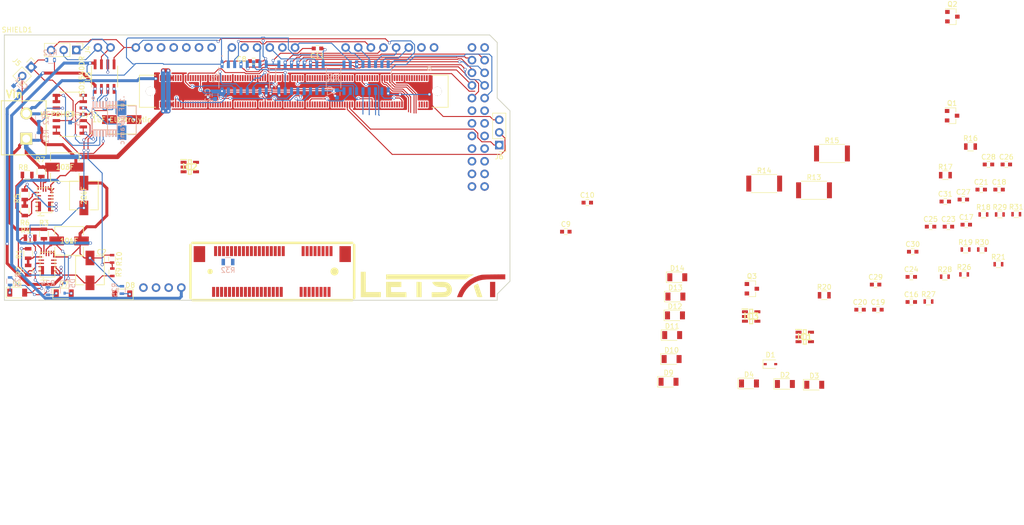
<source format=kicad_pcb>
(kicad_pcb (version 4) (host pcbnew 4.0.7)
  (layers (0 F.Cu signal) (31 B.Cu signal) (34 B.Paste user) (35 F.Paste user) (36 B.SilkS user) (37 F.SilkS user) (38 B.Mask user hide) (39 F.Mask user) (44 Edge.Cuts user))
  (net 0 "")
  (net 1 "Net-(C1-Pad2)")
  (net 2 +5V)
  (net 3 +3V3)
  (net 4 "Net-(R1-Pad2)")
  (net 5 GNDA)
  (net 6 "Net-(R3-Pad2)")
  (net 7 "Net-(R4-Pad1)")
  (net 8 "Net-(R5-Pad2)")
  (net 9 "Net-(R7-Pad2)")
  (net 10 "Net-(R8-Pad1)")
  (net 11 GNDREF)
  (net 12 mCOM_GND)
  (net 13 12v_sense)
  (net 14 mCOM_5V_SBY)
  (net 15 +3.3V)
  (net 16 FC3V3)
  (net 17 GND)
  (net 18 LOAD_1)
  (net 19 LOAD_2)
  (net 20 LOAD_3)
  (net 21 "Net-(C23-Pad1)")
  (net 22 "Net-(C24-Pad1)")
  (net 23 "Net-(D1-Pad1)")
  (net 24 "Net-(D1-Pad2)")
  (net 25 "Net-(D2-Pad1)")
  (net 26 "Net-(D2-Pad2)")
  (net 27 "Net-(D3-Pad1)")
  (net 28 "Net-(D3-Pad2)")
  (net 29 "Net-(D4-Pad1)")
  (net 30 "Net-(D5-Pad2)")
  (net 31 "Net-(D6-Pad1)")
  (net 32 "Net-(D7-Pad1)")
  (net 33 "Net-(D8-Pad1)")
  (net 34 "Net-(D9-Pad1)")
  (net 35 "Net-(D10-Pad1)")
  (net 36 "Net-(D11-Pad1)")
  (net 37 "Net-(D12-Pad1)")
  (net 38 "Net-(D13-Pad1)")
  (net 39 "Net-(D14-Pad1)")
  (net 40 Current_5v)
  (net 41 5v_sense)
  (net 42 Current_3v3)
  (net 43 3v3_sense)
  (net 44 Current_12v)
  (net 45 SATA0_TX+)
  (net 46 SATA0_TX-)
  (net 47 SATA0_RX+)
  (net 48 SATA0_RX-)
  (net 49 SATA_ACTn)
  (net 50 GPI0)
  (net 51 GPI1)
  (net 52 GPI2)
  (net 53 GPI3)
  (net 54 GPO0)
  (net 55 PWRBTNn)
  (net 56 PWR_OK)
  (net 57 I2C_CK)
  (net 58 I2C_DAT)
  (net 59 SYS_RESETn)
  (net 60 GPO1)
  (net 61 GPO2)
  (net 62 GPO3)
  (net 63 WAKE1n)
  (net 64 SLEEPn)
  (net 65 SDASDC)
  (net 66 SCLADC)
  (net 67 DUE_SDA)
  (net 68 DUE_SCL)
  (net 69 Temp)
  (net 70 +2.5V)
  (net 71 +3V)
  (net 72 "Net-(R26-Pad2)")
  (net 73 "Net-(R27-Pad2)")
  (net 74 "Net-(R28-Pad2)")
  (net 75 "Net-(R29-Pad2)")
  (net 76 "Net-(R30-Pad2)")
  (net 77 "Net-(R31-Pad2)")
  (net 78 "Net-(R32-Pad1)")
  (net 79 VoutA)
  (net 80 VoutB)
  (net 81 VOutC)
  (net 82 VoutD)
  (net 83 ISO_GPO3)
  (net 84 ISO_GPO2)
  (net 85 ISO_GPO1)
  (net 86 ISO_GPO0)
  (net 87 ISOSERO_Tx)
  (net 88 ISOPWR_OK)
  (net 89 ISO_GPI0)
  (net 90 ISO_GPI1)
  (net 91 ISO_GPI2)
  (net 92 ISO_GPI3)
  (net 93 ISOSERO_Rx)
  (net 94 ISO_LOAD_1)
  (net 95 ISOPWRBTNn)
  (net 96 ISOSYS_RESETn)
  (net 97 ISO_SLEEPn)
  (net 98 ISOWAKE1n)
  (net 99 ISO_LOAD_3)
  (net 100 ISO_LOAD_2)
  (net 101 mCOM_TX)
  (net 102 mCOM_RX)
  (net 103 FC5V)
  (net 104 "Net-(C29-Pad1)")
  (net 105 "Net-(C30-Pad1)")
  (net 106 "Net-(C31-Pad1)")
  (net 107 "Net-(J1-Pad2)")
  (net 108 "Net-(J1-Pad3)")
  (net 109 "Net-(J1-Pad4)")
  (net 110 "Net-(J1-Pad5)")
  (net 111 "Net-(J1-Pad6)")
  (net 112 "Net-(J1-Pad7)")
  (net 113 "Net-(J1-Pad8)")
  (net 114 "Net-(J1-Pad9)")
  (net 115 "Net-(J1-Pad10)")
  (net 116 "Net-(J1-Pad12)")
  (net 117 "Net-(J1-Pad13)")
  (net 118 "Net-(J1-Pad14)")
  (net 119 "Net-(J1-Pad15)")
  (net 120 "Net-(J1-Pad18)")
  (net 121 "Net-(J1-Pad22)")
  (net 122 "Net-(J1-Pad23)")
  (net 123 "Net-(J1-Pad24)")
  (net 124 "Net-(J1-Pad25)")
  (net 125 "Net-(J1-Pad26)")
  (net 126 "Net-(J1-Pad27)")
  (net 127 "Net-(J1-Pad29)")
  (net 128 "Net-(J1-Pad30)")
  (net 129 "Net-(J1-Pad32)")
  (net 130 "Net-(J1-Pad33)")
  (net 131 "Net-(J1-Pad34)")
  (net 132 "Net-(J1-Pad35)")
  (net 133 "Net-(J1-Pad36)")
  (net 134 "Net-(J1-Pad37)")
  (net 135 "Net-(J1-Pad38)")
  (net 136 "Net-(J1-Pad39)")
  (net 137 "Net-(J1-Pad40)")
  (net 138 "Net-(J1-Pad42)")
  (net 139 "Net-(J1-Pad43)")
  (net 140 "Net-(J1-Pad44)")
  (net 141 "Net-(J1-Pad45)")
  (net 142 "Net-(J1-Pad46)")
  (net 143 "Net-(J1-Pad47)")
  (net 144 "Net-(J1-Pad48)")
  (net 145 "Net-(J1-Pad49)")
  (net 146 "Net-(J1-Pad50)")
  (net 147 "Net-(J1-Pad52)")
  (net 148 "Net-(J1-Pad53)")
  (net 149 "Net-(J1-Pad55)")
  (net 150 "Net-(J1-Pad56)")
  (net 151 "Net-(J1-Pad58)")
  (net 152 "Net-(J1-Pad59)")
  (net 153 "Net-(J1-Pad61)")
  (net 154 "Net-(J1-Pad62)")
  (net 155 "Net-(J1-Pad64)")
  (net 156 "Net-(J1-Pad65)")
  (net 157 "Net-(J1-Pad68)")
  (net 158 "Net-(J1-Pad69)")
  (net 159 "Net-(J1-Pad71)")
  (net 160 "Net-(J1-Pad72)")
  (net 161 "Net-(J1-Pad73)")
  (net 162 "Net-(J1-Pad74)")
  (net 163 "Net-(J1-Pad75)")
  (net 164 "Net-(J1-Pad76)")
  (net 165 "Net-(J1-Pad77)")
  (net 166 "Net-(J1-Pad78)")
  (net 167 "Net-(J1-Pad79)")
  (net 168 "Net-(J1-Pad81)")
  (net 169 "Net-(J1-Pad82)")
  (net 170 "Net-(J1-Pad83)")
  (net 171 "Net-(J1-Pad84)")
  (net 172 "Net-(J1-Pad86)")
  (net 173 "Net-(J1-Pad87)")
  (net 174 "Net-(J1-Pad88)")
  (net 175 "Net-(J1-Pad89)")
  (net 176 "Net-(J1-Pad91)")
  (net 177 "Net-(J1-Pad92)")
  (net 178 "Net-(J1-Pad94)")
  (net 179 "Net-(J1-Pad95)")
  (net 180 "Net-(J1-Pad96)")
  (net 181 "Net-(J1-Pad97)")
  (net 182 "Net-(J1-Pad101)")
  (net 183 "Net-(J1-Pad102)")
  (net 184 "Net-(J1-Pad103)")
  (net 185 "Net-(J1-Pad112)")
  (net 186 "Net-(J1-Pad113)")
  (net 187 "Net-(J1-Pad114)")
  (net 188 "Net-(J1-Pad115)")
  (net 189 "Net-(J1-Pad123)")
  (net 190 "Net-(J1-Pad124)")
  (net 191 "Net-(J1-Pad125)")
  (net 192 "Net-(J1-Pad126)")
  (net 193 "Net-(J1-Pad127)")
  (net 194 "Net-(J1-Pad128)")
  (net 195 "Net-(J1-Pad129)")
  (net 196 "Net-(J1-Pad130)")
  (net 197 "Net-(J1-Pad132)")
  (net 198 "Net-(J1-Pad133)")
  (net 199 "Net-(J1-Pad135)")
  (net 200 "Net-(J1-Pad136)")
  (net 201 "Net-(J1-Pad137)")
  (net 202 "Net-(J1-Pad138)")
  (net 203 "Net-(J1-Pad139)")
  (net 204 "Net-(J1-Pad140)")
  (net 205 "Net-(J1-Pad142)")
  (net 206 "Net-(J1-Pad145)")
  (net 207 "Net-(J1-Pad146)")
  (net 208 "Net-(J1-Pad147)")
  (net 209 "Net-(J1-Pad148)")
  (net 210 "Net-(J1-Pad149)")
  (net 211 "Net-(J1-Pad150)")
  (net 212 "Net-(J1-Pad152)")
  (net 213 "Net-(J1-Pad153)")
  (net 214 "Net-(J1-Pad154)")
  (net 215 "Net-(J1-Pad155)")
  (net 216 "Net-(J1-Pad156)")
  (net 217 "Net-(J1-Pad157)")
  (net 218 "Net-(J1-Pad158)")
  (net 219 "Net-(J1-Pad160)")
  (net 220 "Net-(J1-Pad162)")
  (net 221 "Net-(J1-Pad163)")
  (net 222 "Net-(J1-Pad165)")
  (net 223 "Net-(J1-Pad166)")
  (net 224 "Net-(J1-Pad168)")
  (net 225 "Net-(J1-Pad169)")
  (net 226 "Net-(J1-Pad171)")
  (net 227 "Net-(J1-Pad172)")
  (net 228 "Net-(J1-Pad174)")
  (net 229 "Net-(J1-Pad175)")
  (net 230 "Net-(J1-Pad176)")
  (net 231 "Net-(J1-Pad178)")
  (net 232 "Net-(J1-Pad179)")
  (net 233 "Net-(J1-Pad181)")
  (net 234 "Net-(J1-Pad182)")
  (net 235 "Net-(J1-Pad183)")
  (net 236 "Net-(J1-Pad184)")
  (net 237 "Net-(J1-Pad185)")
  (net 238 "Net-(J1-Pad186)")
  (net 239 "Net-(J1-Pad187)")
  (net 240 "Net-(J1-Pad188)")
  (net 241 "Net-(J1-Pad189)")
  (net 242 "Net-(J1-Pad191)")
  (net 243 "Net-(J1-Pad192)")
  (net 244 "Net-(J1-Pad193)")
  (net 245 "Net-(J1-Pad198)")
  (net 246 "Net-(J1-Pad199)")
  (net 247 "Net-(J1-Pad201)")
  (net 248 "Net-(J1-Pad202)")
  (net 249 "Net-(J1-Pad203)")
  (net 250 "Net-(J1-Pad204)")
  (net 251 "Net-(J1-Pad205)")
  (net 252 "Net-(J1-Pad206)")
  (net 253 "Net-(J1-Pad207)")
  (net 254 "Net-(J1-Pad208)")
  (net 255 "Net-(J1-Pad209)")
  (net 256 "Net-(J1-Pad211)")
  (net 257 "Net-(J1-Pad212)")
  (net 258 "Net-(SHIELD1-PadRST)")
  (net 259 "Net-(SHIELD1-PadIO_R)")
  (net 260 "Net-(SHIELD1-Pad21)")
  (net 261 "Net-(SHIELD1-Pad20)")
  (net 262 "Net-(SHIELD1-Pad3)")
  (net 263 "Net-(SHIELD1-Pad6)")
  (net 264 "Net-(SHIELD1-Pad8)")
  (net 265 "Net-(SHIELD1-Pad9)")
  (net 266 "Net-(SHIELD1-Pad10)")
  (net 267 "Net-(SHIELD1-Pad13)")
  (net 268 "Net-(SHIELD1-Pad12)")
  (net 269 "Net-(SHIELD1-Pad11)")
  (net 270 "Net-(SHIELD1-Pad30)")
  (net 271 "Net-(SHIELD1-Pad31)")
  (net 272 "Net-(SHIELD1-Pad38)")
  (net 273 "Net-(SHIELD1-Pad39)")
  (net 274 "Net-(SHIELD1-Pad40)")
  (net 275 "Net-(SHIELD1-Pad41)")
  (net 276 "Net-(SHIELD1-Pad42)")
  (net 277 "Net-(SHIELD1-Pad43)")
  (net 278 "Net-(U1-Pad2)")
  (net 279 "Net-(U1-Pad4)")
  (net 280 "Net-(U1-Pad5)")
  (net 281 "Net-(U1-Pad6)")
  (net 282 "Net-(U1-Pad11)")
  (net 283 "Net-(U2-Pad2)")
  (net 284 "Net-(U2-Pad4)")
  (net 285 "Net-(U2-Pad5)")
  (net 286 "Net-(U2-Pad6)")
  (net 287 "Net-(U2-Pad11)")
  (net 288 "Net-(U4-Pad9)")
  (net 289 "Net-(U4-Pad6)")
  (net 290 "Net-(U9-Pad1)")
  (net 291 "Net-(U9-Pad3)")
  (net 292 "Net-(U9-Pad5)")
  (net 293 "Net-(U9-Pad6)")
  (net 294 "Net-(U9-Pad7)")
  (net 295 "Net-(U9-Pad8)")
  (net 296 "Net-(U9-Pad10)")
  (net 297 "Net-(U9-Pad11)")
  (net 298 "Net-(U9-Pad12)")
  (net 299 "Net-(U9-Pad13)")
  (net 300 "Net-(U9-Pad14)")
  (net 301 "Net-(U9-Pad16)")
  (net 302 "Net-(U9-Pad17)")
  (net 303 "Net-(U9-Pad19)")
  (net 304 "Net-(U9-Pad20)")
  (net 305 "Net-(U9-Pad22)")
  (net 306 "Net-(U9-Pad28)")
  (net 307 "Net-(U9-Pad30)")
  (net 308 "Net-(U9-Pad32)")
  (net 309 "Net-(U9-Pad36)")
  (net 310 "Net-(U9-Pad38)")
  (net 311 "Net-(U9-Pad42)")
  (net 312 "Net-(U9-Pad43)")
  (net 313 "Net-(U9-Pad44)")
  (net 314 "Net-(U9-Pad45)")
  (net 315 "Net-(U9-Pad46)")
  (net 316 "Net-(U9-Pad47)")
  (net 317 "Net-(U9-Pad48)")
  (module BusSimulator:SI8660BA-B-IS1 (layer B.Cu) (at 182.88 97.188 270)
    (fp_text reference U8 (at 0 5.842 270) (layer B.SilkS) (effects (justify mirror)))
    (fp_text value ISOOutputs_Si8660_SOIC-16 hide)
    (pad 1 smd rect (at -2.7 4.445 270) (size 1.55 0.6) (layers B.Cu) (net 16 FC3V3))
    (pad 2 smd rect (at -2.7 3.175 270) (size 1.55 0.6) (layers B.Cu) (net 96 ISOSYS_RESETn))
    (pad 3 smd rect (at -2.7 1.905 270) (size 1.55 0.6) (layers B.Cu) (net 89 ISO_GPI0))
    (pad 4 smd rect (at -2.7 0.635 270) (size 1.55 0.6) (layers B.Cu) (net 94 ISO_LOAD_1))
    (pad 5 smd rect (at -2.7 -0.635 270) (size 1.55 0.6) (layers B.Cu) (net 100 ISO_LOAD_2))
    (pad 6 smd rect (at -2.7 -1.905 270) (size 1.55 0.6) (layers B.Cu) (net 99 ISO_LOAD_3))
    (pad 7 smd rect (at -2.7 -3.175 270) (size 1.55 0.6) (layers B.Cu) (net 95 ISOPWRBTNn))
    (pad 8 smd rect (at -2.7 -4.445 270) (size 1.55 0.6) (layers B.Cu) (net 17 GND))
    (pad 9 smd rect (at 2.7 -4.445 270) (size 1.55 0.6) (layers B.Cu) (net 12 mCOM_GND))
    (pad 10 smd rect (at 2.7 -3.175 270) (size 1.55 0.6) (layers B.Cu) (net 55 PWRBTNn))
    (pad 11 smd rect (at 2.7 -1.905 270) (size 1.55 0.6) (layers B.Cu) (net 20 LOAD_3))
    (pad 12 smd rect (at 2.7 -0.635 270) (size 1.55 0.6) (layers B.Cu) (net 19 LOAD_2))
    (pad 13 smd rect (at 2.7 0.635 270) (size 1.55 0.6) (layers B.Cu) (net 18 LOAD_1))
    (pad 14 smd rect (at 2.7 1.905 270) (size 1.55 0.6) (layers B.Cu) (net 50 GPI0))
    (pad 15 smd rect (at 2.7 3.175 270) (size 1.55 0.6) (layers B.Cu) (net 59 SYS_RESETn))
    (pad 16 smd rect (at 2.7 4.445 270) (size 1.55 0.6) (layers B.Cu) (net 15 +3.3V))
  )
  (module BusSimulator:SI8660BA-B-IS1 (layer B.Cu) (at 158.369 97.188 270)
    (fp_text reference U7 (at 0 5.842 270) (layer B.SilkS) (effects (justify mirror)))
    (fp_text value ISOOutputs_Si8660_SOIC-16 hide)
    (pad 1 smd rect (at -2.7 4.445 270) (size 1.55 0.6) (layers B.Cu) (net 16 FC3V3))
    (pad 2 smd rect (at -2.7 3.175 270) (size 1.55 0.6) (layers B.Cu) (net 97 ISO_SLEEPn))
    (pad 3 smd rect (at -2.7 1.905 270) (size 1.55 0.6) (layers B.Cu) (net 87 ISOSERO_Tx))
    (pad 4 smd rect (at -2.7 0.635 270) (size 1.55 0.6) (layers B.Cu) (net 92 ISO_GPI3))
    (pad 5 smd rect (at -2.7 -0.635 270) (size 1.55 0.6) (layers B.Cu) (net 91 ISO_GPI2))
    (pad 6 smd rect (at -2.7 -1.905 270) (size 1.55 0.6) (layers B.Cu) (net 90 ISO_GPI1))
    (pad 7 smd rect (at -2.7 -3.175 270) (size 1.55 0.6) (layers B.Cu) (net 98 ISOWAKE1n))
    (pad 8 smd rect (at -2.7 -4.445 270) (size 1.55 0.6) (layers B.Cu) (net 17 GND))
    (pad 9 smd rect (at 2.7 -4.445 270) (size 1.55 0.6) (layers B.Cu) (net 12 mCOM_GND))
    (pad 10 smd rect (at 2.7 -3.175 270) (size 1.55 0.6) (layers B.Cu) (net 63 WAKE1n))
    (pad 11 smd rect (at 2.7 -1.905 270) (size 1.55 0.6) (layers B.Cu) (net 51 GPI1))
    (pad 12 smd rect (at 2.7 -0.635 270) (size 1.55 0.6) (layers B.Cu) (net 52 GPI2))
    (pad 13 smd rect (at 2.7 0.635 270) (size 1.55 0.6) (layers B.Cu) (net 53 GPI3))
    (pad 14 smd rect (at 2.7 1.905 270) (size 1.55 0.6) (layers B.Cu) (net 102 mCOM_RX))
    (pad 15 smd rect (at 2.7 3.175 270) (size 1.55 0.6) (layers B.Cu) (net 64 SLEEPn))
    (pad 16 smd rect (at 2.7 4.445 270) (size 1.55 0.6) (layers B.Cu) (net 15 +3.3V))
  )
  (module Resistors_SMD:R_0805 (layer F.Cu) (at 115.355 129.365 180)
    (fp_text reference R4 (at 0.91 1.47 180) (layer F.SilkS))
    (fp_text value 63.4k)
    (pad 1 smd rect (at -0.95 0 180) (size 0.7 1.3) (layers F.Cu F.Paste F.Mask) (net 7 "Net-(R4-Pad1)"))
    (pad 2 smd rect (at 0.95 0 180) (size 0.7 1.3) (layers F.Cu F.Paste F.Mask) (net 5 GNDA))
  )
  (module BusSimulator:C22 (layer F.Cu) (at 127.385 135.925 270)
    (fp_text reference C2 (at -3.675 -2.34 360) (layer F.SilkS))
    (fp_text value 22uF hide)
    (pad 1 smd rect (at -2.5019 0 270) (size 2.921 1.778) (layers F.Cu) (net 12 mCOM_GND))
    (pad 2 smd rect (at 2.5019 0 270) (size 2.921 1.778) (layers F.Cu) (net 14 mCOM_5V_SBY))
  )
  (module BusSimulator:QFN-20 (layer F.Cu) (at 118.8506 134.76656)
    (fp_text reference U1 (at -0.85093 2.77804) (layer F.SilkS) (effects (font (size 0.197066 0.197066) (thickness 0.05))))
    (fp_text value MPM3620 (at -0.725328 3.12642) (layer F.SilkS) (effects (font (size 0.19694 0.19694) (thickness 0.05))))
    (pad 1 smd rect (at -1.45 -1.55 90) (size 0.25 0.7) (layers F.Cu F.Paste F.Mask) (net 4 "Net-(R1-Pad2)"))
    (pad 2 smd rect (at -1.25 -0.9 90) (size 0.25 1.1) (layers F.Cu F.Paste F.Mask) (net 278 "Net-(U1-Pad2)"))
    (pad 3 smd rect (at -1.25 -0.25 90) (size 0.25 1.1) (layers F.Cu F.Paste F.Mask) (net 5 GNDA))
    (pad 4 smd rect (at -1.45 0.4 270) (size 0.25 0.7) (layers F.Cu F.Paste F.Mask) (net 279 "Net-(U1-Pad4)"))
    (pad 5 smd rect (at -1.45 1.25 270) (size 0.25 0.7) (layers F.Cu F.Paste F.Mask) (net 280 "Net-(U1-Pad5)"))
    (pad 6 smd rect (at -1.45 2.1 270) (size 0.25 0.7) (layers F.Cu F.Paste F.Mask) (net 281 "Net-(U1-Pad6)"))
    (pad 7 smd rect (at 1.45 2.1 270) (size 0.25 0.7) (layers F.Cu F.Paste F.Mask) (net 14 mCOM_5V_SBY))
    (pad 8 smd rect (at 1.45 1.25 270) (size 0.25 0.7) (layers F.Cu F.Paste F.Mask) (net 14 mCOM_5V_SBY))
    (pad 9 smd rect (at 1.45 0.4 270) (size 0.25 0.7) (layers F.Cu F.Paste F.Mask) (net 14 mCOM_5V_SBY))
    (pad 10 smd rect (at 1.25 -0.25 90) (size 0.25 1.1) (layers F.Cu F.Paste F.Mask))
    (pad 11 smd rect (at 1.25 -0.9 90) (size 0.25 1.1) (layers F.Cu F.Paste F.Mask) (net 282 "Net-(U1-Pad11)"))
    (pad 12 smd rect (at 1.45 -1.55 90) (size 0.25 0.7) (layers F.Cu F.Paste F.Mask) (net 12 mCOM_GND))
    (pad 13 smd rect (at 1.25 -2.45) (size 0.25 0.7) (layers F.Cu F.Paste F.Mask) (net 12 mCOM_GND))
    (pad 14 smd rect (at 0.75 -2.45) (size 0.25 0.7) (layers F.Cu F.Paste F.Mask) (net 12 mCOM_GND))
    (pad 15 smd rect (at 0.25 -2.25) (size 0.25 1.1) (layers F.Cu F.Paste F.Mask))
    (pad 16 smd rect (at -0.25 -2.25) (size 0.25 1.1) (layers F.Cu F.Paste F.Mask) (net 13 12v_sense))
    (pad 17 smd rect (at -0.75 -2.45) (size 0.25 0.7) (layers F.Cu F.Paste F.Mask) (net 6 "Net-(R3-Pad2)"))
    (pad 18 smd rect (at -1.25 -2.45) (size 0.25 0.7) (layers F.Cu F.Paste F.Mask) (net 7 "Net-(R4-Pad1)"))
    (pad 19 smd rect (at -1 1.25 90) (size 1.95 0.6) (layers F.Cu F.Paste F.Mask))
    (pad 20 smd rect (at 1 1.25 90) (size 1.95 0.6) (layers F.Cu F.Paste F.Mask))
  )
  (module BusSimulator:QFN-20 (layer F.Cu) (at 118.246948 121.819698)
    (fp_text reference U2 (at -0.85093 2.77804) (layer F.SilkS) (effects (font (size 0.197066 0.197066) (thickness 0.05))))
    (fp_text value MPM3620 (at -0.725328 3.12642) (layer F.SilkS) (effects (font (size 0.19694 0.19694) (thickness 0.05))))
    (pad 1 smd rect (at -1.45 -1.55 90) (size 0.25 0.7) (layers F.Cu F.Paste F.Mask) (net 8 "Net-(R5-Pad2)"))
    (pad 2 smd rect (at -1.25 -0.9 90) (size 0.25 1.1) (layers F.Cu F.Paste F.Mask) (net 283 "Net-(U2-Pad2)"))
    (pad 3 smd rect (at -1.25 -0.25 90) (size 0.25 1.1) (layers F.Cu F.Paste F.Mask) (net 5 GNDA))
    (pad 4 smd rect (at -1.45 0.4 270) (size 0.25 0.7) (layers F.Cu F.Paste F.Mask) (net 284 "Net-(U2-Pad4)"))
    (pad 5 smd rect (at -1.45 1.25 270) (size 0.25 0.7) (layers F.Cu F.Paste F.Mask) (net 285 "Net-(U2-Pad5)"))
    (pad 6 smd rect (at -1.45 2.1 270) (size 0.25 0.7) (layers F.Cu F.Paste F.Mask) (net 286 "Net-(U2-Pad6)"))
    (pad 7 smd rect (at 1.45 2.1 270) (size 0.25 0.7) (layers F.Cu F.Paste F.Mask) (net 15 +3.3V))
    (pad 8 smd rect (at 1.45 1.25 270) (size 0.25 0.7) (layers F.Cu F.Paste F.Mask) (net 15 +3.3V))
    (pad 9 smd rect (at 1.45 0.4 270) (size 0.25 0.7) (layers F.Cu F.Paste F.Mask) (net 15 +3.3V))
    (pad 10 smd rect (at 1.25 -0.25 90) (size 0.25 1.1) (layers F.Cu F.Paste F.Mask))
    (pad 11 smd rect (at 1.25 -0.9 90) (size 0.25 1.1) (layers F.Cu F.Paste F.Mask) (net 287 "Net-(U2-Pad11)"))
    (pad 12 smd rect (at 1.45 -1.55 90) (size 0.25 0.7) (layers F.Cu F.Paste F.Mask) (net 12 mCOM_GND))
    (pad 13 smd rect (at 1.25 -2.45) (size 0.25 0.7) (layers F.Cu F.Paste F.Mask) (net 12 mCOM_GND))
    (pad 14 smd rect (at 0.75 -2.45) (size 0.25 0.7) (layers F.Cu F.Paste F.Mask) (net 12 mCOM_GND))
    (pad 15 smd rect (at 0.25 -2.25) (size 0.25 1.1) (layers F.Cu F.Paste F.Mask))
    (pad 16 smd rect (at -0.25 -2.25) (size 0.25 1.1) (layers F.Cu F.Paste F.Mask) (net 13 12v_sense))
    (pad 17 smd rect (at -0.75 -2.45) (size 0.25 0.7) (layers F.Cu F.Paste F.Mask) (net 9 "Net-(R7-Pad2)"))
    (pad 18 smd rect (at -1.25 -2.45) (size 0.25 0.7) (layers F.Cu F.Paste F.Mask) (net 10 "Net-(R8-Pad1)"))
    (pad 19 smd rect (at -1 1.25 90) (size 1.95 0.6) (layers F.Cu F.Paste F.Mask))
    (pad 20 smd rect (at 1 1.25 90) (size 1.95 0.6) (layers F.Cu F.Paste F.Mask))
  )
  (module Resistors_SMD:R_0805 (layer F.Cu) (at 114.286188 123.948988 270)
    (fp_text reference R6 (at 2.416012 -0.013812 540) (layer F.SilkS))
    (fp_text value 51k)
    (pad 1 smd rect (at -0.95 0 270) (size 0.7 1.3) (layers F.Cu F.Paste F.Mask) (net 8 "Net-(R5-Pad2)"))
    (pad 2 smd rect (at 0.95 0 270) (size 0.7 1.3) (layers F.Cu F.Paste F.Mask) (net 5 GNDA))
  )
  (module Resistors_SMD:R_0805 (layer F.Cu) (at 114.955 132.525 270)
    (fp_text reference R1 (at 0.14 1.83 270) (layer F.SilkS))
    (fp_text value 160k)
    (pad 1 smd rect (at -0.95 0 270) (size 0.7 1.3) (layers F.Cu F.Paste F.Mask) (net 14 mCOM_5V_SBY))
    (pad 2 smd rect (at 0.95 0 270) (size 0.7 1.3) (layers F.Cu F.Paste F.Mask) (net 4 "Net-(R1-Pad2)"))
  )
  (module Resistors_SMD:R_0805 (layer F.Cu) (at 114.955 135.875 270)
    (fp_text reference R2 (at 0.18 1.85 270) (layer F.SilkS))
    (fp_text value 30.1k)
    (pad 1 smd rect (at -0.95 0 270) (size 0.7 1.3) (layers F.Cu F.Paste F.Mask) (net 4 "Net-(R1-Pad2)"))
    (pad 2 smd rect (at 0.95 0 270) (size 0.7 1.3) (layers F.Cu F.Paste F.Mask) (net 5 GNDA))
  )
  (module Resistors_SMD:R_0805 (layer F.Cu) (at 118.135 128.605 270)
    (fp_text reference R3 (at -2.21 0 360) (layer F.SilkS))
    (fp_text value 100k)
    (pad 1 smd rect (at -0.95 0 270) (size 0.7 1.3) (layers F.Cu F.Paste F.Mask) (net 13 12v_sense))
    (pad 2 smd rect (at 0.95 0 270) (size 0.7 1.3) (layers F.Cu F.Paste F.Mask) (net 6 "Net-(R3-Pad2)"))
  )
  (module Resistors_SMD:R_0805 (layer F.Cu) (at 114.270736 120.729486 270)
    (fp_text reference R5 (at 0.707914 1.545536 450) (layer F.SilkS))
    (fp_text value 160k)
    (pad 1 smd rect (at -0.95 0 270) (size 0.7 1.3) (layers F.Cu F.Paste F.Mask) (net 15 +3.3V))
    (pad 2 smd rect (at 0.95 0 270) (size 0.7 1.3) (layers F.Cu F.Paste F.Mask) (net 8 "Net-(R5-Pad2)"))
  )
  (module Resistors_SMD:R_0805 (layer F.Cu) (at 117.611948 116.104698 270)
    (fp_text reference R7 (at -2.4384 0.2032 360) (layer F.SilkS))
    (fp_text value 100k)
    (pad 1 smd rect (at -0.95 0 270) (size 0.7 1.3) (layers F.Cu F.Paste F.Mask) (net 13 12v_sense))
    (pad 2 smd rect (at 0.95 0 270) (size 0.7 1.3) (layers F.Cu F.Paste F.Mask) (net 9 "Net-(R7-Pad2)"))
  )
  (module Resistors_SMD:R_0805 (layer F.Cu) (at 114.751948 116.739698 180)
    (fp_text reference R8 (at 0.782148 1.525298 180) (layer F.SilkS))
    (fp_text value 56k)
    (pad 1 smd rect (at -0.95 0 180) (size 0.7 1.3) (layers F.Cu F.Paste F.Mask) (net 10 "Net-(R8-Pad1)"))
    (pad 2 smd rect (at 0.95 0 180) (size 0.7 1.3) (layers F.Cu F.Paste F.Mask) (net 5 GNDA))
  )
  (module BusSimulator:OSTTA024163 (layer F.Cu) (at 114.575 109.45 90)
    (fp_text reference J2 hide)
    (fp_text value OSTTA024163 hide)
    (pad 1 thru_hole rect (at 0 0 180) (size 2.4 2.4) (drill 1.6) (layers *.Cu *.Mask F.SilkS) (net 13 12v_sense))
    (pad 2 thru_hole circle (at 5.08 0 180) (size 2.4 2.4) (drill 1.6) (layers *.Cu *.Mask F.SilkS) (net 12 mCOM_GND))
  )
  (module BusSimulator:C22 (layer F.Cu) (at 123.1848 129.995 180)
    (fp_text reference C1 (at 0 0 180) (layer F.SilkS))
    (fp_text value 10uF (at 0 0 180) (layer F.SilkS))
    (pad 1 smd rect (at -2.5019 0 180) (size 2.921 1.778) (layers F.Cu) (net 12 mCOM_GND))
    (pad 2 smd rect (at 2.5019 0 180) (size 2.921 1.778) (layers F.Cu) (net 13 12v_sense))
  )
  (module BusSimulator:C22 (layer F.Cu) (at 122.336348 115.164898 180)
    (fp_text reference C3 (at 0 0 180) (layer F.SilkS))
    (fp_text value 10uF (at 0 0 180) (layer F.SilkS))
    (pad 1 smd rect (at -2.5019 0 180) (size 2.921 1.778) (layers F.Cu) (net 12 mCOM_GND))
    (pad 2 smd rect (at 2.5019 0 180) (size 2.921 1.778) (layers F.Cu) (net 13 12v_sense))
  )
  (module BusSimulator:C22 (layer F.Cu) (at 126.1618 120.8659 270)
    (fp_text reference C4 (at 0 0 270) (layer F.SilkS))
    (fp_text value 22uF (at 0 0 270) (layer F.SilkS))
    (pad 1 smd rect (at -2.5019 0 270) (size 2.921 1.778) (layers F.Cu) (net 12 mCOM_GND))
    (pad 2 smd rect (at 2.5019 0 270) (size 2.921 1.778) (layers F.Cu) (net 15 +3.3V))
  )
  (module BusSimulator:C22 (layer F.Cu) (at 133.7691 105.6132 180)
    (fp_text reference C5 (at 0 0 180) (layer F.SilkS))
    (fp_text value "1uF Electrolytic" (at 0 0 180) (layer F.SilkS))
    (pad 1 smd rect (at -2.5019 0 180) (size 2.921 1.778) (layers F.Cu) (net 12 mCOM_GND))
    (pad 2 smd rect (at 2.5019 0 180) (size 2.921 1.778) (layers F.Cu) (net 14 mCOM_5V_SBY))
  )
  (module Capacitors_SMD:C_0603 (layer B.Cu) (at 177.038 100.445 270)
    (fp_text reference C7 (at -0.623 1.397 270) (layer B.SilkS) (effects (justify mirror)))
    (fp_text value .1uF)
    (pad 2 smd rect (at 0.75 0 270) (size 0.8 0.75) (layers B.Cu B.Paste B.Mask) (net 12 mCOM_GND))
    (pad 1 smd rect (at -0.75 0 270) (size 0.8 0.75) (layers B.Cu B.Paste B.Mask) (net 15 +3.3V))
  )
  (module Capacitors_SMD:C_0603 (layer F.Cu) (at 160.286 93.853)
    (fp_text reference C8 (at -2.425 -0.381) (layer F.SilkS))
    (fp_text value .1uF)
    (pad 2 smd rect (at 0.75 0) (size 0.8 0.75) (layers F.Cu F.Paste F.Mask) (net 17 GND))
    (pad 1 smd rect (at -0.75 0) (size 0.8 0.75) (layers F.Cu F.Paste F.Mask) (net 16 FC3V3))
  )
  (module Capacitors_SMD:C_0603 (layer F.Cu) (at 223.024 128.143)
    (fp_text reference C9 (at 0 -1.5) (layer F.SilkS))
    (fp_text value .1uF)
    (pad 2 smd rect (at 0.75 0) (size 0.8 0.75) (layers F.Cu F.Paste F.Mask) (net 16 FC3V3))
    (pad 1 smd rect (at -0.75 0) (size 0.8 0.75) (layers F.Cu F.Paste F.Mask) (net 17 GND))
  )
  (module Capacitors_SMD:C_0603 (layer F.Cu) (at 227.342 122.301)
    (fp_text reference C10 (at 0 -1.5) (layer F.SilkS))
    (fp_text value .1uF)
    (pad 2 smd rect (at 0.75 0) (size 0.8 0.75) (layers F.Cu F.Paste F.Mask) (net 12 mCOM_GND))
    (pad 1 smd rect (at -0.75 0) (size 0.8 0.75) (layers F.Cu F.Paste F.Mask) (net 14 mCOM_5V_SBY))
  )
  (module Capacitors_SMD:C_0603 (layer F.Cu) (at 173.113 91.313 180)
    (fp_text reference C11 (at 0 -1.5 180) (layer F.SilkS))
    (fp_text value .1uF)
    (pad 2 smd rect (at 0.75 0 180) (size 0.8 0.75) (layers F.Cu F.Paste F.Mask) (net 17 GND))
    (pad 1 smd rect (at -0.75 0 180) (size 0.8 0.75) (layers F.Cu F.Paste F.Mask) (net 16 FC3V3))
  )
  (module Capacitors_SMD:C_0603 (layer B.Cu) (at 152.527 100.723 270)
    (fp_text reference C12 (at 0 1.5 270) (layer B.SilkS) (effects (justify mirror)))
    (fp_text value .1uF)
    (pad 2 smd rect (at 0.75 0 270) (size 0.8 0.75) (layers B.Cu B.Paste B.Mask) (net 12 mCOM_GND))
    (pad 1 smd rect (at -0.75 0 270) (size 0.8 0.75) (layers B.Cu B.Paste B.Mask) (net 15 +3.3V))
  )
  (module Capacitors_SMD:C_0603 (layer B.Cu) (at 123.3932 105.422 90)
    (fp_text reference C15 (at 0 1.5 90) (layer B.SilkS) (effects (justify mirror)))
    (fp_text value .1uF)
    (pad 2 smd rect (at 0.75 0 90) (size 0.8 0.75) (layers B.Cu B.Paste B.Mask) (net 12 mCOM_GND))
    (pad 1 smd rect (at -0.75 0 90) (size 0.8 0.75) (layers B.Cu B.Paste B.Mask) (net 14 mCOM_5V_SBY))
  )
  (module Capacitors_SMD:C_0603 (layer F.Cu) (at 292.465239 142.269999)
    (fp_text reference C16 (at 0 -1.5) (layer F.SilkS))
    (fp_text value .1uF)
    (pad 2 smd rect (at 0.75 0) (size 0.8 0.75) (layers F.Cu F.Paste F.Mask) (net 12 mCOM_GND))
    (pad 1 smd rect (at -0.75 0) (size 0.8 0.75) (layers F.Cu F.Paste F.Mask) (net 18 LOAD_1))
  )
  (module Capacitors_SMD:C_0603 (layer F.Cu) (at 303.515239 126.729999)
    (fp_text reference C17 (at 0 -1.5) (layer F.SilkS))
    (fp_text value .1uF)
    (pad 2 smd rect (at 0.75 0) (size 0.8 0.75) (layers F.Cu F.Paste F.Mask) (net 12 mCOM_GND))
    (pad 1 smd rect (at -0.75 0) (size 0.8 0.75) (layers F.Cu F.Paste F.Mask) (net 19 LOAD_2))
  )
  (module Capacitors_SMD:C_0603 (layer F.Cu) (at 310.105239 119.679999)
    (fp_text reference C18 (at 0 -1.5) (layer F.SilkS))
    (fp_text value .1uF)
    (pad 2 smd rect (at 0.75 0) (size 0.8 0.75) (layers F.Cu F.Paste F.Mask) (net 12 mCOM_GND))
    (pad 1 smd rect (at -0.75 0) (size 0.8 0.75) (layers F.Cu F.Paste F.Mask) (net 20 LOAD_3))
  )
  (module Capacitors_SMD:C_0603 (layer F.Cu) (at 285.755239 143.819999)
    (fp_text reference C19 (at 0 -1.5) (layer F.SilkS))
    (fp_text value .1uF)
    (pad 2 smd rect (at 0.75 0) (size 0.8 0.75) (layers F.Cu F.Paste F.Mask) (net 14 mCOM_5V_SBY))
    (pad 1 smd rect (at -0.75 0) (size 0.8 0.75) (layers F.Cu F.Paste F.Mask) (net 12 mCOM_GND))
  )
  (module Capacitors_SMD:C_0603 (layer F.Cu) (at 282.165239 143.819999)
    (fp_text reference C20 (at 0 -1.5) (layer F.SilkS))
    (fp_text value .1uF)
    (pad 2 smd rect (at 0.75 0) (size 0.8 0.75) (layers F.Cu F.Paste F.Mask) (net 14 mCOM_5V_SBY))
    (pad 1 smd rect (at -0.75 0) (size 0.8 0.75) (layers F.Cu F.Paste F.Mask) (net 12 mCOM_GND))
  )
  (module Capacitors_SMD:C_0603 (layer F.Cu) (at 306.515239 119.679999)
    (fp_text reference C21 (at 0 -1.5) (layer F.SilkS))
    (fp_text value .1uF)
    (pad 2 smd rect (at 0.75 0) (size 0.8 0.75) (layers F.Cu F.Paste F.Mask) (net 14 mCOM_5V_SBY))
    (pad 1 smd rect (at -0.75 0) (size 0.8 0.75) (layers F.Cu F.Paste F.Mask) (net 12 mCOM_GND))
  )
  (module Capacitors_SMD:C_0603 (layer B.Cu) (at 112.5728 99.3648 135)
    (fp_text reference C22 (at 0 1.5 135) (layer B.SilkS) (effects (justify mirror)))
    (fp_text value .1uF)
    (pad 2 smd rect (at 0.75 0 135) (size 0.8 0.75) (layers B.Cu B.Paste B.Mask) (net 12 mCOM_GND))
    (pad 1 smd rect (at -0.75 0 135) (size 0.8 0.75) (layers B.Cu B.Paste B.Mask) (net 14 mCOM_5V_SBY))
  )
  (module Capacitors_SMD:C_0603 (layer F.Cu) (at 299.925239 127.129999)
    (fp_text reference C23 (at 0 -1.5) (layer F.SilkS))
    (fp_text value .1uF)
    (pad 2 smd rect (at 0.75 0) (size 0.8 0.75) (layers F.Cu F.Paste F.Mask) (net 17 GND))
    (pad 1 smd rect (at -0.75 0) (size 0.8 0.75) (layers F.Cu F.Paste F.Mask) (net 21 "Net-(C23-Pad1)"))
  )
  (module Capacitors_SMD:C_0603 (layer F.Cu) (at 292.465239 137.219999)
    (fp_text reference C24 (at 0 -1.5) (layer F.SilkS))
    (fp_text value .1uF)
    (pad 2 smd rect (at 0.75 0) (size 0.8 0.75) (layers F.Cu F.Paste F.Mask) (net 17 GND))
    (pad 1 smd rect (at -0.75 0) (size 0.8 0.75) (layers F.Cu F.Paste F.Mask) (net 22 "Net-(C24-Pad1)"))
  )
  (module Capacitors_SMD:C_0603 (layer F.Cu) (at 296.335239 127.129999)
    (fp_text reference C25 (at 0 -1.5) (layer F.SilkS))
    (fp_text value .1uF)
    (pad 2 smd rect (at 0.75 0) (size 0.8 0.75) (layers F.Cu F.Paste F.Mask) (net 17 GND))
    (pad 1 smd rect (at -0.75 0) (size 0.8 0.75) (layers F.Cu F.Paste F.Mask) (net 103 FC5V))
  )
  (module Capacitors_SMD:C_0603 (layer F.Cu) (at 311.565239 114.629999)
    (fp_text reference C26 (at 0 -1.5) (layer F.SilkS))
    (fp_text value .1uF)
    (pad 2 smd rect (at 0.75 0) (size 0.8 0.75) (layers F.Cu F.Paste F.Mask) (net 17 GND))
    (pad 1 smd rect (at -0.75 0) (size 0.8 0.75) (layers F.Cu F.Paste F.Mask) (net 16 FC3V3))
  )
  (module Capacitors_SMD:C_0603 (layer F.Cu) (at 302.925239 121.679999)
    (fp_text reference C27 (at 0 -1.5) (layer F.SilkS))
    (fp_text value .1uF)
    (pad 2 smd rect (at 0.75 0) (size 0.8 0.75) (layers F.Cu F.Paste F.Mask) (net 12 mCOM_GND))
    (pad 1 smd rect (at -0.75 0) (size 0.8 0.75) (layers F.Cu F.Paste F.Mask) (net 15 +3.3V))
  )
  (module Capacitors_SMD:C_0603 (layer F.Cu) (at 307.975239 114.629999)
    (fp_text reference C28 (at 0 -1.5) (layer F.SilkS))
    (fp_text value .1uF)
    (pad 2 smd rect (at 0.75 0) (size 0.8 0.75) (layers F.Cu F.Paste F.Mask) (net 12 mCOM_GND))
    (pad 1 smd rect (at -0.75 0) (size 0.8 0.75) (layers F.Cu F.Paste F.Mask) (net 15 +3.3V))
  )
  (module Capacitors_SMD:C_0603 (layer F.Cu) (at 285.285239 138.769999)
    (fp_text reference C29 (at 0 -1.5) (layer F.SilkS))
    (fp_text value .1uF)
    (pad 2 smd rect (at 0.75 0) (size 0.8 0.75) (layers F.Cu F.Paste F.Mask) (net 12 mCOM_GND))
    (pad 1 smd rect (at -0.75 0) (size 0.8 0.75) (layers F.Cu F.Paste F.Mask) (net 104 "Net-(C29-Pad1)"))
  )
  (module Capacitors_SMD:C_0603 (layer F.Cu) (at 292.745239 132.169999)
    (fp_text reference C30 (at 0 -1.5) (layer F.SilkS))
    (fp_text value .1uF)
    (pad 2 smd rect (at 0.75 0) (size 0.8 0.75) (layers F.Cu F.Paste F.Mask) (net 12 mCOM_GND))
    (pad 1 smd rect (at -0.75 0) (size 0.8 0.75) (layers F.Cu F.Paste F.Mask) (net 105 "Net-(C30-Pad1)"))
  )
  (module Capacitors_SMD:C_0603 (layer F.Cu) (at 299.295239 122.079999)
    (fp_text reference C31 (at 0 -1.5) (layer F.SilkS))
    (fp_text value .1uF)
    (pad 2 smd rect (at 0.75 0) (size 0.8 0.75) (layers F.Cu F.Paste F.Mask) (net 12 mCOM_GND))
    (pad 1 smd rect (at -0.75 0) (size 0.8 0.75) (layers F.Cu F.Paste F.Mask) (net 106 "Net-(C31-Pad1)"))
  )
  (module Diodes_SMD:D_SOD-323 (layer F.Cu) (at 264.16 154.76)
    (fp_text reference D1 (at 0 -1.85) (layer F.SilkS))
    (fp_text value "D_Zener 9V")
    (pad 1 smd rect (at -1.05 0) (size 0.6 0.45) (layers F.Cu F.Paste F.Mask) (net 23 "Net-(D1-Pad1)"))
    (pad 2 smd rect (at 1.05 0) (size 0.6 0.45) (layers F.Cu F.Paste F.Mask) (net 24 "Net-(D1-Pad2)"))
  )
  (module Diodes_SMD:D_1206 (layer F.Cu) (at 267.06 158.75)
    (fp_text reference D2 (at 0 -1.8) (layer F.SilkS))
    (fp_text value LED)
    (pad 1 smd rect (at -1.5 0) (size 1 1.6) (layers F.Cu F.Paste F.Mask) (net 25 "Net-(D2-Pad1)"))
    (pad 2 smd rect (at 1.5 0) (size 1 1.6) (layers F.Cu F.Paste F.Mask) (net 26 "Net-(D2-Pad2)"))
  )
  (module Diodes_SMD:D_1206 (layer F.Cu) (at 272.96 158.91)
    (fp_text reference D3 (at 0 -1.8) (layer F.SilkS))
    (fp_text value LED)
    (pad 1 smd rect (at -1.5 0) (size 1 1.6) (layers F.Cu F.Paste F.Mask) (net 27 "Net-(D3-Pad1)"))
    (pad 2 smd rect (at 1.5 0) (size 1 1.6) (layers F.Cu F.Paste F.Mask) (net 28 "Net-(D3-Pad2)"))
  )
  (module Diodes_SMD:D_1206 (layer F.Cu) (at 259.84 158.65)
    (fp_text reference D4 (at 0 -1.8) (layer F.SilkS))
    (fp_text value LED)
    (pad 1 smd rect (at -1.5 0) (size 1 1.6) (layers F.Cu F.Paste F.Mask) (net 29 "Net-(D4-Pad1)"))
    (pad 2 smd rect (at 1.5 0) (size 1 1.6) (layers F.Cu F.Paste F.Mask) (net 24 "Net-(D1-Pad2)"))
  )
  (module Diodes_SMD:D_SOD-323 (layer B.Cu) (at 122.29 139.45 270)
    (fp_text reference D5 (at -0.93 -1.6 270) (layer B.SilkS) (effects (justify mirror)))
    (fp_text value "D_Zener 9V")
    (pad 1 smd rect (at -1.05 0 270) (size 0.6 0.45) (layers B.Cu B.Paste B.Mask) (net 13 12v_sense))
    (pad 2 smd rect (at 1.05 0 270) (size 0.6 0.45) (layers B.Cu B.Paste B.Mask) (net 30 "Net-(D5-Pad2)"))
  )
  (module Diodes_SMD:D_1206 (layer F.Cu) (at 112.76 140.39)
    (fp_text reference D6 (at 0 -1.8) (layer F.SilkS))
    (fp_text value LED)
    (pad 1 smd rect (at -1.5 0) (size 1 1.6) (layers F.Cu F.Paste F.Mask) (net 31 "Net-(D6-Pad1)"))
    (pad 2 smd rect (at 1.5 0) (size 1 1.6) (layers F.Cu F.Paste F.Mask) (net 15 +3.3V))
  )
  (module Diodes_SMD:D_1206 (layer F.Cu) (at 122.11 140.54)
    (fp_text reference D7 (at 0 -1.8 180) (layer F.SilkS))
    (fp_text value LED)
    (pad 1 smd rect (at -1.5 0) (size 1 1.6) (layers F.Cu F.Paste F.Mask) (net 32 "Net-(D7-Pad1)"))
    (pad 2 smd rect (at 1.5 0) (size 1 1.6) (layers F.Cu F.Paste F.Mask) (net 30 "Net-(D5-Pad2)"))
  )
  (module Diodes_SMD:D_1206 (layer F.Cu) (at 133.88 140.74 180)
    (fp_text reference D8 (at -1.59 1.83 180) (layer F.SilkS))
    (fp_text value LED)
    (pad 1 smd rect (at -1.5 0 180) (size 1 1.6) (layers F.Cu F.Paste F.Mask) (net 33 "Net-(D8-Pad1)"))
    (pad 2 smd rect (at 1.5 0 180) (size 1 1.6) (layers F.Cu F.Paste F.Mask) (net 14 mCOM_5V_SBY))
  )
  (module Diodes_SMD:D_1206 (layer F.Cu) (at 243.67 158.31)
    (fp_text reference D9 (at 0 -1.8) (layer F.SilkS))
    (fp_text value LED)
    (pad 1 smd rect (at -1.5 0) (size 1 1.6) (layers F.Cu F.Paste F.Mask) (net 34 "Net-(D9-Pad1)"))
    (pad 2 smd rect (at 1.5 0) (size 1 1.6) (layers F.Cu F.Paste F.Mask) (net 16 FC3V3))
  )
  (module Diodes_SMD:D_1206 (layer F.Cu) (at 244.29 153.74)
    (fp_text reference D10 (at 0 -1.8) (layer F.SilkS))
    (fp_text value LED)
    (pad 1 smd rect (at -1.5 0) (size 1 1.6) (layers F.Cu F.Paste F.Mask) (net 35 "Net-(D10-Pad1)"))
    (pad 2 smd rect (at 1.5 0) (size 1 1.6) (layers F.Cu F.Paste F.Mask) (net 16 FC3V3))
  )
  (module Diodes_SMD:D_1206 (layer F.Cu) (at 244.4 148.92)
    (fp_text reference D11 (at 0 -1.8) (layer F.SilkS))
    (fp_text value LED)
    (pad 1 smd rect (at -1.5 0) (size 1 1.6) (layers F.Cu F.Paste F.Mask) (net 36 "Net-(D11-Pad1)"))
    (pad 2 smd rect (at 1.5 0) (size 1 1.6) (layers F.Cu F.Paste F.Mask) (net 16 FC3V3))
  )
  (module Diodes_SMD:D_1206 (layer F.Cu) (at 244.97 144.96)
    (fp_text reference D12 (at 0 -1.8) (layer F.SilkS))
    (fp_text value LED)
    (pad 1 smd rect (at -1.5 0) (size 1 1.6) (layers F.Cu F.Paste F.Mask) (net 37 "Net-(D12-Pad1)"))
    (pad 2 smd rect (at 1.5 0) (size 1 1.6) (layers F.Cu F.Paste F.Mask) (net 16 FC3V3))
  )
  (module Diodes_SMD:D_1206 (layer F.Cu) (at 245.05 141.18)
    (fp_text reference D13 (at 0 -1.8) (layer F.SilkS))
    (fp_text value LED)
    (pad 1 smd rect (at -1.5 0) (size 1 1.6) (layers F.Cu F.Paste F.Mask) (net 38 "Net-(D13-Pad1)"))
    (pad 2 smd rect (at 1.5 0) (size 1 1.6) (layers F.Cu F.Paste F.Mask) (net 16 FC3V3))
  )
  (module Diodes_SMD:D_1206 (layer F.Cu) (at 245.43 137.3)
    (fp_text reference D14 (at 0 -1.8) (layer F.SilkS))
    (fp_text value LED)
    (pad 1 smd rect (at -1.5 0) (size 1 1.6) (layers F.Cu F.Paste F.Mask) (net 39 "Net-(D14-Pad1)"))
    (pad 2 smd rect (at 1.5 0) (size 1 1.6) (layers F.Cu F.Paste F.Mask) (net 16 FC3V3))
  )
  (module BusSimulator:LetSatLogo440 (layer F.Cu) (at 196.48 138.98)
    (fp_text reference G1 hide)
    (fp_text value LOGO hide)
    (fp_poly (pts (xy 14.374091 -1.27) (xy 12.524543 -1.27) (xy 11.86217 -1.267926) (xy 11.301042 -1.260868) (xy 10.827009 -1.247571) (xy 10.425923 -1.226781) (xy 10.083634 -1.197245) (xy 9.785993 -1.157707) (xy 9.51885 -1.106914) (xy 9.268056 -1.043611) (xy 9.019462 -0.966544) (xy 8.990302 -0.956718) (xy 8.295805 -0.66214) (xy 7.651998 -0.271547) (xy 7.070416 0.204436) (xy 6.562591 0.755186) (xy 6.140059 1.370077) (xy 5.86025 1.926575) (xy 5.697679 2.309091) (xy 4.690238 2.309091) (xy 4.830611 1.922368) (xy 5.178079 1.127685) (xy 5.615969 0.40227) (xy 6.138743 -0.248783) (xy 6.740859 -0.820381) (xy 7.416777 -1.307428) (xy 8.160957 -1.704832) (xy 8.967859 -2.007498) (xy 9.166755 -2.064535) (xy 9.308939 -2.102348) (xy 9.437794 -2.133407) (xy 9.566419 -2.158498) (xy 9.70791 -2.178408) (xy 9.875366 -2.193924) (xy 10.081885 -2.205834) (xy 10.340563 -2.214924) (xy 10.6645 -2.221982) (xy 11.066791 -2.227793) (xy 11.560536 -2.233146) (xy 12.050568 -2.237818) (xy 14.374091 -2.25951) (xy 14.374091 -1.27)) (layer F.Cu) (width 0.01))
    (fp_poly (pts (xy 12.353636 2.309091) (xy 11.314545 2.309091) (xy 11.314545 -0.750455) (xy 12.353636 -0.750455) (xy 12.353636 2.309091)) (layer F.Cu) (width 0.01))
  )
  (module BusSimulator:SOT95P280X145-5N (layer F.Cu) (at 271.05 149.3)
    (fp_text reference IC1 (at 0 0) (layer F.SilkS) (effects (font (size 1.27 1.27) (thickness 0.254))))
    (fp_text value CS30CL hide)
    (pad 1 smd rect (at -1.25 -0.95 90) (size 0.6 1.2) (layers F.Cu F.Paste F.Mask) (net 40 Current_5v))
    (pad 2 smd rect (at -1.25 0 90) (size 0.6 1.2) (layers F.Cu F.Paste F.Mask) (net 12 mCOM_GND))
    (pad 3 smd rect (at -1.25 0.95 90) (size 0.6 1.2) (layers F.Cu F.Paste F.Mask) (net 41 5v_sense))
    (pad 4 smd rect (at 1.25 0.95 90) (size 0.6 1.2) (layers F.Cu F.Paste F.Mask) (net 19 LOAD_2))
    (pad 5 smd rect (at 1.25 -0.95 90) (size 0.6 1.2) (layers F.Cu F.Paste F.Mask) (net 14 mCOM_5V_SBY))
  )
  (module BusSimulator:SOT95P280X145-5N (layer F.Cu) (at 147.4524 115.1484)
    (fp_text reference IC2 (at 0 0) (layer F.SilkS) (effects (font (size 1.27 1.27) (thickness 0.254))))
    (fp_text value CS30CL hide)
    (pad 1 smd rect (at -1.25 -0.95 90) (size 0.6 1.2) (layers F.Cu F.Paste F.Mask) (net 42 Current_3v3))
    (pad 2 smd rect (at -1.25 0 90) (size 0.6 1.2) (layers F.Cu F.Paste F.Mask) (net 12 mCOM_GND))
    (pad 3 smd rect (at -1.25 0.95 90) (size 0.6 1.2) (layers F.Cu F.Paste F.Mask) (net 43 3v3_sense))
    (pad 4 smd rect (at 1.25 0.95 90) (size 0.6 1.2) (layers F.Cu F.Paste F.Mask) (net 20 LOAD_3))
    (pad 5 smd rect (at 1.25 -0.95 90) (size 0.6 1.2) (layers F.Cu F.Paste F.Mask) (net 14 mCOM_5V_SBY))
  )
  (module BusSimulator:SOT95P280X145-5N (layer F.Cu) (at 260.278334 145.185)
    (fp_text reference IC3 (at 0 0) (layer F.SilkS) (effects (font (size 1.27 1.27) (thickness 0.254))))
    (fp_text value CS30CL hide)
    (pad 1 smd rect (at -1.25 -0.95 90) (size 0.6 1.2) (layers F.Cu F.Paste F.Mask) (net 44 Current_12v))
    (pad 2 smd rect (at -1.25 0 90) (size 0.6 1.2) (layers F.Cu F.Paste F.Mask) (net 12 mCOM_GND))
    (pad 3 smd rect (at -1.25 0.95 90) (size 0.6 1.2) (layers F.Cu F.Paste F.Mask) (net 13 12v_sense))
    (pad 4 smd rect (at 1.25 0.95 90) (size 0.6 1.2) (layers F.Cu F.Paste F.Mask) (net 18 LOAD_1))
    (pad 5 smd rect (at 1.25 -0.95 90) (size 0.6 1.2) (layers F.Cu F.Paste F.Mask) (net 14 mCOM_5V_SBY))
  )
  (module Pin_Headers:Pin_Header_Straight_1x03_Pitch2.54mm (layer F.Cu) (at 124.64 91.62 270)
    (fp_text reference J4 (at 0 -2.33 270) (layer F.SilkS))
    (fp_text value Conn_01x03)
    (pad 1 thru_hole rect (at 0 0 270) (size 1.7 1.7) (drill 1) (layers *.Cu *.Mask) (net 67 DUE_SDA))
    (pad 2 thru_hole oval (at 0 2.54 270) (size 1.7 1.7) (drill 1) (layers *.Cu *.Mask) (net 68 DUE_SCL))
    (pad 3 thru_hole oval (at 0 5.08 270) (size 1.7 1.7) (drill 1) (layers *.Cu *.Mask) (net 17 GND))
  )
  (module Pin_Headers:Pin_Header_Straight_1x02_Pitch2.54mm (layer F.Cu) (at 115.57 95.0468 315)
    (fp_text reference J5 (at -2.765919 1.329078 315) (layer F.SilkS))
    (fp_text value Conn_01x02)
    (pad 1 thru_hole rect (at 0 0 315) (size 1.7 1.7) (drill 1) (layers *.Cu *.Mask) (net 69 Temp))
    (pad 2 thru_hole oval (at 0 2.54 315) (size 1.7 1.7) (drill 1) (layers *.Cu *.Mask) (net 12 mCOM_GND))
  )
  (module Pin_Headers:Pin_Header_Straight_1x03_Pitch2.54mm (layer F.Cu) (at 209.64 110.73 180)
    (fp_text reference J6 (at 0 -2.33 180) (layer F.SilkS))
    (fp_text value Conn_01x03)
    (pad 1 thru_hole rect (at 0 0 180) (size 1.7 1.7) (drill 1) (layers *.Cu *.Mask) (net 57 I2C_CK))
    (pad 2 thru_hole oval (at 0 2.54 180) (size 1.7 1.7) (drill 1) (layers *.Cu *.Mask) (net 58 I2C_DAT))
    (pad 3 thru_hole oval (at 0 5.08 180) (size 1.7 1.7) (drill 1) (layers *.Cu *.Mask) (net 12 mCOM_GND))
  )
  (module TO_SOT_Packages_SMD:SOT-23 (layer F.Cu) (at 300.658096 104.829999)
    (fp_text reference Q1 (at 0 -2.5) (layer F.SilkS))
    (fp_text value MOSFET_N)
    (pad G smd rect (at -1 -0.95) (size 0.9 0.8) (layers F.Cu F.Paste F.Mask) (net 18 LOAD_1))
    (pad S smd rect (at -1 0.95) (size 0.9 0.8) (layers F.Cu F.Paste F.Mask) (net 23 "Net-(D1-Pad1)"))
    (pad D smd rect (at 1 0) (size 0.9 0.8) (layers F.Cu F.Paste F.Mask) (net 18 LOAD_1))
  )
  (module TO_SOT_Packages_SMD:SOT-23 (layer F.Cu) (at 300.72 84.9224)
    (fp_text reference Q2 (at 0 -2.5) (layer F.SilkS))
    (fp_text value MOSFET_N)
    (pad G smd rect (at -1 -0.95) (size 0.9 0.8) (layers F.Cu F.Paste F.Mask) (net 19 LOAD_2))
    (pad S smd rect (at -1 0.95) (size 0.9 0.8) (layers F.Cu F.Paste F.Mask) (net 26 "Net-(D2-Pad2)"))
    (pad D smd rect (at 1 0) (size 0.9 0.8) (layers F.Cu F.Paste F.Mask) (net 19 LOAD_2))
  )
  (module TO_SOT_Packages_SMD:SOT-23 (layer F.Cu) (at 260.418096 139.609999)
    (fp_text reference Q3 (at 0 -2.5) (layer F.SilkS))
    (fp_text value MOSFET_N)
    (pad G smd rect (at -1 -0.95) (size 0.9 0.8) (layers F.Cu F.Paste F.Mask) (net 20 LOAD_3))
    (pad S smd rect (at -1 0.95) (size 0.9 0.8) (layers F.Cu F.Paste F.Mask) (net 28 "Net-(D3-Pad2)"))
    (pad D smd rect (at 1 0) (size 0.9 0.8) (layers F.Cu F.Paste F.Mask) (net 20 LOAD_3))
  )
  (module Resistors_SMD:R_0603 (layer F.Cu) (at 131.8768 136.2964 90)
    (fp_text reference R9 (at 0 1.3208 90) (layer F.SilkS))
    (fp_text value 10k)
    (pad 1 smd rect (at -0.75 0 90) (size 0.5 0.9) (layers F.Cu F.Paste F.Mask) (net 14 mCOM_5V_SBY))
    (pad 2 smd rect (at 0.75 0 90) (size 0.5 0.9) (layers F.Cu F.Paste F.Mask) (net 70 +2.5V))
  )
  (module Resistors_SMD:R_0603 (layer F.Cu) (at 131.826 133.604 270)
    (fp_text reference R10 (at 0 -1.45 270) (layer F.SilkS))
    (fp_text value 10k)
    (pad 1 smd rect (at -0.75 0 270) (size 0.5 0.9) (layers F.Cu F.Paste F.Mask) (net 12 mCOM_GND))
    (pad 2 smd rect (at 0.75 0 270) (size 0.5 0.9) (layers F.Cu F.Paste F.Mask) (net 70 +2.5V))
  )
  (module Resistors_SMD:R_0603 (layer B.Cu) (at 117.119616 109.02 90)
    (fp_text reference R11 (at 0 1.45 90) (layer B.SilkS) (effects (justify mirror)))
    (fp_text value 30k)
    (pad 1 smd rect (at -0.75 0 90) (size 0.5 0.9) (layers B.Cu B.Paste B.Mask) (net 13 12v_sense))
    (pad 2 smd rect (at 0.75 0 90) (size 0.5 0.9) (layers B.Cu B.Paste B.Mask) (net 71 +3V))
  )
  (module Resistors_SMD:R_0603 (layer B.Cu) (at 117.119616 105.2 90)
    (fp_text reference R12 (at -0.05 1.42 90) (layer B.SilkS) (effects (justify mirror)))
    (fp_text value 10k)
    (pad 1 smd rect (at -0.75 0 90) (size 0.5 0.9) (layers B.Cu B.Paste B.Mask) (net 71 +3V))
    (pad 2 smd rect (at 0.75 0 90) (size 0.5 0.9) (layers B.Cu B.Paste B.Mask) (net 12 mCOM_GND))
  )
  (module Resistors_SMD:R_2512 (layer F.Cu) (at 272.909525 119.819999)
    (fp_text reference R13 (at 0 -2.6) (layer F.SilkS))
    (fp_text value "Dummy Load")
    (pad 1 smd rect (at -3.1 0) (size 1 3.2) (layers F.Cu F.Paste F.Mask) (net 12 mCOM_GND))
    (pad 2 smd rect (at 3.1 0) (size 1 3.2) (layers F.Cu F.Paste F.Mask) (net 23 "Net-(D1-Pad1)"))
  )
  (module Resistors_SMD:R_2512 (layer F.Cu) (at 262.899525 118.469999)
    (fp_text reference R14 (at 0 -2.6) (layer F.SilkS))
    (fp_text value "Dummy Load")
    (pad 1 smd rect (at -3.1 0) (size 1 3.2) (layers F.Cu F.Paste F.Mask) (net 12 mCOM_GND))
    (pad 2 smd rect (at 3.1 0) (size 1 3.2) (layers F.Cu F.Paste F.Mask) (net 26 "Net-(D2-Pad2)"))
  )
  (module Resistors_SMD:R_2512 (layer F.Cu) (at 276.519525 112.419999)
    (fp_text reference R15 (at 0 -2.6) (layer F.SilkS))
    (fp_text value "Dummy Load")
    (pad 1 smd rect (at -3.1 0) (size 1 3.2) (layers F.Cu F.Paste F.Mask) (net 12 mCOM_GND))
    (pad 2 smd rect (at 3.1 0) (size 1 3.2) (layers F.Cu F.Paste F.Mask) (net 28 "Net-(D3-Pad2)"))
  )
  (module Resistors_SMD:R_0805 (layer F.Cu) (at 304.369048 111.029999)
    (fp_text reference R16 (at 0 -1.65) (layer F.SilkS))
    (fp_text value 25m)
    (pad 1 smd rect (at -0.95 0) (size 0.7 1.3) (layers F.Cu F.Paste F.Mask) (net 19 LOAD_2))
    (pad 2 smd rect (at 0.95 0) (size 0.7 1.3) (layers F.Cu F.Paste F.Mask) (net 41 5v_sense))
  )
  (module Resistors_SMD:R_0805 (layer F.Cu) (at 299.319048 116.779999)
    (fp_text reference R17 (at 0 -1.65) (layer F.SilkS))
    (fp_text value 25m)
    (pad 1 smd rect (at -0.95 0) (size 0.7 1.3) (layers F.Cu F.Paste F.Mask) (net 20 LOAD_3))
    (pad 2 smd rect (at 0.95 0) (size 0.7 1.3) (layers F.Cu F.Paste F.Mask) (net 43 3v3_sense))
  )
  (module Resistors_SMD:R_0603 (layer F.Cu) (at 306.962382 124.679999)
    (fp_text reference R18 (at 0 -1.45) (layer F.SilkS))
    (fp_text value 1k)
    (pad 1 smd rect (at -0.75 0) (size 0.5 0.9) (layers F.Cu F.Paste F.Mask) (net 12 mCOM_GND))
    (pad 2 smd rect (at 0.75 0) (size 0.5 0.9) (layers F.Cu F.Paste F.Mask) (net 25 "Net-(D2-Pad1)"))
  )
  (module Resistors_SMD:R_0603 (layer F.Cu) (at 303.372382 131.729999)
    (fp_text reference R19 (at 0 -1.45) (layer F.SilkS))
    (fp_text value 330)
    (pad 1 smd rect (at -0.75 0) (size 0.5 0.9) (layers F.Cu F.Paste F.Mask) (net 12 mCOM_GND))
    (pad 2 smd rect (at 0.75 0) (size 0.5 0.9) (layers F.Cu F.Paste F.Mask) (net 27 "Net-(D3-Pad1)"))
  )
  (module Resistors_SMD:R_0805 (layer F.Cu) (at 274.969048 140.919999)
    (fp_text reference R20 (at 0 -1.65) (layer F.SilkS))
    (fp_text value 25m)
    (pad 1 smd rect (at -0.95 0) (size 0.7 1.3) (layers F.Cu F.Paste F.Mask) (net 18 LOAD_1))
    (pad 2 smd rect (at 0.95 0) (size 0.7 1.3) (layers F.Cu F.Paste F.Mask) (net 13 12v_sense))
  )
  (module Resistors_SMD:R_0603 (layer F.Cu) (at 309.972382 134.679999)
    (fp_text reference R21 (at 0 -1.45) (layer F.SilkS))
    (fp_text value 180)
    (pad 1 smd rect (at -0.75 0) (size 0.5 0.9) (layers F.Cu F.Paste F.Mask) (net 12 mCOM_GND))
    (pad 2 smd rect (at 0.75 0) (size 0.5 0.9) (layers F.Cu F.Paste F.Mask) (net 29 "Net-(D4-Pad1)"))
  )
  (module Resistors_SMD:R_0603 (layer B.Cu) (at 119.4936 93.6244 180)
    (fp_text reference R22 (at 0.1036 1.4556 180) (layer B.SilkS) (effects (justify mirror)))
    (fp_text value 100k)
    (pad 1 smd rect (at -0.75 0 180) (size 0.5 0.9) (layers B.Cu B.Paste B.Mask) (net 14 mCOM_5V_SBY))
    (pad 2 smd rect (at 0.75 0 180) (size 0.5 0.9) (layers B.Cu B.Paste B.Mask) (net 69 Temp))
  )
  (module Resistors_SMD:R_0603 (layer B.Cu) (at 111.33 138.09 270)
    (fp_text reference R23 (at -0.28 -1.58 270) (layer B.SilkS) (effects (justify mirror)))
    (fp_text value 330)
    (pad 1 smd rect (at -0.75 0 270) (size 0.5 0.9) (layers B.Cu B.Paste B.Mask) (net 12 mCOM_GND))
    (pad 2 smd rect (at 0.75 0 270) (size 0.5 0.9) (layers B.Cu B.Paste B.Mask) (net 31 "Net-(D6-Pad1)"))
  )
  (module Resistors_SMD:R_0603 (layer B.Cu) (at 118.92 140.08 270)
    (fp_text reference R24 (at -1.59 -0.02 540) (layer B.SilkS) (effects (justify mirror)))
    (fp_text value 180)
    (pad 1 smd rect (at -0.75 0 270) (size 0.5 0.9) (layers B.Cu B.Paste B.Mask) (net 12 mCOM_GND))
    (pad 2 smd rect (at 0.75 0 270) (size 0.5 0.9) (layers B.Cu B.Paste B.Mask) (net 32 "Net-(D7-Pad1)"))
  )
  (module Resistors_SMD:R_0603 (layer B.Cu) (at 133.8 139.85 270)
    (fp_text reference R25 (at 0 1.45 270) (layer B.SilkS) (effects (justify mirror)))
    (fp_text value 1k)
    (pad 1 smd rect (at -0.75 0 270) (size 0.5 0.9) (layers B.Cu B.Paste B.Mask) (net 12 mCOM_GND))
    (pad 2 smd rect (at 0.75 0 270) (size 0.5 0.9) (layers B.Cu B.Paste B.Mask) (net 33 "Net-(D8-Pad1)"))
  )
  (module Resistors_SMD:R_0603 (layer F.Cu) (at 303.082382 136.729999)
    (fp_text reference R26 (at 0 -1.45) (layer F.SilkS))
    (fp_text value 330)
    (pad 1 smd rect (at -0.75 0) (size 0.5 0.9) (layers F.Cu F.Paste F.Mask) (net 34 "Net-(D9-Pad1)"))
    (pad 2 smd rect (at 0.75 0) (size 0.5 0.9) (layers F.Cu F.Paste F.Mask) (net 72 "Net-(R26-Pad2)"))
  )
  (module Resistors_SMD:R_0603 (layer F.Cu) (at 295.912382 142.179999)
    (fp_text reference R27 (at 0 -1.45) (layer F.SilkS))
    (fp_text value 330)
    (pad 1 smd rect (at -0.75 0) (size 0.5 0.9) (layers F.Cu F.Paste F.Mask) (net 35 "Net-(D10-Pad1)"))
    (pad 2 smd rect (at 0.75 0) (size 0.5 0.9) (layers F.Cu F.Paste F.Mask) (net 73 "Net-(R27-Pad2)"))
  )
  (module Resistors_SMD:R_0603 (layer F.Cu) (at 299.212382 137.179999)
    (fp_text reference R28 (at 0 -1.45) (layer F.SilkS))
    (fp_text value 330)
    (pad 1 smd rect (at -0.75 0) (size 0.5 0.9) (layers F.Cu F.Paste F.Mask) (net 36 "Net-(D11-Pad1)"))
    (pad 2 smd rect (at 0.75 0) (size 0.5 0.9) (layers F.Cu F.Paste F.Mask) (net 74 "Net-(R28-Pad2)"))
  )
  (module Resistors_SMD:R_0603 (layer F.Cu) (at 310.262382 124.679999)
    (fp_text reference R29 (at 0 -1.45) (layer F.SilkS))
    (fp_text value 330)
    (pad 1 smd rect (at -0.75 0) (size 0.5 0.9) (layers F.Cu F.Paste F.Mask) (net 37 "Net-(D12-Pad1)"))
    (pad 2 smd rect (at 0.75 0) (size 0.5 0.9) (layers F.Cu F.Paste F.Mask) (net 75 "Net-(R29-Pad2)"))
  )
  (module Resistors_SMD:R_0603 (layer F.Cu) (at 306.672382 131.729999)
    (fp_text reference R30 (at 0 -1.45) (layer F.SilkS))
    (fp_text value 330)
    (pad 1 smd rect (at -0.75 0) (size 0.5 0.9) (layers F.Cu F.Paste F.Mask) (net 38 "Net-(D13-Pad1)"))
    (pad 2 smd rect (at 0.75 0) (size 0.5 0.9) (layers F.Cu F.Paste F.Mask) (net 76 "Net-(R30-Pad2)"))
  )
  (module Resistors_SMD:R_0603 (layer F.Cu) (at 313.562382 124.629999)
    (fp_text reference R31 (at 0 -1.45) (layer F.SilkS))
    (fp_text value 330)
    (pad 1 smd rect (at -0.75 0) (size 0.5 0.9) (layers F.Cu F.Paste F.Mask) (net 39 "Net-(D14-Pad1)"))
    (pad 2 smd rect (at 0.75 0) (size 0.5 0.9) (layers F.Cu F.Paste F.Mask) (net 77 "Net-(R31-Pad2)"))
  )
  (module Resistors_SMD:R_0805 (layer B.Cu) (at 155.128 134.239)
    (fp_text reference R32 (at 0 1.65) (layer B.SilkS) (effects (justify mirror)))
    (fp_text value 0)
    (pad 1 smd rect (at -0.95 0) (size 0.7 1.3) (layers B.Cu B.Paste B.Mask) (net 78 "Net-(R32-Pad1)"))
    (pad 2 smd rect (at 0.95 0) (size 0.7 1.3) (layers B.Cu B.Paste B.Mask) (net 12 mCOM_GND))
  )
  (module BusSimulator:MCP6H04-E (layer F.Cu) (at 123.3348 104.5464 180)
    (fp_text reference U3 (at 0 0 180) (layer F.SilkS))
    (fp_text value MCP6H04-E/SL (at 0 0 180) (layer F.SilkS))
    (pad 1 smd rect (at -2.7 -3.81 180) (size 1.5 0.6) (layers F.Cu) (net 79 VoutA))
    (pad 2 smd rect (at -2.7 -2.54 180) (size 1.5 0.6) (layers F.Cu) (net 79 VoutA))
    (pad 3 smd rect (at -2.7 -1.27 180) (size 1.5 0.6) (layers F.Cu) (net 15 +3.3V))
    (pad 4 smd rect (at -2.7 0 180) (size 1.5 0.6) (layers F.Cu) (net 14 mCOM_5V_SBY))
    (pad 5 smd rect (at -2.7 1.27 180) (size 1.5 0.6) (layers F.Cu) (net 70 +2.5V))
    (pad 6 smd rect (at -2.7 2.54 180) (size 1.5 0.6) (layers F.Cu) (net 80 VoutB))
    (pad 7 smd rect (at -2.7 3.81 180) (size 1.5 0.6) (layers F.Cu) (net 80 VoutB))
    (pad 8 smd rect (at 2.7 3.81 180) (size 1.5 0.6) (layers F.Cu) (net 81 VOutC))
    (pad 9 smd rect (at 2.7 2.54 180) (size 1.5 0.6) (layers F.Cu) (net 81 VOutC))
    (pad 10 smd rect (at 2.7 1.27 180) (size 1.5 0.6) (layers F.Cu) (net 71 +3V))
    (pad 11 smd rect (at 2.7 0 180) (size 1.5 0.6) (layers F.Cu) (net 12 mCOM_GND))
    (pad 12 smd rect (at 2.7 -1.27 180) (size 1.5 0.6) (layers F.Cu) (net 69 Temp))
    (pad 13 smd rect (at 2.7 -2.54 180) (size 1.5 0.6) (layers F.Cu) (net 82 VoutD))
    (pad 14 smd rect (at 2.7 -3.81 180) (size 1.5 0.6) (layers F.Cu) (net 82 VoutD))
  )
  (module BusSimulator:ADC128D818CIMTX (layer B.Cu) (at 130.34 105.48 270)
    (fp_text reference U4 (at 0 -3.81 270) (layer B.SilkS) (effects (font (size 0.762 0.762) (thickness 0.1524)) (justify mirror)))
    (fp_text value ADC128D818CIMTX hide)
    (pad 9 smd rect (at 2.87528 -2.27584 270) (size 1.39954 0.35052) (layers B.Cu B.Paste B.SilkS B.Mask) (net 288 "Net-(U4-Pad9)"))
    (pad 10 smd rect (at 2.87528 -1.6256 270) (size 1.39954 0.35052) (layers B.Cu B.Paste B.SilkS B.Mask) (net 44 Current_12v))
    (pad 11 smd rect (at 2.87528 -0.97536 270) (size 1.39954 0.35052) (layers B.Cu B.Paste B.SilkS B.Mask) (net 40 Current_5v))
    (pad 12 smd rect (at 2.87528 -0.32512 270) (size 1.39954 0.35052) (layers B.Cu B.Paste B.SilkS B.Mask) (net 42 Current_3v3))
    (pad 13 smd rect (at 2.87528 0.32512 270) (size 1.39954 0.35052) (layers B.Cu B.Paste B.SilkS B.Mask) (net 82 VoutD))
    (pad 14 smd rect (at 2.87528 0.97536 270) (size 1.39954 0.35052) (layers B.Cu B.Paste B.SilkS B.Mask) (net 81 VOutC))
    (pad 15 smd rect (at 2.87528 1.6256 270) (size 1.39954 0.35052) (layers B.Cu B.Paste B.SilkS B.Mask) (net 80 VoutB))
    (pad 16 smd rect (at 2.87528 2.27584 270) (size 1.39954 0.35052) (layers B.Cu B.Paste B.SilkS B.Mask) (net 79 VoutA))
    (pad 1 smd rect (at -2.87528 2.27584 270) (size 1.39954 0.35052) (layers B.Cu B.Paste B.SilkS B.Mask) (net 14 mCOM_5V_SBY))
    (pad 2 smd rect (at -2.87528 1.6256 270) (size 1.39954 0.35052) (layers B.Cu B.Paste B.SilkS B.Mask) (net 65 SDASDC))
    (pad 3 smd rect (at -2.87528 0.97536 270) (size 1.39954 0.35052) (layers B.Cu B.Paste B.SilkS B.Mask) (net 66 SCLADC))
    (pad 4 smd rect (at -2.87528 0.32512 270) (size 1.39954 0.35052) (layers B.Cu B.Paste B.SilkS B.Mask) (net 12 mCOM_GND))
    (pad 5 smd rect (at -2.87528 -0.32512 270) (size 1.39954 0.35052) (layers B.Cu B.Paste B.SilkS B.Mask) (net 14 mCOM_5V_SBY))
    (pad 6 smd rect (at -2.87528 -0.97536 270) (size 1.39954 0.35052) (layers B.Cu B.Paste B.SilkS B.Mask) (net 289 "Net-(U4-Pad6)"))
    (pad 7 smd rect (at -2.87528 -1.6256 270) (size 1.39954 0.35052) (layers B.Cu B.Paste B.SilkS B.Mask) (net 12 mCOM_GND))
    (pad 8 smd rect (at -2.87528 -2.27584 270) (size 1.39954 0.35052) (layers B.Cu B.Paste B.SilkS B.Mask) (net 12 mCOM_GND))
  )
  (module BusSimulator:ISO1540DR (layer F.Cu) (at 130.32 96.97 90)
    (fp_text reference U5 (at 0 -3.302 90) (layer F.SilkS))
    (fp_text value ISO1540DR (at 0 -4.572 90) (layer F.SilkS))
    (pad 1 smd rect (at -2.4638 -1.905 90) (size 1.9812 0.5588) (layers F.Cu) (net 14 mCOM_5V_SBY))
    (pad 2 smd rect (at -2.4638 -0.635 90) (size 1.9812 0.5588) (layers F.Cu) (net 65 SDASDC))
    (pad 3 smd rect (at -2.4638 0.635 90) (size 1.9812 0.5588) (layers F.Cu) (net 66 SCLADC))
    (pad 4 smd rect (at -2.4638 1.905 90) (size 1.9812 0.5588) (layers F.Cu) (net 12 mCOM_GND))
    (pad 5 smd rect (at 2.4638 1.905 90) (size 1.9812 0.5588) (layers F.Cu) (net 17 GND))
    (pad 6 smd rect (at 2.4638 0.635 90) (size 1.9812 0.5588) (layers F.Cu) (net 68 DUE_SCL))
    (pad 7 smd rect (at 2.4638 -0.635 90) (size 1.9812 0.5588) (layers F.Cu) (net 67 DUE_SDA))
    (pad 8 smd rect (at 2.4638 -1.905 90) (size 1.9812 0.5588) (layers F.Cu) (net 16 FC3V3))
  )
  (module BusSimulator:SI8660BA-B-IS1 (layer B.Cu) (at 169.799 97.188 90)
    (fp_text reference U6 (at 0 5.842 90) (layer B.SilkS) (effects (justify mirror)))
    (fp_text value ISOInputs_Si8660_SOIC-16 hide)
    (pad 1 smd rect (at -2.7 4.445 90) (size 1.55 0.6) (layers B.Cu) (net 15 +3.3V))
    (pad 2 smd rect (at -2.7 3.175 90) (size 1.55 0.6) (layers B.Cu) (net 56 PWR_OK))
    (pad 3 smd rect (at -2.7 1.905 90) (size 1.55 0.6) (layers B.Cu) (net 60 GPO1))
    (pad 4 smd rect (at -2.7 0.635 90) (size 1.55 0.6) (layers B.Cu) (net 61 GPO2))
    (pad 5 smd rect (at -2.7 -0.635 90) (size 1.55 0.6) (layers B.Cu) (net 62 GPO3))
    (pad 6 smd rect (at -2.7 -1.905 90) (size 1.55 0.6) (layers B.Cu) (net 54 GPO0))
    (pad 7 smd rect (at -2.7 -3.175 90) (size 1.55 0.6) (layers B.Cu) (net 101 mCOM_TX))
    (pad 8 smd rect (at -2.7 -4.445 90) (size 1.55 0.6) (layers B.Cu) (net 12 mCOM_GND))
    (pad 9 smd rect (at 2.7 -4.445 90) (size 1.55 0.6) (layers B.Cu) (net 17 GND))
    (pad 10 smd rect (at 2.7 -3.175 90) (size 1.55 0.6) (layers B.Cu) (net 93 ISOSERO_Rx))
    (pad 11 smd rect (at 2.7 -1.905 90) (size 1.55 0.6) (layers B.Cu) (net 86 ISO_GPO0))
    (pad 12 smd rect (at 2.7 -0.635 90) (size 1.55 0.6) (layers B.Cu) (net 83 ISO_GPO3))
    (pad 13 smd rect (at 2.7 0.635 90) (size 1.55 0.6) (layers B.Cu) (net 84 ISO_GPO2))
    (pad 14 smd rect (at 2.7 1.905 90) (size 1.55 0.6) (layers B.Cu) (net 85 ISO_GPO1))
    (pad 15 smd rect (at 2.7 3.175 90) (size 1.55 0.6) (layers B.Cu) (net 88 ISOPWR_OK))
    (pad 16 smd rect (at 2.7 4.445 90) (size 1.55 0.6) (layers B.Cu) (net 16 FC3V3))
  )
  (module BusSimulator:msata-socket (layer F.Cu) (at 176.53 136.144 180)
    (fp_text reference U9 hide)
    (fp_text value MSATA-Socket hide)
    (pad "" connect circle (at 25 0 180) (size 1.05 1.05) (layers F.SilkS Dwgs.User))
    (pad "" connect circle (at 0 0 180) (size 1.6 1.6) (layers F.SilkS Dwgs.User))
    (pad "" smd rect (at -2.15 3.5 180) (size 2.3 3.2) (layers F.Cu F.Paste F.Mask))
    (pad "" smd rect (at 27.15 3.5 180) (size 2.3 3.2) (layers F.Cu F.Paste F.Mask))
    (pad 1 smd rect (at 0.7 4.1 180) (size 0.6 2) (layers F.Cu F.Paste F.Mask) (net 290 "Net-(U9-Pad1)"))
    (pad 2 smd rect (at 1.1 -4.1 180) (size 0.6 2) (layers F.Cu F.Paste F.Mask) (net 15 +3.3V))
    (pad 3 smd rect (at 1.5 4.1 180) (size 0.6 2) (layers F.Cu F.Paste F.Mask) (net 291 "Net-(U9-Pad3)"))
    (pad 4 smd rect (at 1.9 -4.1 180) (size 0.6 2) (layers F.Cu F.Paste F.Mask) (net 12 mCOM_GND))
    (pad 5 smd rect (at 2.3 4.1 180) (size 0.6 2) (layers F.Cu F.Paste F.Mask) (net 292 "Net-(U9-Pad5)"))
    (pad 6 smd rect (at 2.7 -4.1 180) (size 0.6 2) (layers F.Cu F.Paste F.Mask) (net 293 "Net-(U9-Pad6)"))
    (pad 7 smd rect (at 3.1 4.1 180) (size 0.6 2) (layers F.Cu F.Paste F.Mask) (net 294 "Net-(U9-Pad7)"))
    (pad 8 smd rect (at 3.5 -4.1 180) (size 0.6 2) (layers F.Cu F.Paste F.Mask) (net 295 "Net-(U9-Pad8)"))
    (pad 9 smd rect (at 3.9 4.1 180) (size 0.6 2) (layers F.Cu F.Paste F.Mask) (net 12 mCOM_GND))
    (pad 10 smd rect (at 4.3 -4.1 180) (size 0.6 2) (layers F.Cu F.Paste F.Mask) (net 296 "Net-(U9-Pad10)"))
    (pad 11 smd rect (at 4.7 4.1 180) (size 0.6 2) (layers F.Cu F.Paste F.Mask) (net 297 "Net-(U9-Pad11)"))
    (pad 12 smd rect (at 5.1 -4.1 180) (size 0.6 2) (layers F.Cu F.Paste F.Mask) (net 298 "Net-(U9-Pad12)"))
    (pad 13 smd rect (at 5.5 4.1 180) (size 0.6 2) (layers F.Cu F.Paste F.Mask) (net 299 "Net-(U9-Pad13)"))
    (pad 14 smd rect (at 5.9 -4.1 180) (size 0.6 2) (layers F.Cu F.Paste F.Mask) (net 300 "Net-(U9-Pad14)"))
    (pad 15 smd rect (at 6.3 4.1 180) (size 0.6 2) (layers F.Cu F.Paste F.Mask) (net 12 mCOM_GND))
    (pad 16 smd rect (at 6.7 -4.1 180) (size 0.6 2) (layers F.Cu F.Paste F.Mask) (net 301 "Net-(U9-Pad16)"))
    (pad 17 smd rect (at 10.3 4.1 180) (size 0.6 2) (layers F.Cu F.Paste F.Mask) (net 302 "Net-(U9-Pad17)"))
    (pad 18 smd rect (at 10.7 -4.1 180) (size 0.6 2) (layers F.Cu F.Paste F.Mask) (net 12 mCOM_GND))
    (pad 19 smd rect (at 11.1 4.1 180) (size 0.6 2) (layers F.Cu F.Paste F.Mask) (net 303 "Net-(U9-Pad19)"))
    (pad 20 smd rect (at 11.5 -4.1 180) (size 0.6 2) (layers F.Cu F.Paste F.Mask) (net 304 "Net-(U9-Pad20)"))
    (pad 21 smd rect (at 11.9 4.1 180) (size 0.6 2) (layers F.Cu F.Paste F.Mask) (net 12 mCOM_GND))
    (pad 22 smd rect (at 12.3 -4.1 180) (size 0.6 2) (layers F.Cu F.Paste F.Mask) (net 305 "Net-(U9-Pad22)"))
    (pad 23 smd rect (at 12.7 4.1 180) (size 0.6 2) (layers F.Cu F.Paste F.Mask) (net 47 SATA0_RX+))
    (pad 24 smd rect (at 13.1 -4.1 180) (size 0.6 2) (layers F.Cu F.Paste F.Mask) (net 15 +3.3V))
    (pad 25 smd rect (at 13.5 4.1 180) (size 0.6 2) (layers F.Cu F.Paste F.Mask) (net 48 SATA0_RX-))
    (pad 26 smd rect (at 13.9 -4.1 180) (size 0.6 2) (layers F.Cu F.Paste F.Mask) (net 12 mCOM_GND))
    (pad 27 smd rect (at 14.3 4.1 180) (size 0.6 2) (layers F.Cu F.Paste F.Mask) (net 12 mCOM_GND))
    (pad 28 smd rect (at 14.7 -4.1 180) (size 0.6 2) (layers F.Cu F.Paste F.Mask) (net 306 "Net-(U9-Pad28)"))
    (pad 29 smd rect (at 15.1 4.1 180) (size 0.6 2) (layers F.Cu F.Paste F.Mask) (net 12 mCOM_GND))
    (pad 30 smd rect (at 15.5 -4.1 180) (size 0.6 2) (layers F.Cu F.Paste F.Mask) (net 307 "Net-(U9-Pad30)"))
    (pad 31 smd rect (at 15.9 4.1 180) (size 0.6 2) (layers F.Cu F.Paste F.Mask) (net 46 SATA0_TX-))
    (pad 32 smd rect (at 16.3 -4.1 180) (size 0.6 2) (layers F.Cu F.Paste F.Mask) (net 308 "Net-(U9-Pad32)"))
    (pad 33 smd rect (at 16.7 4.1 180) (size 0.6 2) (layers F.Cu F.Paste F.Mask) (net 45 SATA0_TX+))
    (pad 34 smd rect (at 17.1 -4.1 180) (size 0.6 2) (layers F.Cu F.Paste F.Mask) (net 12 mCOM_GND))
    (pad 35 smd rect (at 17.5 4.1 180) (size 0.6 2) (layers F.Cu F.Paste F.Mask) (net 12 mCOM_GND))
    (pad 36 smd rect (at 17.9 -4.1 180) (size 0.6 2) (layers F.Cu F.Paste F.Mask) (net 309 "Net-(U9-Pad36)"))
    (pad 37 smd rect (at 18.3 4.1 180) (size 0.6 2) (layers F.Cu F.Paste F.Mask) (net 12 mCOM_GND))
    (pad 38 smd rect (at 18.7 -4.1 180) (size 0.6 2) (layers F.Cu F.Paste F.Mask) (net 310 "Net-(U9-Pad38)"))
    (pad 39 smd rect (at 19.1 4.1 180) (size 0.6 2) (layers F.Cu F.Paste F.Mask) (net 15 +3.3V))
    (pad 40 smd rect (at 19.5 -4.1 180) (size 0.6 2) (layers F.Cu F.Paste F.Mask) (net 12 mCOM_GND))
    (pad 41 smd rect (at 19.9 4.1 180) (size 0.6 2) (layers F.Cu F.Paste F.Mask) (net 15 +3.3V))
    (pad 42 smd rect (at 20.3 -4.1 180) (size 0.6 2) (layers F.Cu F.Paste F.Mask) (net 311 "Net-(U9-Pad42)"))
    (pad 43 smd rect (at 20.7 4.1 180) (size 0.6 2) (layers F.Cu F.Paste F.Mask) (net 312 "Net-(U9-Pad43)"))
    (pad 44 smd rect (at 21.1 -4.1 180) (size 0.6 2) (layers F.Cu F.Paste F.Mask) (net 313 "Net-(U9-Pad44)"))
    (pad 45 smd rect (at 21.5 4.1 180) (size 0.6 2) (layers F.Cu F.Paste F.Mask) (net 314 "Net-(U9-Pad45)"))
    (pad 46 smd rect (at 21.9 -4.1 180) (size 0.6 2) (layers F.Cu F.Paste F.Mask) (net 315 "Net-(U9-Pad46)"))
    (pad 47 smd rect (at 22.3 4.1 180) (size 0.6 2) (layers F.Cu F.Paste F.Mask) (net 316 "Net-(U9-Pad47)"))
    (pad 48 smd rect (at 22.7 -4.1 180) (size 0.6 2) (layers F.Cu F.Paste F.Mask) (net 317 "Net-(U9-Pad48)"))
    (pad 49 smd rect (at 23.1 4.1 180) (size 0.6 2) (layers F.Cu F.Paste F.Mask) (net 49 SATA_ACTn))
    (pad 50 smd rect (at 23.5 -4.1 180) (size 0.6 2) (layers F.Cu F.Paste F.Mask) (net 12 mCOM_GND))
    (pad 51 smd rect (at 23.9 4.1 180) (size 0.6 2) (layers F.Cu F.Paste F.Mask) (net 78 "Net-(R32-Pad1)"))
    (pad 52 smd rect (at 24.3 -4.1 180) (size 0.6 2) (layers F.Cu F.Paste F.Mask) (net 15 +3.3V))
  )
  (module BusSimulator:C22 (layer B.Cu) (at 133.8072 105.7536 270)
    (fp_text reference C6 (at 0 0 270) (layer B.SilkS) (effects (justify mirror)))
    (fp_text value ".1uF ceramic" (at 0 0 270) (layer B.SilkS) (effects (justify mirror)))
    (pad 1 smd rect (at -2.5019 0 270) (size 2.921 1.778) (layers B.Cu) (net 12 mCOM_GND))
    (pad 2 smd rect (at 2.5019 0 270) (size 2.921 1.778) (layers B.Cu) (net 14 mCOM_5V_SBY))
  )
  (module BusSimulator:Arduino_Due_Shield (layer F.Cu) (at 110.183 141.925)
    (fp_text reference SHIELD1 (at 2.54 -54.356) (layer F.SilkS))
    (fp_text value ARDUINO_DUE_SHIELD)
    (pad 3V3 thru_hole oval (at 35.56 -2.54) (size 1.7272 1.7272) (drill 1.016) (layers *.Cu *.Mask) (net 16 FC3V3))
    (pad RST thru_hole oval (at 33.02 -2.54) (size 1.7272 1.7272) (drill 1.016) (layers *.Cu *.Mask) (net 258 "Net-(SHIELD1-PadRST)"))
    (pad IO_R thru_hole oval (at 30.48 -2.54) (size 1.7272 1.7272) (drill 1.016) (layers *.Cu *.Mask) (net 259 "Net-(SHIELD1-PadIO_R)"))
    (pad 21 thru_hole oval (at 86.36 -50.8) (size 1.7272 1.7272) (drill 1.016) (layers *.Cu *.Mask) (net 260 "Net-(SHIELD1-Pad21)"))
    (pad 20 thru_hole oval (at 83.82 -50.8) (size 1.7272 1.7272) (drill 1.016) (layers *.Cu *.Mask) (net 261 "Net-(SHIELD1-Pad20)"))
    (pad 19 thru_hole oval (at 81.28 -50.8) (size 1.7272 1.7272) (drill 1.016) (layers *.Cu *.Mask) (net 95 ISOPWRBTNn))
    (pad 18 thru_hole oval (at 78.74 -50.8) (size 1.7272 1.7272) (drill 1.016) (layers *.Cu *.Mask) (net 99 ISO_LOAD_3))
    (pad 17 thru_hole oval (at 76.2 -50.8) (size 1.7272 1.7272) (drill 1.016) (layers *.Cu *.Mask) (net 93 ISOSERO_Rx))
    (pad 16 thru_hole oval (at 73.66 -50.8) (size 1.7272 1.7272) (drill 1.016) (layers *.Cu *.Mask) (net 87 ISOSERO_Tx))
    (pad 15 thru_hole oval (at 71.12 -50.8) (size 1.7272 1.7272) (drill 1.016) (layers *.Cu *.Mask) (net 100 ISO_LOAD_2))
    (pad 14 thru_hole oval (at 68.58 -50.8) (size 1.7272 1.7272) (drill 1.016) (layers *.Cu *.Mask) (net 94 ISO_LOAD_1))
    (pad 2 thru_hole oval (at 58.42 -50.8) (size 1.7272 1.7272) (drill 1.016) (layers *.Cu *.Mask) (net 96 ISOSYS_RESETn))
    (pad 3 thru_hole oval (at 55.88 -50.8) (size 1.7272 1.7272) (drill 1.016) (layers *.Cu *.Mask) (net 262 "Net-(SHIELD1-Pad3)"))
    (pad 4 thru_hole oval (at 53.34 -50.8) (size 1.7272 1.7272) (drill 1.016) (layers *.Cu *.Mask) (net 88 ISOPWR_OK))
    (pad 5 thru_hole oval (at 50.8 -50.8) (size 1.7272 1.7272) (drill 1.016) (layers *.Cu *.Mask) (net 98 ISOWAKE1n))
    (pad 6 thru_hole oval (at 48.26 -50.8) (size 1.7272 1.7272) (drill 1.016) (layers *.Cu *.Mask) (net 263 "Net-(SHIELD1-Pad6)"))
    (pad 7 thru_hole oval (at 45.72 -50.8) (size 1.7272 1.7272) (drill 1.016) (layers *.Cu *.Mask) (net 97 ISO_SLEEPn))
    (pad GND1 thru_hole oval (at 26.416 -50.8) (size 1.7272 1.7272) (drill 1.016) (layers *.Cu *.Mask) (net 17 GND))
    (pad 8 thru_hole oval (at 41.656 -50.8) (size 1.7272 1.7272) (drill 1.016) (layers *.Cu *.Mask) (net 264 "Net-(SHIELD1-Pad8)"))
    (pad 9 thru_hole oval (at 39.116 -50.8) (size 1.7272 1.7272) (drill 1.016) (layers *.Cu *.Mask) (net 265 "Net-(SHIELD1-Pad9)"))
    (pad 10 thru_hole oval (at 36.576 -50.8) (size 1.7272 1.7272) (drill 1.016) (layers *.Cu *.Mask) (net 266 "Net-(SHIELD1-Pad10)"))
    (pad SCL1 thru_hole oval (at 18.796 -50.8) (size 1.7272 1.7272) (drill 1.016) (layers *.Cu *.Mask) (net 68 DUE_SCL))
    (pad SDA1 thru_hole oval (at 21.336 -50.8) (size 1.7272 1.7272) (drill 1.016) (layers *.Cu *.Mask) (net 67 DUE_SDA))
    (pad 13 thru_hole oval (at 28.956 -50.8) (size 1.7272 1.7272) (drill 1.016) (layers *.Cu *.Mask) (net 267 "Net-(SHIELD1-Pad13)"))
    (pad 12 thru_hole oval (at 31.496 -50.8) (size 1.7272 1.7272) (drill 1.016) (layers *.Cu *.Mask) (net 268 "Net-(SHIELD1-Pad12)"))
    (pad 11 thru_hole oval (at 34.036 -50.8) (size 1.7272 1.7272) (drill 1.016) (layers *.Cu *.Mask) (net 269 "Net-(SHIELD1-Pad11)"))
    (pad "" thru_hole oval (at 27.94 -2.54) (size 1.7272 1.7272) (drill 1.016) (layers *.Cu *.Mask))
    (pad 5V_4 thru_hole oval (at 93.98 -50.8) (size 1.7272 1.7272) (drill 1.016) (layers *.Cu *.Mask) (net 22 "Net-(C24-Pad1)"))
    (pad 5V_5 thru_hole oval (at 96.52 -50.8) (size 1.7272 1.7272) (drill 1.016) (layers *.Cu *.Mask) (net 21 "Net-(C23-Pad1)"))
    (pad 22 thru_hole oval (at 93.98 -48.26) (size 1.7272 1.7272) (drill 1.016) (layers *.Cu *.Mask) (net 83 ISO_GPO3))
    (pad 23 thru_hole oval (at 96.52 -48.26) (size 1.7272 1.7272) (drill 1.016) (layers *.Cu *.Mask) (net 86 ISO_GPO0))
    (pad 24 thru_hole oval (at 93.98 -45.72) (size 1.7272 1.7272) (drill 1.016) (layers *.Cu *.Mask) (net 84 ISO_GPO2))
    (pad 25 thru_hole oval (at 96.52 -45.72) (size 1.7272 1.7272) (drill 1.016) (layers *.Cu *.Mask) (net 85 ISO_GPO1))
    (pad 26 thru_hole oval (at 93.98 -43.18) (size 1.7272 1.7272) (drill 1.016) (layers *.Cu *.Mask) (net 92 ISO_GPI3))
    (pad 27 thru_hole oval (at 96.52 -43.18) (size 1.7272 1.7272) (drill 1.016) (layers *.Cu *.Mask) (net 89 ISO_GPI0))
    (pad 28 thru_hole oval (at 93.98 -40.64) (size 1.7272 1.7272) (drill 1.016) (layers *.Cu *.Mask) (net 91 ISO_GPI2))
    (pad 29 thru_hole oval (at 96.52 -40.64) (size 1.7272 1.7272) (drill 1.016) (layers *.Cu *.Mask) (net 90 ISO_GPI1))
    (pad 30 thru_hole oval (at 93.98 -38.1) (size 1.7272 1.7272) (drill 1.016) (layers *.Cu *.Mask) (net 270 "Net-(SHIELD1-Pad30)"))
    (pad 31 thru_hole oval (at 96.52 -38.1) (size 1.7272 1.7272) (drill 1.016) (layers *.Cu *.Mask) (net 271 "Net-(SHIELD1-Pad31)"))
    (pad 32 thru_hole oval (at 93.98 -35.56) (size 1.7272 1.7272) (drill 1.016) (layers *.Cu *.Mask) (net 77 "Net-(R31-Pad2)"))
    (pad 33 thru_hole oval (at 96.52 -35.56) (size 1.7272 1.7272) (drill 1.016) (layers *.Cu *.Mask) (net 76 "Net-(R30-Pad2)"))
    (pad 34 thru_hole oval (at 93.98 -33.02) (size 1.7272 1.7272) (drill 1.016) (layers *.Cu *.Mask) (net 75 "Net-(R29-Pad2)"))
    (pad 35 thru_hole oval (at 96.52 -33.02) (size 1.7272 1.7272) (drill 1.016) (layers *.Cu *.Mask) (net 74 "Net-(R28-Pad2)"))
    (pad 36 thru_hole oval (at 93.98 -30.48) (size 1.7272 1.7272) (drill 1.016) (layers *.Cu *.Mask) (net 73 "Net-(R27-Pad2)"))
    (pad 37 thru_hole oval (at 96.52 -30.48) (size 1.7272 1.7272) (drill 1.016) (layers *.Cu *.Mask) (net 72 "Net-(R26-Pad2)"))
    (pad 38 thru_hole oval (at 93.98 -27.94) (size 1.7272 1.7272) (drill 1.016) (layers *.Cu *.Mask) (net 272 "Net-(SHIELD1-Pad38)"))
    (pad 39 thru_hole oval (at 96.52 -27.94) (size 1.7272 1.7272) (drill 1.016) (layers *.Cu *.Mask) (net 273 "Net-(SHIELD1-Pad39)"))
    (pad 40 thru_hole oval (at 93.98 -25.4) (size 1.7272 1.7272) (drill 1.016) (layers *.Cu *.Mask) (net 274 "Net-(SHIELD1-Pad40)"))
    (pad 41 thru_hole oval (at 96.52 -25.4) (size 1.7272 1.7272) (drill 1.016) (layers *.Cu *.Mask) (net 275 "Net-(SHIELD1-Pad41)"))
    (pad 42 thru_hole oval (at 93.98 -22.86) (size 1.7272 1.7272) (drill 1.016) (layers *.Cu *.Mask) (net 276 "Net-(SHIELD1-Pad42)"))
    (pad 43 thru_hole oval (at 96.52 -22.86) (size 1.7272 1.7272) (drill 1.016) (layers *.Cu *.Mask) (net 277 "Net-(SHIELD1-Pad43)"))
  )
  (module BusSimulator:ComExpressMini10 (layer F.Cu) (at 203.075997 102.5652 180)
    (fp_text reference J1 hide)
    (fp_text value CONN_3-6318491-6 hide)
    (pad 1 smd rect (at 7.475997 5.3 180) (size 0.3302 1.1938) (layers F.Cu F.Paste F.Mask) (net 12 mCOM_GND))
    (pad 2 smd rect (at 7.975996 5.3 180) (size 0.3302 1.1938) (layers F.Cu F.Paste F.Mask) (net 107 "Net-(J1-Pad2)"))
    (pad 3 smd rect (at 8.475997 5.3 180) (size 0.3302 1.1938) (layers F.Cu F.Paste F.Mask) (net 108 "Net-(J1-Pad3)"))
    (pad 4 smd rect (at 8.975996 5.3 180) (size 0.3302 1.1938) (layers F.Cu F.Paste F.Mask) (net 109 "Net-(J1-Pad4)"))
    (pad 5 smd rect (at 9.475995 5.3 180) (size 0.3302 1.1938) (layers F.Cu F.Paste F.Mask) (net 110 "Net-(J1-Pad5)"))
    (pad 6 smd rect (at 9.975997 5.3 180) (size 0.3302 1.1938) (layers F.Cu F.Paste F.Mask) (net 111 "Net-(J1-Pad6)"))
    (pad 7 smd rect (at 10.475996 5.3 180) (size 0.3302 1.1938) (layers F.Cu F.Paste F.Mask) (net 112 "Net-(J1-Pad7)"))
    (pad 8 smd rect (at 10.975997 5.3 180) (size 0.3302 1.1938) (layers F.Cu F.Paste F.Mask) (net 113 "Net-(J1-Pad8)"))
    (pad 9 smd rect (at 11.475996 5.3 180) (size 0.3302 1.1938) (layers F.Cu F.Paste F.Mask) (net 114 "Net-(J1-Pad9)"))
    (pad 10 smd rect (at 11.975995 5.3 180) (size 0.3302 1.1938) (layers F.Cu F.Paste F.Mask) (net 115 "Net-(J1-Pad10)"))
    (pad 11 smd rect (at 12.475997 5.3 180) (size 0.3302 1.1938) (layers F.Cu F.Paste F.Mask) (net 12 mCOM_GND))
    (pad 12 smd rect (at 12.975996 5.3 180) (size 0.3302 1.1938) (layers F.Cu F.Paste F.Mask) (net 116 "Net-(J1-Pad12)"))
    (pad 13 smd rect (at 13.475998 5.3 180) (size 0.3302 1.1938) (layers F.Cu F.Paste F.Mask) (net 117 "Net-(J1-Pad13)"))
    (pad 14 smd rect (at 13.975997 5.3 180) (size 0.3302 1.1938) (layers F.Cu F.Paste F.Mask) (net 118 "Net-(J1-Pad14)"))
    (pad 15 smd rect (at 14.475996 5.3 180) (size 0.3302 1.1938) (layers F.Cu F.Paste F.Mask) (net 119 "Net-(J1-Pad15)"))
    (pad 16 smd rect (at 14.975997 5.3 180) (size 0.3302 1.1938) (layers F.Cu F.Paste F.Mask) (net 45 SATA0_TX+))
    (pad 17 smd rect (at 15.475996 5.3 180) (size 0.3302 1.1938) (layers F.Cu F.Paste F.Mask) (net 46 SATA0_TX-))
    (pad 18 smd rect (at 15.975998 5.3 180) (size 0.3302 1.1938) (layers F.Cu F.Paste F.Mask) (net 120 "Net-(J1-Pad18)"))
    (pad 19 smd rect (at 16.475997 5.3 180) (size 0.3302 1.1938) (layers F.Cu F.Paste F.Mask) (net 47 SATA0_RX+))
    (pad 20 smd rect (at 16.975996 5.3 180) (size 0.3302 1.1938) (layers F.Cu F.Paste F.Mask) (net 48 SATA0_RX-))
    (pad 21 smd rect (at 17.475997 5.3 180) (size 0.3302 1.1938) (layers F.Cu F.Paste F.Mask) (net 12 mCOM_GND))
    (pad 22 smd rect (at 17.975996 5.3 180) (size 0.3302 1.1938) (layers F.Cu F.Paste F.Mask) (net 121 "Net-(J1-Pad22)"))
    (pad 23 smd rect (at 18.475998 5.3 180) (size 0.3302 1.1938) (layers F.Cu F.Paste F.Mask) (net 122 "Net-(J1-Pad23)"))
    (pad 24 smd rect (at 18.975997 5.3 180) (size 0.3302 1.1938) (layers F.Cu F.Paste F.Mask) (net 123 "Net-(J1-Pad24)"))
    (pad 25 smd rect (at 19.475996 5.3 180) (size 0.3302 1.1938) (layers F.Cu F.Paste F.Mask) (net 124 "Net-(J1-Pad25)"))
    (pad 26 smd rect (at 19.975997 5.3 180) (size 0.3302 1.1938) (layers F.Cu F.Paste F.Mask) (net 125 "Net-(J1-Pad26)"))
    (pad 27 smd rect (at 20.475996 5.3 180) (size 0.3302 1.1938) (layers F.Cu F.Paste F.Mask) (net 126 "Net-(J1-Pad27)"))
    (pad 28 smd rect (at 20.975998 5.3 180) (size 0.3302 1.1938) (layers F.Cu F.Paste F.Mask) (net 49 SATA_ACTn))
    (pad 29 smd rect (at 21.475997 5.3 180) (size 0.3302 1.1938) (layers F.Cu F.Paste F.Mask) (net 127 "Net-(J1-Pad29)"))
    (pad 30 smd rect (at 21.975996 5.3 180) (size 0.3302 1.1938) (layers F.Cu F.Paste F.Mask) (net 128 "Net-(J1-Pad30)"))
    (pad 31 smd rect (at 22.475997 5.3 180) (size 0.3302 1.1938) (layers F.Cu F.Paste F.Mask) (net 12 mCOM_GND))
    (pad 32 smd rect (at 22.975996 5.3 180) (size 0.3302 1.1938) (layers F.Cu F.Paste F.Mask) (net 129 "Net-(J1-Pad32)"))
    (pad 33 smd rect (at 23.475995 5.3 180) (size 0.3302 1.1938) (layers F.Cu F.Paste F.Mask) (net 130 "Net-(J1-Pad33)"))
    (pad 34 smd rect (at 23.975997 5.3 180) (size 0.3302 1.1938) (layers F.Cu F.Paste F.Mask) (net 131 "Net-(J1-Pad34)"))
    (pad 35 smd rect (at 24.475996 5.3 180) (size 0.3302 1.1938) (layers F.Cu F.Paste F.Mask) (net 132 "Net-(J1-Pad35)"))
    (pad 36 smd rect (at 24.975997 5.3 180) (size 0.3302 1.1938) (layers F.Cu F.Paste F.Mask) (net 133 "Net-(J1-Pad36)"))
    (pad 37 smd rect (at 25.475996 5.3 180) (size 0.3302 1.1938) (layers F.Cu F.Paste F.Mask) (net 134 "Net-(J1-Pad37)"))
    (pad 38 smd rect (at 25.975995 5.3 180) (size 0.3302 1.1938) (layers F.Cu F.Paste F.Mask) (net 135 "Net-(J1-Pad38)"))
    (pad 39 smd rect (at 26.475997 5.3 180) (size 0.3302 1.1938) (layers F.Cu F.Paste F.Mask) (net 136 "Net-(J1-Pad39)"))
    (pad 40 smd rect (at 26.975996 5.3 180) (size 0.3302 1.1938) (layers F.Cu F.Paste F.Mask) (net 137 "Net-(J1-Pad40)"))
    (pad 41 smd rect (at 27.475997 5.3 180) (size 0.3302 1.1938) (layers F.Cu F.Paste F.Mask) (net 12 mCOM_GND))
    (pad 42 smd rect (at 27.975996 5.3 180) (size 0.3302 1.1938) (layers F.Cu F.Paste F.Mask) (net 138 "Net-(J1-Pad42)"))
    (pad 43 smd rect (at 28.475995 5.3 180) (size 0.3302 1.1938) (layers F.Cu F.Paste F.Mask) (net 139 "Net-(J1-Pad43)"))
    (pad 44 smd rect (at 28.975997 5.3 180) (size 0.3302 1.1938) (layers F.Cu F.Paste F.Mask) (net 140 "Net-(J1-Pad44)"))
    (pad 45 smd rect (at 29.475996 5.3 180) (size 0.3302 1.1938) (layers F.Cu F.Paste F.Mask) (net 141 "Net-(J1-Pad45)"))
    (pad 46 smd rect (at 29.975998 5.3 180) (size 0.3302 1.1938) (layers F.Cu F.Paste F.Mask) (net 142 "Net-(J1-Pad46)"))
    (pad 47 smd rect (at 30.475997 5.3 180) (size 0.3302 1.1938) (layers F.Cu F.Paste F.Mask) (net 143 "Net-(J1-Pad47)"))
    (pad 48 smd rect (at 30.975996 5.3 180) (size 0.3302 1.1938) (layers F.Cu F.Paste F.Mask) (net 144 "Net-(J1-Pad48)"))
    (pad 49 smd rect (at 31.475997 5.3 180) (size 0.3302 1.1938) (layers F.Cu F.Paste F.Mask) (net 145 "Net-(J1-Pad49)"))
    (pad 50 smd rect (at 31.975996 5.3 180) (size 0.3302 1.1938) (layers F.Cu F.Paste F.Mask) (net 146 "Net-(J1-Pad50)"))
    (pad 51 smd rect (at 32.475998 5.3 180) (size 0.3302 1.1938) (layers F.Cu F.Paste F.Mask) (net 12 mCOM_GND))
    (pad 52 smd rect (at 32.975997 5.3 180) (size 0.3302 1.1938) (layers F.Cu F.Paste F.Mask) (net 147 "Net-(J1-Pad52)"))
    (pad 53 smd rect (at 33.475996 5.3 180) (size 0.3302 1.1938) (layers F.Cu F.Paste F.Mask) (net 148 "Net-(J1-Pad53)"))
    (pad 54 smd rect (at 33.975997 5.3 180) (size 0.3302 1.1938) (layers F.Cu F.Paste F.Mask) (net 50 GPI0))
    (pad 55 smd rect (at 34.475996 5.3 180) (size 0.3302 1.1938) (layers F.Cu F.Paste F.Mask) (net 149 "Net-(J1-Pad55)"))
    (pad 56 smd rect (at 34.975998 5.3 180) (size 0.3302 1.1938) (layers F.Cu F.Paste F.Mask) (net 150 "Net-(J1-Pad56)"))
    (pad 57 smd rect (at 35.475997 5.3 180) (size 0.3302 1.1938) (layers F.Cu F.Paste F.Mask) (net 12 mCOM_GND))
    (pad 58 smd rect (at 35.975996 5.3 180) (size 0.3302 1.1938) (layers F.Cu F.Paste F.Mask) (net 151 "Net-(J1-Pad58)"))
    (pad 59 smd rect (at 36.475997 5.3 180) (size 0.3302 1.1938) (layers F.Cu F.Paste F.Mask) (net 152 "Net-(J1-Pad59)"))
    (pad 60 smd rect (at 36.975996 5.3 180) (size 0.3302 1.1938) (layers F.Cu F.Paste F.Mask) (net 12 mCOM_GND))
    (pad 61 smd rect (at 37.475998 5.3 180) (size 0.3302 1.1938) (layers F.Cu F.Paste F.Mask) (net 153 "Net-(J1-Pad61)"))
    (pad 62 smd rect (at 37.975997 5.3 180) (size 0.3302 1.1938) (layers F.Cu F.Paste F.Mask) (net 154 "Net-(J1-Pad62)"))
    (pad 63 smd rect (at 38.475996 5.3 180) (size 0.3302 1.1938) (layers F.Cu F.Paste F.Mask) (net 51 GPI1))
    (pad 64 smd rect (at 38.975997 5.3 180) (size 0.3302 1.1938) (layers F.Cu F.Paste F.Mask) (net 155 "Net-(J1-Pad64)"))
    (pad 65 smd rect (at 39.475996 5.3 180) (size 0.3302 1.1938) (layers F.Cu F.Paste F.Mask) (net 156 "Net-(J1-Pad65)"))
    (pad 66 smd rect (at 39.975998 5.3 180) (size 0.3302 1.1938) (layers F.Cu F.Paste F.Mask) (net 12 mCOM_GND))
    (pad 67 smd rect (at 40.475997 5.3 180) (size 0.3302 1.1938) (layers F.Cu F.Paste F.Mask) (net 52 GPI2))
    (pad 68 smd rect (at 40.975996 5.3 180) (size 0.3302 1.1938) (layers F.Cu F.Paste F.Mask) (net 157 "Net-(J1-Pad68)"))
    (pad 69 smd rect (at 41.475997 5.3 180) (size 0.3302 1.1938) (layers F.Cu F.Paste F.Mask) (net 158 "Net-(J1-Pad69)"))
    (pad 70 smd rect (at 41.975996 5.3 180) (size 0.3302 1.1938) (layers F.Cu F.Paste F.Mask) (net 12 mCOM_GND))
    (pad 71 smd rect (at 42.475995 5.3 180) (size 0.3302 1.1938) (layers F.Cu F.Paste F.Mask) (net 159 "Net-(J1-Pad71)"))
    (pad 72 smd rect (at 42.975997 5.3 180) (size 0.3302 1.1938) (layers F.Cu F.Paste F.Mask) (net 160 "Net-(J1-Pad72)"))
    (pad 73 smd rect (at 43.475996 5.3 180) (size 0.3302 1.1938) (layers F.Cu F.Paste F.Mask) (net 161 "Net-(J1-Pad73)"))
    (pad 74 smd rect (at 43.975997 5.3 180) (size 0.3302 1.1938) (layers F.Cu F.Paste F.Mask) (net 162 "Net-(J1-Pad74)"))
    (pad 75 smd rect (at 44.475996 5.3 180) (size 0.3302 1.1938) (layers F.Cu F.Paste F.Mask) (net 163 "Net-(J1-Pad75)"))
    (pad 76 smd rect (at 44.975995 5.3 180) (size 0.3302 1.1938) (layers F.Cu F.Paste F.Mask) (net 164 "Net-(J1-Pad76)"))
    (pad 77 smd rect (at 45.475997 5.3 180) (size 0.3302 1.1938) (layers F.Cu F.Paste F.Mask) (net 165 "Net-(J1-Pad77)"))
    (pad 78 smd rect (at 45.975996 5.3 180) (size 0.3302 1.1938) (layers F.Cu F.Paste F.Mask) (net 166 "Net-(J1-Pad78)"))
    (pad 79 smd rect (at 46.475998 5.3 180) (size 0.3302 1.1938) (layers F.Cu F.Paste F.Mask) (net 167 "Net-(J1-Pad79)"))
    (pad 80 smd rect (at 46.975997 5.3 180) (size 0.3302 1.1938) (layers F.Cu F.Paste F.Mask) (net 12 mCOM_GND))
    (pad 81 smd rect (at 47.475996 5.3 180) (size 0.3302 1.1938) (layers F.Cu F.Paste F.Mask) (net 168 "Net-(J1-Pad81)"))
    (pad 82 smd rect (at 47.975997 5.3 180) (size 0.3302 1.1938) (layers F.Cu F.Paste F.Mask) (net 169 "Net-(J1-Pad82)"))
    (pad 83 smd rect (at 48.475996 5.3 180) (size 0.3302 1.1938) (layers F.Cu F.Paste F.Mask) (net 170 "Net-(J1-Pad83)"))
    (pad 84 smd rect (at 48.975998 5.3 180) (size 0.3302 1.1938) (layers F.Cu F.Paste F.Mask) (net 171 "Net-(J1-Pad84)"))
    (pad 85 smd rect (at 49.475997 5.3 180) (size 0.3302 1.1938) (layers F.Cu F.Paste F.Mask) (net 53 GPI3))
    (pad 86 smd rect (at 49.975996 5.3 180) (size 0.3302 1.1938) (layers F.Cu F.Paste F.Mask) (net 172 "Net-(J1-Pad86)"))
    (pad 87 smd rect (at 50.475997 5.3 180) (size 0.3302 1.1938) (layers F.Cu F.Paste F.Mask) (net 173 "Net-(J1-Pad87)"))
    (pad 88 smd rect (at 50.975996 5.3 180) (size 0.3302 1.1938) (layers F.Cu F.Paste F.Mask) (net 174 "Net-(J1-Pad88)"))
    (pad 89 smd rect (at 51.475998 5.3 180) (size 0.3302 1.1938) (layers F.Cu F.Paste F.Mask) (net 175 "Net-(J1-Pad89)"))
    (pad 90 smd rect (at 51.975997 5.3 180) (size 0.3302 1.1938) (layers F.Cu F.Paste F.Mask) (net 12 mCOM_GND))
    (pad 91 smd rect (at 52.475996 5.3 180) (size 0.3302 1.1938) (layers F.Cu F.Paste F.Mask) (net 176 "Net-(J1-Pad91)"))
    (pad 92 smd rect (at 52.975997 5.3 180) (size 0.3302 1.1938) (layers F.Cu F.Paste F.Mask) (net 177 "Net-(J1-Pad92)"))
    (pad 93 smd rect (at 53.475996 5.3 180) (size 0.3302 1.1938) (layers F.Cu F.Paste F.Mask) (net 54 GPO0))
    (pad 94 smd rect (at 53.975998 5.3 180) (size 0.3302 1.1938) (layers F.Cu F.Paste F.Mask) (net 178 "Net-(J1-Pad94)"))
    (pad 95 smd rect (at 54.475997 5.3 180) (size 0.3302 1.1938) (layers F.Cu F.Paste F.Mask) (net 179 "Net-(J1-Pad95)"))
    (pad 96 smd rect (at 54.975996 5.3 180) (size 0.3302 1.1938) (layers F.Cu F.Paste F.Mask) (net 180 "Net-(J1-Pad96)"))
    (pad 97 smd rect (at 55.475997 5.3 180) (size 0.3302 1.1938) (layers F.Cu F.Paste F.Mask) (net 181 "Net-(J1-Pad97)"))
    (pad 98 smd rect (at 55.975996 5.3 180) (size 0.3302 1.1938) (layers F.Cu F.Paste F.Mask) (net 101 mCOM_TX))
    (pad 99 smd rect (at 56.475998 5.3 180) (size 0.3302 1.1938) (layers F.Cu F.Paste F.Mask) (net 102 mCOM_RX))
    (pad 100 smd rect (at 56.975997 5.3 180) (size 0.3302 1.1938) (layers F.Cu F.Paste F.Mask) (net 12 mCOM_GND))
    (pad 101 smd rect (at 57.475996 5.3 180) (size 0.3302 1.1938) (layers F.Cu F.Paste F.Mask) (net 182 "Net-(J1-Pad101)"))
    (pad 102 smd rect (at 57.975997 5.3 180) (size 0.3302 1.1938) (layers F.Cu F.Paste F.Mask) (net 183 "Net-(J1-Pad102)"))
    (pad 103 smd rect (at 58.475996 5.3 180) (size 0.3302 1.1938) (layers F.Cu F.Paste F.Mask) (net 184 "Net-(J1-Pad103)"))
    (pad 104 smd rect (at 58.975998 5.3 180) (size 0.3302 1.1938) (layers F.Cu F.Paste F.Mask) (net 13 12v_sense))
    (pad 105 smd rect (at 59.475997 5.3 180) (size 0.3302 1.1938) (layers F.Cu F.Paste F.Mask) (net 13 12v_sense))
    (pad 106 smd rect (at 59.975996 5.3 180) (size 0.3302 1.1938) (layers F.Cu F.Paste F.Mask) (net 13 12v_sense))
    (pad 107 smd rect (at 60.475997 5.3 180) (size 0.3302 1.1938) (layers F.Cu F.Paste F.Mask) (net 13 12v_sense))
    (pad 108 smd rect (at 60.975996 5.3 180) (size 0.3302 1.1938) (layers F.Cu F.Paste F.Mask) (net 13 12v_sense))
    (pad 109 smd rect (at 61.475998 5.3 180) (size 0.3302 1.1938) (layers F.Cu F.Paste F.Mask) (net 13 12v_sense))
    (pad 110 smd rect (at 61.975997 5.3 180) (size 0.3302 1.1938) (layers F.Cu F.Paste F.Mask) (net 12 mCOM_GND))
    (pad 111 smd rect (at 7.475997 0 180) (size 0.3302 1.1938) (layers F.Cu F.Paste F.Mask) (net 12 mCOM_GND))
    (pad 112 smd rect (at 7.975996 0 180) (size 0.3302 1.1938) (layers F.Cu F.Paste F.Mask) (net 185 "Net-(J1-Pad112)"))
    (pad 113 smd rect (at 8.475997 0 180) (size 0.3302 1.1938) (layers F.Cu F.Paste F.Mask) (net 186 "Net-(J1-Pad113)"))
    (pad 114 smd rect (at 8.975996 0 180) (size 0.3302 1.1938) (layers F.Cu F.Paste F.Mask) (net 187 "Net-(J1-Pad114)"))
    (pad 115 smd rect (at 9.475995 0 180) (size 0.3302 1.1938) (layers F.Cu F.Paste F.Mask) (net 188 "Net-(J1-Pad115)"))
    (pad 121 smd rect (at 12.475997 0 180) (size 0.3302 1.1938) (layers F.Cu F.Paste F.Mask) (net 12 mCOM_GND))
    (pad 122 smd rect (at 12.975996 0 180) (size 0.3302 1.1938) (layers F.Cu F.Paste F.Mask) (net 55 PWRBTNn))
    (pad 123 smd rect (at 13.475998 0 180) (size 0.3302 1.1938) (layers F.Cu F.Paste F.Mask) (net 189 "Net-(J1-Pad123)"))
    (pad 124 smd rect (at 13.975997 0 180) (size 0.3302 1.1938) (layers F.Cu F.Paste F.Mask) (net 190 "Net-(J1-Pad124)"))
    (pad 125 smd rect (at 14.475996 0 180) (size 0.3302 1.1938) (layers F.Cu F.Paste F.Mask) (net 191 "Net-(J1-Pad125)"))
    (pad 126 smd rect (at 14.975997 0 180) (size 0.3302 1.1938) (layers F.Cu F.Paste F.Mask) (net 192 "Net-(J1-Pad126)"))
    (pad 127 smd rect (at 15.475996 0 180) (size 0.3302 1.1938) (layers F.Cu F.Paste F.Mask) (net 193 "Net-(J1-Pad127)"))
    (pad 128 smd rect (at 15.975998 0 180) (size 0.3302 1.1938) (layers F.Cu F.Paste F.Mask) (net 194 "Net-(J1-Pad128)"))
    (pad 129 smd rect (at 16.475997 0 180) (size 0.3302 1.1938) (layers F.Cu F.Paste F.Mask) (net 195 "Net-(J1-Pad129)"))
    (pad 130 smd rect (at 16.975996 0 180) (size 0.3302 1.1938) (layers F.Cu F.Paste F.Mask) (net 196 "Net-(J1-Pad130)"))
    (pad 131 smd rect (at 17.475997 0 180) (size 0.3302 1.1938) (layers F.Cu F.Paste F.Mask) (net 12 mCOM_GND))
    (pad 132 smd rect (at 17.975996 0 180) (size 0.3302 1.1938) (layers F.Cu F.Paste F.Mask) (net 197 "Net-(J1-Pad132)"))
    (pad 133 smd rect (at 18.475998 0 180) (size 0.3302 1.1938) (layers F.Cu F.Paste F.Mask) (net 198 "Net-(J1-Pad133)"))
    (pad 134 smd rect (at 18.975997 0 180) (size 0.3302 1.1938) (layers F.Cu F.Paste F.Mask) (net 56 PWR_OK))
    (pad 135 smd rect (at 19.475996 0 180) (size 0.3302 1.1938) (layers F.Cu F.Paste F.Mask) (net 199 "Net-(J1-Pad135)"))
    (pad 136 smd rect (at 19.975997 0 180) (size 0.3302 1.1938) (layers F.Cu F.Paste F.Mask) (net 200 "Net-(J1-Pad136)"))
    (pad 137 smd rect (at 20.475996 0 180) (size 0.3302 1.1938) (layers F.Cu F.Paste F.Mask) (net 201 "Net-(J1-Pad137)"))
    (pad 138 smd rect (at 20.975998 0 180) (size 0.3302 1.1938) (layers F.Cu F.Paste F.Mask) (net 202 "Net-(J1-Pad138)"))
    (pad 139 smd rect (at 21.475997 0 180) (size 0.3302 1.1938) (layers F.Cu F.Paste F.Mask) (net 203 "Net-(J1-Pad139)"))
    (pad 140 smd rect (at 21.975996 0 180) (size 0.3302 1.1938) (layers F.Cu F.Paste F.Mask) (net 204 "Net-(J1-Pad140)"))
    (pad 141 smd rect (at 22.475997 0 180) (size 0.3302 1.1938) (layers F.Cu F.Paste F.Mask) (net 12 mCOM_GND))
    (pad 142 smd rect (at 22.975996 0 180) (size 0.3302 1.1938) (layers F.Cu F.Paste F.Mask) (net 205 "Net-(J1-Pad142)"))
    (pad 143 smd rect (at 23.475995 0 180) (size 0.3302 1.1938) (layers F.Cu F.Paste F.Mask) (net 57 I2C_CK))
    (pad 144 smd rect (at 23.975997 0 180) (size 0.3302 1.1938) (layers F.Cu F.Paste F.Mask) (net 58 I2C_DAT))
    (pad 145 smd rect (at 24.475996 0 180) (size 0.3302 1.1938) (layers F.Cu F.Paste F.Mask) (net 206 "Net-(J1-Pad145)"))
    (pad 146 smd rect (at 24.975997 0 180) (size 0.3302 1.1938) (layers F.Cu F.Paste F.Mask) (net 207 "Net-(J1-Pad146)"))
    (pad 147 smd rect (at 25.475996 0 180) (size 0.3302 1.1938) (layers F.Cu F.Paste F.Mask) (net 208 "Net-(J1-Pad147)"))
    (pad 148 smd rect (at 25.975995 0 180) (size 0.3302 1.1938) (layers F.Cu F.Paste F.Mask) (net 209 "Net-(J1-Pad148)"))
    (pad 149 smd rect (at 26.475997 0 180) (size 0.3302 1.1938) (layers F.Cu F.Paste F.Mask) (net 210 "Net-(J1-Pad149)"))
    (pad 150 smd rect (at 26.975996 0 180) (size 0.3302 1.1938) (layers F.Cu F.Paste F.Mask) (net 211 "Net-(J1-Pad150)"))
    (pad 151 smd rect (at 27.475997 0 180) (size 0.3302 1.1938) (layers F.Cu F.Paste F.Mask) (net 12 mCOM_GND))
    (pad 152 smd rect (at 27.975996 0 180) (size 0.3302 1.1938) (layers F.Cu F.Paste F.Mask) (net 212 "Net-(J1-Pad152)"))
    (pad 153 smd rect (at 28.475995 0 180) (size 0.3302 1.1938) (layers F.Cu F.Paste F.Mask) (net 213 "Net-(J1-Pad153)"))
    (pad 154 smd rect (at 28.975997 0 180) (size 0.3302 1.1938) (layers F.Cu F.Paste F.Mask) (net 214 "Net-(J1-Pad154)"))
    (pad 155 smd rect (at 29.475996 0 180) (size 0.3302 1.1938) (layers F.Cu F.Paste F.Mask) (net 215 "Net-(J1-Pad155)"))
    (pad 156 smd rect (at 29.975998 0 180) (size 0.3302 1.1938) (layers F.Cu F.Paste F.Mask) (net 216 "Net-(J1-Pad156)"))
    (pad 157 smd rect (at 30.475997 0 180) (size 0.3302 1.1938) (layers F.Cu F.Paste F.Mask) (net 217 "Net-(J1-Pad157)"))
    (pad 158 smd rect (at 30.975996 0 180) (size 0.3302 1.1938) (layers F.Cu F.Paste F.Mask) (net 218 "Net-(J1-Pad158)"))
    (pad 159 smd rect (at 31.475997 0 180) (size 0.3302 1.1938) (layers F.Cu F.Paste F.Mask) (net 59 SYS_RESETn))
    (pad 160 smd rect (at 31.975996 0 180) (size 0.3302 1.1938) (layers F.Cu F.Paste F.Mask) (net 219 "Net-(J1-Pad160)"))
    (pad 161 smd rect (at 32.475998 0 180) (size 0.3302 1.1938) (layers F.Cu F.Paste F.Mask) (net 12 mCOM_GND))
    (pad 162 smd rect (at 32.975997 0 180) (size 0.3302 1.1938) (layers F.Cu F.Paste F.Mask) (net 220 "Net-(J1-Pad162)"))
    (pad 163 smd rect (at 33.475996 0 180) (size 0.3302 1.1938) (layers F.Cu F.Paste F.Mask) (net 221 "Net-(J1-Pad163)"))
    (pad 164 smd rect (at 33.975997 0 180) (size 0.3302 1.1938) (layers F.Cu F.Paste F.Mask) (net 60 GPO1))
    (pad 165 smd rect (at 34.475996 0 180) (size 0.3302 1.1938) (layers F.Cu F.Paste F.Mask) (net 222 "Net-(J1-Pad165)"))
    (pad 166 smd rect (at 34.975998 0 180) (size 0.3302 1.1938) (layers F.Cu F.Paste F.Mask) (net 223 "Net-(J1-Pad166)"))
    (pad 167 smd rect (at 35.475997 0 180) (size 0.3302 1.1938) (layers F.Cu F.Paste F.Mask) (net 61 GPO2))
    (pad 168 smd rect (at 35.975996 0 180) (size 0.3302 1.1938) (layers F.Cu F.Paste F.Mask) (net 224 "Net-(J1-Pad168)"))
    (pad 169 smd rect (at 36.475997 0 180) (size 0.3302 1.1938) (layers F.Cu F.Paste F.Mask) (net 225 "Net-(J1-Pad169)"))
    (pad 170 smd rect (at 36.975996 0 180) (size 0.3302 1.1938) (layers F.Cu F.Paste F.Mask) (net 12 mCOM_GND))
    (pad 171 smd rect (at 37.475998 0 180) (size 0.3302 1.1938) (layers F.Cu F.Paste F.Mask) (net 226 "Net-(J1-Pad171)"))
    (pad 172 smd rect (at 37.975997 0 180) (size 0.3302 1.1938) (layers F.Cu F.Paste F.Mask) (net 227 "Net-(J1-Pad172)"))
    (pad 173 smd rect (at 38.475996 0 180) (size 0.3302 1.1938) (layers F.Cu F.Paste F.Mask) (net 62 GPO3))
    (pad 174 smd rect (at 38.975997 0 180) (size 0.3302 1.1938) (layers F.Cu F.Paste F.Mask) (net 228 "Net-(J1-Pad174)"))
    (pad 175 smd rect (at 39.475996 0 180) (size 0.3302 1.1938) (layers F.Cu F.Paste F.Mask) (net 229 "Net-(J1-Pad175)"))
    (pad 176 smd rect (at 39.975998 0 180) (size 0.3302 1.1938) (layers F.Cu F.Paste F.Mask) (net 230 "Net-(J1-Pad176)"))
    (pad 177 smd rect (at 40.475997 0 180) (size 0.3302 1.1938) (layers F.Cu F.Paste F.Mask) (net 63 WAKE1n))
    (pad 178 smd rect (at 40.975996 0 180) (size 0.3302 1.1938) (layers F.Cu F.Paste F.Mask) (net 231 "Net-(J1-Pad178)"))
    (pad 179 smd rect (at 41.475997 0 180) (size 0.3302 1.1938) (layers F.Cu F.Paste F.Mask) (net 232 "Net-(J1-Pad179)"))
    (pad 180 smd rect (at 41.975996 0 180) (size 0.3302 1.1938) (layers F.Cu F.Paste F.Mask) (net 12 mCOM_GND))
    (pad 181 smd rect (at 42.475995 0 180) (size 0.3302 1.1938) (layers F.Cu F.Paste F.Mask) (net 233 "Net-(J1-Pad181)"))
    (pad 182 smd rect (at 42.975997 0 180) (size 0.3302 1.1938) (layers F.Cu F.Paste F.Mask) (net 234 "Net-(J1-Pad182)"))
    (pad 183 smd rect (at 43.475996 0 180) (size 0.3302 1.1938) (layers F.Cu F.Paste F.Mask) (net 235 "Net-(J1-Pad183)"))
    (pad 184 smd rect (at 43.975997 0 180) (size 0.3302 1.1938) (layers F.Cu F.Paste F.Mask) (net 236 "Net-(J1-Pad184)"))
    (pad 185 smd rect (at 44.475996 0 180) (size 0.3302 1.1938) (layers F.Cu F.Paste F.Mask) (net 237 "Net-(J1-Pad185)"))
    (pad 186 smd rect (at 44.975995 0 180) (size 0.3302 1.1938) (layers F.Cu F.Paste F.Mask) (net 238 "Net-(J1-Pad186)"))
    (pad 187 smd rect (at 45.475997 0 180) (size 0.3302 1.1938) (layers F.Cu F.Paste F.Mask) (net 239 "Net-(J1-Pad187)"))
    (pad 188 smd rect (at 45.975996 0 180) (size 0.3302 1.1938) (layers F.Cu F.Paste F.Mask) (net 240 "Net-(J1-Pad188)"))
    (pad 189 smd rect (at 46.475998 0 180) (size 0.3302 1.1938) (layers F.Cu F.Paste F.Mask) (net 241 "Net-(J1-Pad189)"))
    (pad 190 smd rect (at 46.975997 0 180) (size 0.3302 1.1938) (layers F.Cu F.Paste F.Mask) (net 12 mCOM_GND))
    (pad 191 smd rect (at 47.475996 0 180) (size 0.3302 1.1938) (layers F.Cu F.Paste F.Mask) (net 242 "Net-(J1-Pad191)"))
    (pad 192 smd rect (at 47.975997 0 180) (size 0.3302 1.1938) (layers F.Cu F.Paste F.Mask) (net 243 "Net-(J1-Pad192)"))
    (pad 193 smd rect (at 48.475996 0 180) (size 0.3302 1.1938) (layers F.Cu F.Paste F.Mask) (net 244 "Net-(J1-Pad193)"))
    (pad 194 smd rect (at 48.975998 0 180) (size 0.3302 1.1938) (layers F.Cu F.Paste F.Mask) (net 14 mCOM_5V_SBY))
    (pad 195 smd rect (at 49.475997 0 180) (size 0.3302 1.1938) (layers F.Cu F.Paste F.Mask) (net 14 mCOM_5V_SBY))
    (pad 196 smd rect (at 49.975996 0 180) (size 0.3302 1.1938) (layers F.Cu F.Paste F.Mask) (net 14 mCOM_5V_SBY))
    (pad 197 smd rect (at 50.475997 0 180) (size 0.3302 1.1938) (layers F.Cu F.Paste F.Mask) (net 14 mCOM_5V_SBY))
    (pad 198 smd rect (at 50.975996 0 180) (size 0.3302 1.1938) (layers F.Cu F.Paste F.Mask) (net 245 "Net-(J1-Pad198)"))
    (pad 199 smd rect (at 51.475998 0 180) (size 0.3302 1.1938) (layers F.Cu F.Paste F.Mask) (net 246 "Net-(J1-Pad199)"))
    (pad 200 smd rect (at 51.975997 0 180) (size 0.3302 1.1938) (layers F.Cu F.Paste F.Mask) (net 12 mCOM_GND))
    (pad 201 smd rect (at 52.475996 0 180) (size 0.3302 1.1938) (layers F.Cu F.Paste F.Mask) (net 247 "Net-(J1-Pad201)"))
    (pad 202 smd rect (at 52.975997 0 180) (size 0.3302 1.1938) (layers F.Cu F.Paste F.Mask) (net 248 "Net-(J1-Pad202)"))
    (pad 203 smd rect (at 53.475996 0 180) (size 0.3302 1.1938) (layers F.Cu F.Paste F.Mask) (net 249 "Net-(J1-Pad203)"))
    (pad 204 smd rect (at 53.975998 0 180) (size 0.3302 1.1938) (layers F.Cu F.Paste F.Mask) (net 250 "Net-(J1-Pad204)"))
    (pad 205 smd rect (at 54.475997 0 180) (size 0.3302 1.1938) (layers F.Cu F.Paste F.Mask) (net 251 "Net-(J1-Pad205)"))
    (pad 206 smd rect (at 54.975996 0 180) (size 0.3302 1.1938) (layers F.Cu F.Paste F.Mask) (net 252 "Net-(J1-Pad206)"))
    (pad 207 smd rect (at 55.475997 0 180) (size 0.3302 1.1938) (layers F.Cu F.Paste F.Mask) (net 253 "Net-(J1-Pad207)"))
    (pad 208 smd rect (at 55.975996 0 180) (size 0.3302 1.1938) (layers F.Cu F.Paste F.Mask) (net 254 "Net-(J1-Pad208)"))
    (pad 209 smd rect (at 56.475998 0 180) (size 0.3302 1.1938) (layers F.Cu F.Paste F.Mask) (net 255 "Net-(J1-Pad209)"))
    (pad 210 smd rect (at 56.975997 0 180) (size 0.3302 1.1938) (layers F.Cu F.Paste F.Mask) (net 12 mCOM_GND))
    (pad 211 smd rect (at 57.475996 0 180) (size 0.3302 1.1938) (layers F.Cu F.Paste F.Mask) (net 256 "Net-(J1-Pad211)"))
    (pad 212 smd rect (at 57.975997 0 180) (size 0.3302 1.1938) (layers F.Cu F.Paste F.Mask) (net 257 "Net-(J1-Pad212)"))
    (pad 213 smd rect (at 58.475996 0 180) (size 0.3302 1.1938) (layers F.Cu F.Paste F.Mask) (net 64 SLEEPn))
    (pad 214 smd rect (at 58.975998 0 180) (size 0.3302 1.1938) (layers F.Cu F.Paste F.Mask) (net 13 12v_sense))
    (pad 215 smd rect (at 59.475997 0 180) (size 0.3302 1.1938) (layers F.Cu F.Paste F.Mask) (net 13 12v_sense))
    (pad 216 smd rect (at 59.975996 0 180) (size 0.3302 1.1938) (layers F.Cu F.Paste F.Mask) (net 13 12v_sense))
    (pad 217 smd rect (at 60.475997 0 180) (size 0.3302 1.1938) (layers F.Cu F.Paste F.Mask) (net 13 12v_sense))
    (pad 218 smd rect (at 60.975996 0 180) (size 0.3302 1.1938) (layers F.Cu F.Paste F.Mask) (net 13 12v_sense))
    (pad 219 smd rect (at 61.475998 0 180) (size 0.3302 1.1938) (layers F.Cu F.Paste F.Mask) (net 13 12v_sense))
    (pad 220 smd rect (at 61.975997 0 180) (size 0.3302 1.1938) (layers F.Cu F.Paste F.Mask) (net 12 mCOM_GND))
    (pad 221 thru_hole circle (at 63.580398 2.65 180) (size 1.7526 1.7526) (drill 1.7526) (layers *.Cu F.SilkS))
    (pad 221 thru_hole circle (at 63.580398 2.65 180) (size 1.7526 1.7526) (drill 1.7526) (layers *.Cu F.SilkS))
    (pad 222 thru_hole circle (at 5.871598 2.65 180) (size 1.7526 1.7526) (drill 1.7526) (layers *.Cu F.SilkS))
    (pad 222 thru_hole circle (at 5.871598 2.65 180) (size 1.7526 1.7526) (drill 1.7526) (layers *.Cu F.SilkS))
  )
  (gr_line (start 207.7 88.59) (end 110.16 88.58) (layer Edge.Cuts) (width 0.15))
  (gr_line (start 209.25 90.14) (end 207.7 88.59) (layer Edge.Cuts) (width 0.15))
  (gr_line (start 209.24 101.28) (end 209.25 90.15) (layer Edge.Cuts) (width 0.15))
  (gr_line (start 211.79 103.83) (end 209.24 101.28) (layer Edge.Cuts) (width 0.15))
  (gr_line (start 211.79 138.11) (end 211.79 103.83) (layer Edge.Cuts) (width 0.15))
  (gr_line (start 209.24 140.66) (end 211.79 138.11) (layer Edge.Cuts) (width 0.15))
  (gr_line (start 209.24 141.93) (end 209.24 140.66) (layer Edge.Cuts) (width 0.15))
  (gr_line (start 110.18 141.93) (end 209.24 141.93) (layer Edge.Cuts) (width 0.15))
  (gr_line (start 110.16 88.57) (end 110.18 141.93) (layer Edge.Cuts) (width 0.15))
  (gr_text "Vin \n" (at 112.75 100.525) (layer F.SilkS) (effects (font (size 1.5 1.5) (thickness 0.3))))
  (segment (start 114.07 117.96) (end 114.256598 117.96) (width 0.6) (layer B.Cu) (net 0))
  (segment (start 114.256598 117.96) (end 114.398599 117.817999) (width 0.6) (layer B.Cu) (net 0))
  (segment (start 113.55 130.429) (end 127.4826 130.429) (width 0.6) (layer B.Cu) (net 0))
  (segment (start 112.82 119.21) (end 112.82 129.699) (width 0.6) (layer B.Cu) (net 0))
  (segment (start 112.82 129.699) (end 113.55 130.429) (width 0.6) (layer B.Cu) (net 0))
  (segment (start 114.398599 117.817999) (end 120.688199 117.817999) (width 0.6) (layer B.Cu) (net 0))
  (segment (start 120.688199 117.817999) (end 120.807201 117.937001) (width 0.6) (layer B.Cu) (net 0))
  (via (at 127.4826 130.429) (size 0.6) (drill 0.4) (layers F.Cu B.Cu) (net 0))
  (segment (start 114.07 117.96) (end 112.830201 119.199799) (width 0.6) (layer B.Cu) (net 0))
  (segment (start 121.1072 118.237) (end 120.807201 117.937001) (width 0.6) (layer B.Cu) (net 0))
  (segment (start 121.0564 118.237) (end 121.1072 118.237) (width 0.25) (layer B.Cu) (net 0))
  (via (at 121.1072 118.237) (size 0.6) (drill 0.4) (layers F.Cu B.Cu) (net 0))
  (segment (start 114.955 133.475) (end 115.855 133.475) (width 0.25) (layer F.Cu) (net 4))
  (segment (start 115.855 133.475) (end 116.11344 133.21656) (width 0.25) (layer F.Cu) (net 4))
  (segment (start 116.11344 133.21656) (end 116.8006 133.21656) (width 0.25) (layer F.Cu) (net 4))
  (segment (start 116.8006 133.21656) (end 117.4006 133.21656) (width 0.25) (layer F.Cu) (net 4))
  (segment (start 114.955 133.475) (end 114.955 134.925) (width 0.25) (layer F.Cu) (net 4))
  (segment (start 113.801948 117.639698) (end 112.4966 118.945046) (width 0.25) (layer F.Cu) (net 5))
  (segment (start 112.4966 118.945046) (end 112.4966 123.4094) (width 0.25) (layer F.Cu) (net 5))
  (segment (start 112.4966 123.4094) (end 113.986188 124.898988) (width 0.25) (layer F.Cu) (net 5))
  (segment (start 113.986188 124.898988) (end 114.286188 124.898988) (width 0.25) (layer F.Cu) (net 5))
  (segment (start 115.6462 124.438976) (end 115.6462 122.120446) (width 0.25) (layer F.Cu) (net 5))
  (segment (start 115.6462 122.120446) (end 116.196948 121.569698) (width 0.25) (layer F.Cu) (net 5))
  (segment (start 114.286188 124.898988) (end 115.186188 124.898988) (width 0.25) (layer F.Cu) (net 5))
  (segment (start 115.186188 124.898988) (end 115.6462 124.438976) (width 0.25) (layer F.Cu) (net 5))
  (segment (start 116.996948 121.569698) (end 116.196948 121.569698) (width 0.25) (layer F.Cu) (net 5))
  (segment (start 113.801948 117.639698) (end 113.801948 116.739698) (width 0.25) (layer F.Cu) (net 5))
  (segment (start 112.995 130.175) (end 112.995 135.165) (width 0.25) (layer F.Cu) (net 5))
  (segment (start 112.995 135.165) (end 114.655 136.825) (width 0.25) (layer F.Cu) (net 5))
  (segment (start 114.655 136.825) (end 114.955 136.825) (width 0.25) (layer F.Cu) (net 5))
  (segment (start 114.405 129.365) (end 113.805 129.365) (width 0.25) (layer F.Cu) (net 5))
  (segment (start 113.805 129.365) (end 112.995 130.175) (width 0.25) (layer F.Cu) (net 5))
  (segment (start 116.955 134.51656) (end 116.5406 134.51656) (width 0.25) (layer F.Cu) (net 5))
  (segment (start 116.435 135.315) (end 115.755 135.995) (width 0.25) (layer F.Cu) (net 5))
  (segment (start 116.5406 134.51656) (end 116.435 134.62216) (width 0.25) (layer F.Cu) (net 5))
  (segment (start 116.435 134.62216) (end 116.435 135.315) (width 0.25) (layer F.Cu) (net 5))
  (segment (start 115.755 135.995) (end 115.185 135.995) (width 0.25) (layer F.Cu) (net 5))
  (segment (start 115.185 135.995) (end 114.955 136.225) (width 0.25) (layer F.Cu) (net 5))
  (segment (start 114.955 136.225) (end 114.955 136.825) (width 0.25) (layer F.Cu) (net 5))
  (segment (start 116.955 134.51656) (end 117.6006 134.51656) (width 0.25) (layer F.Cu) (net 5))
  (segment (start 116.8006 134.51656) (end 116.955 134.51656) (width 0.25) (layer F.Cu) (net 5))
  (segment (start 118.135 129.555) (end 118.135 132.28216) (width 0.25) (layer F.Cu) (net 6))
  (segment (start 118.135 132.28216) (end 118.1006 132.31656) (width 0.25) (layer F.Cu) (net 6))
  (segment (start 118.150599 132.200599) (end 118.150599 132.266561) (width 0.25) (layer F.Cu) (net 6))
  (segment (start 118.150599 132.266561) (end 118.1006 132.31656) (width 0.25) (layer F.Cu) (net 6))
  (segment (start 118.1006 132.1506) (end 118.150599 132.200599) (width 0.25) (layer F.Cu) (net 6))
  (segment (start 116.305 129.365) (end 116.305 130.265) (width 0.25) (layer F.Cu) (net 7))
  (segment (start 116.305 130.265) (end 117.6006 131.5606) (width 0.25) (layer F.Cu) (net 7))
  (segment (start 117.6006 131.5606) (end 117.6006 132.31656) (width 0.25) (layer F.Cu) (net 7))
  (segment (start 115.7986 121.051622) (end 115.7986 120.668046) (width 0.25) (layer F.Cu) (net 8))
  (segment (start 115.7986 120.668046) (end 116.196948 120.269698) (width 0.25) (layer F.Cu) (net 8))
  (segment (start 116.196948 120.269698) (end 116.796948 120.269698) (width 0.25) (layer F.Cu) (net 8))
  (segment (start 114.270736 121.679486) (end 115.170736 121.679486) (width 0.25) (layer F.Cu) (net 8))
  (segment (start 115.170736 121.679486) (end 115.7986 121.051622) (width 0.25) (layer F.Cu) (net 8))
  (segment (start 114.286188 122.998988) (end 114.286188 121.694938) (width 0.6) (layer F.Cu) (net 8))
  (segment (start 114.286188 121.694938) (end 114.270736 121.679486) (width 0.25) (layer F.Cu) (net 8))
  (segment (start 117.496948 119.369698) (end 117.496948 117.169698) (width 0.25) (layer F.Cu) (net 9))
  (segment (start 117.496948 117.169698) (end 117.611948 117.054698) (width 0.25) (layer F.Cu) (net 9))
  (segment (start 116.996948 119.369698) (end 116.996948 119.144698) (width 0.25) (layer F.Cu) (net 10))
  (segment (start 116.996948 119.144698) (end 115.701948 117.849698) (width 0.25) (layer F.Cu) (net 10))
  (segment (start 115.701948 117.849698) (end 115.701948 116.739698) (width 0.25) (layer F.Cu) (net 10))
  (segment (start 191.8137 98.298) (end 195.6 98.298) (width 0.2) (layer F.Cu) (net 12))
  (segment (start 190.6 97.2652) (end 190.6 98.0621) (width 0.2) (layer F.Cu) (net 12))
  (segment (start 190.6 98.0621) (end 190.812889 98.274989) (width 0.2) (layer F.Cu) (net 12))
  (segment (start 191.790689 98.274989) (end 191.8137 98.298) (width 0.2) (layer F.Cu) (net 12))
  (segment (start 190.812889 98.274989) (end 191.790689 98.274989) (width 0.2) (layer F.Cu) (net 12))
  (segment (start 187.32 100.34) (end 187.32 99.893) (width 0.2) (layer B.Cu) (net 12))
  (segment (start 187.32 99.893) (end 187.325 99.888) (width 0.2) (layer B.Cu) (net 12))
  (segment (start 187.32 100.34) (end 187.32 99.915736) (width 0.2) (layer F.Cu) (net 12))
  (segment (start 187.32 99.915736) (end 187.325 99.910736) (width 0.2) (layer F.Cu) (net 12))
  (segment (start 187.325 99.910736) (end 187.325 99.888) (width 0.2) (layer F.Cu) (net 12))
  (segment (start 187.56 100.56) (end 189.7 100.56) (width 0.2) (layer B.Cu) (net 12))
  (segment (start 189.7 100.56) (end 190.7 100.56) (width 0.2) (layer B.Cu) (net 12))
  (via (at 189.7 100.56) (size 0.6) (drill 0.4) (layers F.Cu B.Cu) (net 12))
  (segment (start 190.6 102.5652) (end 190.6 101.46) (width 0.2) (layer F.Cu) (net 12))
  (segment (start 190.6 101.46) (end 189.7 100.56) (width 0.2) (layer F.Cu) (net 12))
  (segment (start 195.6 100.838) (end 195.6 100.54) (width 0.2) (layer F.Cu) (net 12))
  (segment (start 195.6 100.54) (end 195.6 98.913) (width 0.2) (layer F.Cu) (net 12))
  (segment (start 190.7 100.56) (end 195.58 100.56) (width 0.2) (layer B.Cu) (net 12))
  (segment (start 195.58 100.56) (end 195.6 100.54) (width 0.2) (layer B.Cu) (net 12))
  (via (at 195.6 100.54) (size 0.6) (drill 0.4) (layers F.Cu B.Cu) (net 12))
  (segment (start 187.4 100.72) (end 187.56 100.56) (width 0.2) (layer B.Cu) (net 12))
  (segment (start 187.325 100.645) (end 187.4 100.72) (width 0.2) (layer B.Cu) (net 12))
  (segment (start 187.325 99.888) (end 187.325 100.645) (width 0.2) (layer B.Cu) (net 12))
  (segment (start 116.674264 140.8) (end 118.1 140.8) (width 0.2) (layer F.Cu) (net 12))
  (segment (start 118.1 140.8) (end 118.9 140) (width 0.2) (layer F.Cu) (net 12))
  (segment (start 116.22 140.77) (end 116.644264 140.77) (width 0.2) (layer F.Cu) (net 12))
  (segment (start 116.644264 140.77) (end 116.674264 140.8) (width 0.2) (layer F.Cu) (net 12))
  (segment (start 118.9 140) (end 118.9 139.35) (width 0.2) (layer B.Cu) (net 12))
  (segment (start 118.9 139.35) (end 118.92 139.33) (width 0.2) (layer B.Cu) (net 12))
  (via (at 118.9 140) (size 0.6) (drill 0.4) (layers F.Cu B.Cu) (net 12))
  (segment (start 113.12 138.93) (end 114.38 138.93) (width 0.2) (layer B.Cu) (net 12))
  (segment (start 114.38 138.93) (end 116.22 140.77) (width 0.2) (layer B.Cu) (net 12))
  (via (at 116.22 140.77) (size 0.6) (drill 0.4) (layers F.Cu B.Cu) (net 12))
  (segment (start 111.33 137.34) (end 111.53 137.34) (width 0.2) (layer B.Cu) (net 12))
  (segment (start 111.53 137.34) (end 113.12 138.93) (width 0.2) (layer B.Cu) (net 12))
  (segment (start 123.04 137.49156) (end 123.04 133.4886) (width 0.2) (layer B.Cu) (net 12))
  (segment (start 123.04 133.4886) (end 123.31204 133.21656) (width 0.2) (layer B.Cu) (net 12))
  (via (at 123.31204 133.21656) (size 0.6) (drill 0.4) (layers F.Cu B.Cu) (net 12))
  (segment (start 121.48 138.96) (end 122.94844 137.49156) (width 0.2) (layer F.Cu) (net 12))
  (segment (start 122.94844 137.49156) (end 123.04 137.49156) (width 0.2) (layer F.Cu) (net 12))
  (via (at 123.04 137.49156) (size 0.6) (drill 0.4) (layers F.Cu B.Cu) (net 12))
  (segment (start 118.92 139.33) (end 121.11 139.33) (width 0.2) (layer B.Cu) (net 12))
  (segment (start 121.11 139.33) (end 121.48 138.96) (width 0.2) (layer B.Cu) (net 12))
  (via (at 121.48 138.96) (size 0.6) (drill 0.4) (layers F.Cu B.Cu) (net 12))
  (segment (start 133.8 139.1) (end 133.0619 139.1) (width 0.2) (layer B.Cu) (net 12))
  (segment (start 133.0619 139.1) (end 127.385 133.4231) (width 0.2) (layer B.Cu) (net 12))
  (via (at 127.385 133.4231) (size 0.6) (drill 0.4) (layers F.Cu B.Cu) (net 12))
  (segment (start 209.64 105.65) (end 208.437919 105.65) (width 0.2) (layer F.Cu) (net 12))
  (segment (start 208.437919 105.65) (end 207.77652 104.988601) (width 0.2) (layer F.Cu) (net 12))
  (segment (start 195.9651 102.5652) (end 195.6 102.5652) (width 0.2) (layer F.Cu) (net 12))
  (segment (start 207.77652 104.988601) (end 198.388501 104.988601) (width 0.2) (layer F.Cu) (net 12))
  (segment (start 198.388501 104.988601) (end 195.9651 102.5652) (width 0.2) (layer F.Cu) (net 12))
  (segment (start 185.547 100.838) (end 187.198 100.838) (width 0.2) (layer F.Cu) (net 12))
  (segment (start 187.325 99.888) (end 187.325 100.711) (width 0.2) (layer F.Cu) (net 12))
  (segment (start 187.325 100.711) (end 187.198 100.838) (width 0.2) (layer F.Cu) (net 12))
  (segment (start 177.038 101.195) (end 177.014 101.195) (width 0.2) (layer B.Cu) (net 12))
  (segment (start 177.014 101.195) (end 176.657 100.838) (width 0.2) (layer B.Cu) (net 12))
  (segment (start 175.641 100.838) (end 176.657 100.838) (width 0.2) (layer F.Cu) (net 12))
  (segment (start 176.657 100.838) (end 180.594 100.838) (width 0.2) (layer F.Cu) (net 12))
  (segment (start 177.038 101.219) (end 176.657 100.838) (width 0.2) (layer B.Cu) (net 12))
  (segment (start 177.292 101.219) (end 177.038 101.219) (width 0.2) (layer B.Cu) (net 12))
  (via (at 176.657 100.838) (size 0.6) (drill 0.4) (layers F.Cu B.Cu) (net 12))
  (segment (start 185.6 98.108761) (end 185.546341 98.16242) (width 0.2) (layer F.Cu) (net 12))
  (segment (start 185.546341 98.932341) (end 185.547 98.933) (width 0.2) (layer F.Cu) (net 12))
  (segment (start 185.546341 98.16242) (end 185.546341 98.932341) (width 0.2) (layer F.Cu) (net 12))
  (segment (start 185.6 97.2652) (end 185.6 98.108761) (width 0.2) (layer F.Cu) (net 12))
  (segment (start 187.325 99.888) (end 186.825 99.888) (width 0.2) (layer F.Cu) (net 12))
  (segment (start 186.825 99.888) (end 185.962002 99.025002) (width 0.2) (layer F.Cu) (net 12))
  (segment (start 185.962002 99.025002) (end 185.639002 99.025002) (width 0.2) (layer F.Cu) (net 12))
  (segment (start 195.6 98.913) (end 195.6 98.298) (width 0.2) (layer F.Cu) (net 12))
  (segment (start 195.6 98.298) (end 195.6 97.2652) (width 0.2) (layer F.Cu) (net 12))
  (segment (start 185.639002 99.025002) (end 185.547 98.933) (width 0.2) (layer F.Cu) (net 12))
  (segment (start 180.813002 99.152002) (end 180.594 98.933) (width 0.2) (layer F.Cu) (net 12))
  (segment (start 185.327998 99.152002) (end 180.813002 99.152002) (width 0.2) (layer F.Cu) (net 12))
  (segment (start 185.547 98.933) (end 185.327998 99.152002) (width 0.2) (layer F.Cu) (net 12))
  (segment (start 170.468999 99.025001) (end 167.732001 99.025001) (width 0.2) (layer F.Cu) (net 12))
  (segment (start 170.561 98.933) (end 170.468999 99.025001) (width 0.2) (layer F.Cu) (net 12))
  (segment (start 167.732001 99.025001) (end 167.64 98.933) (width 0.2) (layer F.Cu) (net 12))
  (segment (start 185.454999 100.745999) (end 185.547 100.838) (width 0.2) (layer F.Cu) (net 12))
  (segment (start 180.686001 100.745999) (end 185.454999 100.745999) (width 0.2) (layer F.Cu) (net 12))
  (segment (start 180.594 100.838) (end 180.686001 100.745999) (width 0.2) (layer F.Cu) (net 12))
  (segment (start 175.548998 100.745998) (end 175.641 100.838) (width 0.2) (layer F.Cu) (net 12))
  (segment (start 174.590998 100.745998) (end 175.548998 100.745998) (width 0.2) (layer F.Cu) (net 12))
  (segment (start 174.498996 100.838) (end 174.590998 100.745998) (width 0.2) (layer F.Cu) (net 12))
  (segment (start 170.561 100.838) (end 174.498996 100.838) (width 0.2) (layer F.Cu) (net 12))
  (segment (start 167.456296 100.838) (end 168.075309 100.218987) (width 0.2) (layer F.Cu) (net 12))
  (segment (start 168.075309 100.218987) (end 169.941987 100.218987) (width 0.2) (layer F.Cu) (net 12))
  (segment (start 169.941987 100.218987) (end 170.561 100.838) (width 0.2) (layer F.Cu) (net 12))
  (segment (start 166.116 100.838) (end 167.456296 100.838) (width 0.2) (layer F.Cu) (net 12))
  (segment (start 163.981154 100.693299) (end 163.681155 100.3933) (width 0.2) (layer F.Cu) (net 12))
  (segment (start 163.988053 100.700198) (end 163.981154 100.693299) (width 0.2) (layer F.Cu) (net 12))
  (segment (start 165.4399 100.700198) (end 163.988053 100.700198) (width 0.2) (layer F.Cu) (net 12))
  (segment (start 163.381156 100.693299) (end 163.681155 100.3933) (width 0.2) (layer F.Cu) (net 12))
  (segment (start 163.328465 100.74599) (end 163.381156 100.693299) (width 0.2) (layer F.Cu) (net 12))
  (segment (start 163.957 100.117455) (end 163.681155 100.3933) (width 0.2) (layer B.Cu) (net 12))
  (segment (start 163.957 98.933) (end 163.957 100.117455) (width 0.2) (layer B.Cu) (net 12))
  (via (at 163.681155 100.3933) (size 0.6) (drill 0.4) (layers F.Cu B.Cu) (net 12))
  (via (at 165.4399 100.700198) (size 0.6) (drill 0.4) (layers F.Cu B.Cu) (net 12))
  (segment (start 165.4399 100.275934) (end 165.4399 100.700198) (width 0.2) (layer B.Cu) (net 12))
  (segment (start 162.814 100.74599) (end 163.328465 100.74599) (width 0.2) (layer F.Cu) (net 12))
  (segment (start 165.864164 100.700198) (end 165.4399 100.700198) (width 0.2) (layer F.Cu) (net 12))
  (segment (start 166.116 100.838) (end 165.978198 100.700198) (width 0.2) (layer F.Cu) (net 12))
  (segment (start 165.978198 100.700198) (end 165.864164 100.700198) (width 0.2) (layer F.Cu) (net 12))
  (segment (start 165.354 99.888) (end 165.4399 99.9739) (width 0.2) (layer B.Cu) (net 12))
  (segment (start 165.4399 99.9739) (end 165.4399 100.275934) (width 0.2) (layer B.Cu) (net 12))
  (segment (start 164.256999 99.232999) (end 163.957 98.933) (width 0.2) (layer F.Cu) (net 12))
  (segment (start 165.054001 99.232999) (end 164.256999 99.232999) (width 0.2) (layer F.Cu) (net 12))
  (segment (start 165.354 98.933) (end 165.054001 99.232999) (width 0.2) (layer F.Cu) (net 12))
  (segment (start 161.509998 100.110998) (end 162.179008 100.110998) (width 0.2) (layer F.Cu) (net 12))
  (segment (start 161.163 100.457996) (end 161.509998 100.110998) (width 0.2) (layer F.Cu) (net 12))
  (segment (start 162.514001 100.445991) (end 162.814 100.74599) (width 0.2) (layer F.Cu) (net 12))
  (segment (start 161.163 100.838) (end 161.163 100.457996) (width 0.2) (layer F.Cu) (net 12))
  (segment (start 162.179008 100.110998) (end 162.514001 100.445991) (width 0.2) (layer F.Cu) (net 12))
  (segment (start 162.814 99.888) (end 162.814 100.74599) (width 0.2) (layer B.Cu) (net 12))
  (via (at 162.814 100.74599) (size 0.6) (drill 0.4) (layers F.Cu B.Cu) (net 12))
  (segment (start 156.1 101.7683) (end 156.1 102.5652) (width 0.2) (layer F.Cu) (net 12))
  (segment (start 156.175002 101.634002) (end 156.1 101.709004) (width 0.2) (layer F.Cu) (net 12))
  (segment (start 156.175002 100.930002) (end 156.175002 101.634002) (width 0.2) (layer F.Cu) (net 12))
  (segment (start 156.083 100.838) (end 156.175002 100.930002) (width 0.2) (layer F.Cu) (net 12))
  (segment (start 156.1 101.709004) (end 156.1 101.7683) (width 0.2) (layer F.Cu) (net 12))
  (segment (start 155.990999 100.745999) (end 151.476001 100.745999) (width 0.2) (layer F.Cu) (net 12))
  (segment (start 151.476001 100.745999) (end 151.384 100.838) (width 0.2) (layer F.Cu) (net 12))
  (segment (start 156.083 100.838) (end 155.990999 100.745999) (width 0.2) (layer F.Cu) (net 12))
  (segment (start 147.285002 100.168002) (end 146.05 98.933) (width 0.2) (layer F.Cu) (net 12))
  (segment (start 151.13 98.933) (end 149.894998 100.168002) (width 0.2) (layer F.Cu) (net 12))
  (segment (start 149.894998 100.168002) (end 147.285002 100.168002) (width 0.2) (layer F.Cu) (net 12))
  (segment (start 145.957999 98.263999) (end 145.957999 98.840999) (width 0.2) (layer F.Cu) (net 12))
  (segment (start 146.1 98.121998) (end 145.957999 98.263999) (width 0.2) (layer F.Cu) (net 12))
  (segment (start 146.1 97.2652) (end 146.1 98.121998) (width 0.2) (layer F.Cu) (net 12))
  (segment (start 145.957999 98.840999) (end 146.05 98.933) (width 0.2) (layer F.Cu) (net 12))
  (segment (start 141.227 100.838) (end 141.1 100.711) (width 0.2) (layer F.Cu) (net 12))
  (segment (start 144.329997 100.618999) (end 144.110996 100.838) (width 0.2) (layer F.Cu) (net 12))
  (segment (start 145.957999 100.618999) (end 144.329997 100.618999) (width 0.2) (layer F.Cu) (net 12))
  (segment (start 146.177 100.838) (end 145.957999 100.618999) (width 0.2) (layer F.Cu) (net 12))
  (segment (start 144.110996 100.838) (end 141.227 100.838) (width 0.2) (layer F.Cu) (net 12))
  (segment (start 151.1 100.995) (end 151.1 101.092) (width 0.2) (layer F.Cu) (net 12))
  (segment (start 151.1 101.092) (end 151.1 102.5652) (width 0.2) (layer F.Cu) (net 12))
  (segment (start 152.781 101.473) (end 151.481 101.473) (width 0.2) (layer B.Cu) (net 12))
  (segment (start 151.481 101.473) (end 151.1 101.092) (width 0.2) (layer B.Cu) (net 12))
  (via (at 151.1 101.092) (size 0.6) (drill 0.4) (layers F.Cu B.Cu) (net 12))
  (segment (start 146.05 98.933) (end 141.9709 98.933) (width 0.2) (layer F.Cu) (net 12))
  (segment (start 156.083998 98.933) (end 151.13 98.933) (width 0.2) (layer F.Cu) (net 12))
  (segment (start 151.1 97.2652) (end 151.1 98.0621) (width 0.2) (layer F.Cu) (net 12))
  (segment (start 151.1 98.0621) (end 151.13 98.0921) (width 0.2) (layer F.Cu) (net 12))
  (segment (start 151.13 98.0921) (end 151.13 98.933) (width 0.2) (layer F.Cu) (net 12))
  (segment (start 151.384 100.838) (end 146.177 100.838) (width 0.2) (layer F.Cu) (net 12))
  (segment (start 146.1 102.5652) (end 146.1 101.7683) (width 0.2) (layer F.Cu) (net 12))
  (segment (start 146.1 101.7683) (end 146.177 101.6913) (width 0.2) (layer F.Cu) (net 12))
  (segment (start 146.177 101.6913) (end 146.177 100.838) (width 0.2) (layer F.Cu) (net 12))
  (segment (start 151.384 100.838) (end 151.257 100.838) (width 0.2) (layer F.Cu) (net 12))
  (segment (start 141.1 102.5652) (end 141.1 100.711) (width 0.2) (layer F.Cu) (net 12))
  (segment (start 141.1 100.711) (end 141.1 97.2652) (width 0.2) (layer F.Cu) (net 12))
  (segment (start 151.257 100.838) (end 151.1 100.995) (width 0.2) (layer F.Cu) (net 12))
  (segment (start 161.163 100.838) (end 156.083 100.838) (width 0.2) (layer F.Cu) (net 12))
  (segment (start 161.100001 101.7683) (end 161.163 101.705301) (width 0.2) (layer F.Cu) (net 12))
  (segment (start 161.100001 102.5652) (end 161.100001 101.7683) (width 0.2) (layer F.Cu) (net 12))
  (segment (start 161.163 101.705301) (end 161.163 100.838) (width 0.2) (layer F.Cu) (net 12))
  (segment (start 166.100001 102.5652) (end 166.100001 101.7683) (width 0.2) (layer F.Cu) (net 12))
  (segment (start 166.100001 101.7683) (end 166.116 101.752301) (width 0.2) (layer F.Cu) (net 12))
  (segment (start 166.116 101.752301) (end 166.116 100.838) (width 0.2) (layer F.Cu) (net 12))
  (segment (start 170.599999 102.5652) (end 170.599999 101.7683) (width 0.2) (layer F.Cu) (net 12))
  (segment (start 170.599999 101.7683) (end 170.561 101.729301) (width 0.2) (layer F.Cu) (net 12))
  (segment (start 170.561 101.729301) (end 170.561 100.838) (width 0.2) (layer F.Cu) (net 12))
  (segment (start 175.6 102.5652) (end 175.6 101.7683) (width 0.2) (layer F.Cu) (net 12))
  (segment (start 175.641 101.7273) (end 175.641 100.838) (width 0.2) (layer F.Cu) (net 12))
  (segment (start 175.6 101.7683) (end 175.641 101.7273) (width 0.2) (layer F.Cu) (net 12))
  (segment (start 180.6 102.5652) (end 180.6 101.7683) (width 0.2) (layer F.Cu) (net 12))
  (segment (start 180.6 101.7683) (end 180.594 101.7623) (width 0.2) (layer F.Cu) (net 12))
  (segment (start 180.594 101.7623) (end 180.594 100.838) (width 0.2) (layer F.Cu) (net 12))
  (segment (start 185.6 101.7683) (end 185.547 101.7153) (width 0.2) (layer F.Cu) (net 12))
  (segment (start 185.6 102.5652) (end 185.6 101.7683) (width 0.2) (layer F.Cu) (net 12))
  (segment (start 185.547 101.7153) (end 185.547 100.838) (width 0.2) (layer F.Cu) (net 12))
  (segment (start 195.6 101.7683) (end 195.6 100.838) (width 0.2) (layer F.Cu) (net 12))
  (segment (start 195.6 102.5652) (end 195.6 101.7683) (width 0.2) (layer F.Cu) (net 12))
  (segment (start 163.099999 97.2652) (end 163.099999 98.647001) (width 0.2) (layer F.Cu) (net 12))
  (segment (start 163.099999 98.647001) (end 162.814 98.933) (width 0.2) (layer F.Cu) (net 12))
  (segment (start 162.514001 99.232999) (end 161.036 99.232999) (width 0.2) (layer F.Cu) (net 12))
  (segment (start 161.036 99.232999) (end 156.383997 99.232999) (width 0.2) (layer F.Cu) (net 12))
  (segment (start 161.100001 97.2652) (end 161.100001 99.168998) (width 0.2) (layer F.Cu) (net 12))
  (segment (start 161.100001 99.168998) (end 161.036 99.232999) (width 0.2) (layer F.Cu) (net 12))
  (segment (start 156.1 97.2652) (end 156.1 98.916998) (width 0.2) (layer F.Cu) (net 12))
  (segment (start 156.1 98.916998) (end 156.083998 98.933) (width 0.2) (layer F.Cu) (net 12))
  (segment (start 162.814 98.933) (end 162.514001 99.232999) (width 0.2) (layer F.Cu) (net 12))
  (segment (start 141.9709 98.933) (end 141.1 98.0621) (width 0.2) (layer F.Cu) (net 12))
  (segment (start 156.383997 99.232999) (end 156.083998 98.933) (width 0.2) (layer F.Cu) (net 12))
  (segment (start 141.1 98.0621) (end 141.1 97.2652) (width 0.2) (layer F.Cu) (net 12))
  (segment (start 166.116 98.933) (end 165.354 98.933) (width 0.2) (layer F.Cu) (net 12))
  (segment (start 165.354 99.888) (end 165.354 98.933) (width 0.2) (layer B.Cu) (net 12))
  (via (at 165.354 98.933) (size 0.6) (drill 0.4) (layers F.Cu B.Cu) (net 12))
  (segment (start 163.957 98.933) (end 162.814 98.933) (width 0.2) (layer F.Cu) (net 12))
  (segment (start 162.814 99.888) (end 162.814 98.933) (width 0.2) (layer B.Cu) (net 12))
  (via (at 162.814 98.933) (size 0.6) (drill 0.4) (layers F.Cu B.Cu) (net 12))
  (via (at 163.957 98.933) (size 0.6) (drill 0.4) (layers F.Cu B.Cu) (net 12))
  (segment (start 167.64 98.933) (end 166.116 98.933) (width 0.2) (layer F.Cu) (net 12))
  (segment (start 166.100001 97.2652) (end 166.100001 98.917001) (width 0.2) (layer F.Cu) (net 12))
  (segment (start 166.100001 98.917001) (end 166.116 98.933) (width 0.2) (layer F.Cu) (net 12))
  (segment (start 167.6 97.2652) (end 167.6 98.893) (width 0.2) (layer F.Cu) (net 12))
  (segment (start 167.6 98.893) (end 167.64 98.933) (width 0.2) (layer F.Cu) (net 12))
  (segment (start 175.641 98.933) (end 170.561 98.933) (width 0.2) (layer F.Cu) (net 12))
  (segment (start 170.599999 97.2652) (end 170.599999 98.894001) (width 0.2) (layer F.Cu) (net 12))
  (segment (start 170.599999 98.894001) (end 170.561 98.933) (width 0.2) (layer F.Cu) (net 12))
  (segment (start 180.594 98.933) (end 175.641 98.933) (width 0.2) (layer F.Cu) (net 12))
  (segment (start 175.6 97.2652) (end 175.6 98.0621) (width 0.2) (layer F.Cu) (net 12))
  (segment (start 175.6 98.0621) (end 175.641 98.1031) (width 0.2) (layer F.Cu) (net 12))
  (segment (start 175.641 98.1031) (end 175.641 98.933) (width 0.2) (layer F.Cu) (net 12))
  (segment (start 180.6 97.2652) (end 180.6 98.0621) (width 0.2) (layer F.Cu) (net 12))
  (segment (start 180.6 98.0621) (end 180.594 98.0681) (width 0.2) (layer F.Cu) (net 12))
  (segment (start 180.594 98.0681) (end 180.594 98.933) (width 0.2) (layer F.Cu) (net 12))
  (segment (start 195.58 98.933) (end 195.6 98.913) (width 0.2) (layer F.Cu) (net 12))
  (via (at 187.32 100.34) (size 0.6) (drill 0.4) (layers F.Cu B.Cu) (net 12))
  (segment (start 137.3124 97.3836) (end 140.6144 97.3836) (width 0.6) (layer B.Cu) (net 12))
  (segment (start 114.575 104.37) (end 115.774999 103.170001) (width 0.6) (layer B.Cu) (net 12))
  (segment (start 115.774999 103.170001) (end 116.387599 103.170001) (width 0.6) (layer B.Cu) (net 12))
  (segment (start 116.387599 103.170001) (end 121.7676 97.79) (width 0.6) (layer B.Cu) (net 12))
  (segment (start 121.7676 97.79) (end 136.906 97.79) (width 0.6) (layer B.Cu) (net 12))
  (segment (start 136.906 97.79) (end 137.3124 97.3836) (width 0.6) (layer B.Cu) (net 12))
  (via (at 140.6144 97.3836) (size 0.6) (drill 0.4) (layers F.Cu B.Cu) (net 12))
  (segment (start 133.8072 105.0036) (end 135.6614 105.0036) (width 0.2) (layer B.Cu) (net 12))
  (segment (start 135.6614 105.0036) (end 136.271 105.6132) (width 0.2) (layer B.Cu) (net 12))
  (via (at 136.271 105.6132) (size 0.6) (drill 0.4) (layers F.Cu B.Cu) (net 12))
  (segment (start 132.61584 102.60472) (end 132.61584 104.38724) (width 0.2) (layer B.Cu) (net 12))
  (segment (start 132.61584 104.38724) (end 133.2322 105.0036) (width 0.2) (layer B.Cu) (net 12))
  (segment (start 133.2322 105.0036) (end 133.8072 105.0036) (width 0.2) (layer B.Cu) (net 12))
  (segment (start 112.04247 98.83447) (end 113.773949 97.102991) (width 0.2) (layer B.Cu) (net 12))
  (segment (start 113.773949 97.102991) (end 113.773949 96.842851) (width 0.2) (layer B.Cu) (net 12))
  (segment (start 113.773949 96.842851) (end 113.773949 103.568949) (width 0.2) (layer F.Cu) (net 12))
  (segment (start 113.773949 103.568949) (end 114.575 104.37) (width 0.2) (layer F.Cu) (net 12))
  (segment (start 129.8225 133.4231) (end 130.3916 132.854) (width 0.2) (layer F.Cu) (net 12))
  (segment (start 130.3916 132.854) (end 131.826 132.854) (width 0.2) (layer F.Cu) (net 12))
  (segment (start 127.385 133.4231) (end 129.8225 133.4231) (width 0.2) (layer F.Cu) (net 12))
  (via (at 123.3932 104.672) (size 0.6) (drill 0.4) (layers F.Cu B.Cu) (net 12))
  (segment (start 120.6348 104.5464) (end 123.2676 104.5464) (width 0.2) (layer F.Cu) (net 12))
  (segment (start 123.2676 104.5464) (end 123.3932 104.672) (width 0.2) (layer F.Cu) (net 12))
  (segment (start 124.546148 115.164898) (end 124.546148 113.271148) (width 0.6) (layer F.Cu) (net 12))
  (segment (start 124.546148 113.271148) (end 121.925 110.65) (width 0.6) (layer F.Cu) (net 12))
  (segment (start 117.6528 109.7788) (end 117.6528 107.4478) (width 0.6) (layer F.Cu) (net 12))
  (segment (start 117.6528 107.4478) (end 114.575 104.37) (width 0.6) (layer F.Cu) (net 12))
  (segment (start 121.925 110.65) (end 118.524 110.65) (width 0.6) (layer F.Cu) (net 12))
  (segment (start 118.524 110.65) (end 117.6528 109.7788) (width 0.6) (layer F.Cu) (net 12))
  (segment (start 120.6348 104.5464) (end 114.7514 104.5464) (width 0.2) (layer F.Cu) (net 12))
  (segment (start 114.7514 104.5464) (end 114.575 104.37) (width 0.2) (layer F.Cu) (net 12))
  (segment (start 130.12039 103.61) (end 131.86009 103.61) (width 0.2) (layer B.Cu) (net 12))
  (segment (start 131.86009 103.61) (end 131.9656 103.50449) (width 0.2) (layer B.Cu) (net 12))
  (segment (start 131.9656 103.50449) (end 131.9656 102.60472) (width 0.2) (layer B.Cu) (net 12))
  (segment (start 130.01488 102.60472) (end 130.01488 103.50449) (width 0.2) (layer B.Cu) (net 12))
  (segment (start 130.01488 103.50449) (end 130.12039 103.61) (width 0.2) (layer B.Cu) (net 12))
  (segment (start 132.61584 102.60472) (end 132.61584 99.82464) (width 0.2) (layer B.Cu) (net 12))
  (segment (start 132.61584 99.82464) (end 132.225 99.4338) (width 0.2) (layer B.Cu) (net 12))
  (via (at 132.225 99.4338) (size 0.6) (drill 0.4) (layers F.Cu B.Cu) (net 12))
  (segment (start 117.119616 104.45) (end 114.655 104.45) (width 0.6) (layer B.Cu) (net 12))
  (segment (start 114.655 104.45) (end 114.575 104.37) (width 0.6) (layer B.Cu) (net 12))
  (segment (start 125.3946 129.995) (end 125.3946 128.506) (width 0.6) (layer F.Cu) (net 12))
  (segment (start 126.7506 127.15) (end 128.5 127.15) (width 0.6) (layer F.Cu) (net 12))
  (segment (start 125.3946 128.506) (end 126.7506 127.15) (width 0.6) (layer F.Cu) (net 12))
  (segment (start 130.775 119.425) (end 129.714 118.364) (width 0.6) (layer F.Cu) (net 12))
  (segment (start 128.5 127.15) (end 130.775 124.875) (width 0.6) (layer F.Cu) (net 12))
  (segment (start 130.775 124.875) (end 130.775 119.425) (width 0.6) (layer F.Cu) (net 12))
  (segment (start 129.714 118.364) (end 126.1618 118.364) (width 0.6) (layer F.Cu) (net 12))
  (segment (start 119.696948 119.894698) (end 119.696948 120.269698) (width 0.25) (layer F.Cu) (net 12))
  (segment (start 119.696948 119.894698) (end 120.110046 119.4816) (width 0.25) (layer F.Cu) (net 12))
  (segment (start 121.399948 116.866698) (end 122.476048 116.866698) (width 0.25) (layer F.Cu) (net 12))
  (segment (start 122.476048 116.866698) (end 124.177848 115.164898) (width 0.25) (layer F.Cu) (net 12))
  (segment (start 124.177848 115.164898) (end 124.546148 115.164898) (width 0.25) (layer F.Cu) (net 12))
  (segment (start 119.496948 119.369698) (end 119.496948 118.769698) (width 0.25) (layer F.Cu) (net 12))
  (segment (start 119.496948 118.769698) (end 121.399948 116.866698) (width 0.25) (layer F.Cu) (net 12))
  (segment (start 118.996948 119.369698) (end 119.496948 119.369698) (width 0.25) (layer F.Cu) (net 12))
  (segment (start 119.696948 120.269698) (end 119.696948 120.069698) (width 0.25) (layer F.Cu) (net 12))
  (segment (start 119.696948 120.069698) (end 118.996948 119.369698) (width 0.25) (layer F.Cu) (net 12))
  (segment (start 124.546148 114.834698) (end 124.546148 115.973698) (width 0.25) (layer F.Cu) (net 12))
  (segment (start 120.3006 133.21656) (end 123.31204 133.21656) (width 0.25) (layer F.Cu) (net 12))
  (segment (start 123.31204 133.21656) (end 125.3946 131.134) (width 0.25) (layer F.Cu) (net 12))
  (segment (start 125.3946 131.134) (end 125.3946 129.995) (width 0.25) (layer F.Cu) (net 12))
  (segment (start 120.1006 132.31656) (end 120.1006 133.01656) (width 0.25) (layer F.Cu) (net 12))
  (segment (start 120.1006 133.01656) (end 120.3006 133.21656) (width 0.25) (layer F.Cu) (net 12))
  (segment (start 119.6006 132.31656) (end 120.1006 132.31656) (width 0.25) (layer F.Cu) (net 12))
  (segment (start 125.3946 129.995) (end 125.3946 132.5717) (width 0.25) (layer F.Cu) (net 12))
  (segment (start 125.3946 132.5717) (end 126.246 133.4231) (width 0.25) (layer F.Cu) (net 12))
  (segment (start 126.246 133.4231) (end 127.385 133.4231) (width 0.25) (layer F.Cu) (net 12))
  (segment (start 121.89 132.09) (end 120.6829 130.8829) (width 0.2) (layer F.Cu) (net 13))
  (segment (start 120.6829 130.8829) (end 120.6829 129.995) (width 0.2) (layer F.Cu) (net 13))
  (segment (start 122.29 138.4) (end 122.29 132.49) (width 0.2) (layer B.Cu) (net 13))
  (segment (start 122.29 132.49) (end 121.89 132.09) (width 0.2) (layer B.Cu) (net 13))
  (via (at 121.89 132.09) (size 0.6) (drill 0.4) (layers F.Cu B.Cu) (net 13))
  (segment (start 142.100001 95.760001) (end 143.100001 95.760001) (width 0.9) (layer F.Cu) (net 13))
  (segment (start 143.100001 95.760001) (end 143.11 95.77) (width 0.6) (layer F.Cu) (net 13))
  (segment (start 142.09 103.92) (end 143.09 103.92) (width 0.9) (layer F.Cu) (net 13))
  (segment (start 143.09 103.92) (end 143.14 103.87) (width 0.6) (layer F.Cu) (net 13))
  (segment (start 142.09 103.92) (end 143.09 103.92) (width 0.9) (layer B.Cu) (net 13))
  (segment (start 143.09 103.92) (end 143.14 103.87) (width 0.6) (layer B.Cu) (net 13))
  (segment (start 114.575 111.25) (end 114.575 109.45) (width 0.9) (layer B.Cu) (net 13))
  (segment (start 125.46 113.1) (end 116.425 113.1) (width 0.9) (layer B.Cu) (net 13))
  (segment (start 116.425 113.1) (end 114.575 111.25) (width 0.9) (layer B.Cu) (net 13))
  (segment (start 142.09 103.92) (end 132.91 113.1) (width 0.9) (layer F.Cu) (net 13))
  (via (at 125.46 113.1) (size 0.6) (drill 0.4) (layers F.Cu B.Cu) (net 13))
  (segment (start 132.91 113.1) (end 125.46 113.1) (width 0.9) (layer F.Cu) (net 13))
  (segment (start 117.119616 109.77) (end 114.895 109.77) (width 0.6) (layer B.Cu) (net 13))
  (segment (start 114.895 109.77) (end 114.575 109.45) (width 0.6) (layer B.Cu) (net 13))
  (segment (start 117.611948 115.154698) (end 117.311948 115.154698) (width 0.6) (layer F.Cu) (net 13))
  (segment (start 117.311948 115.154698) (end 114.575 112.41775) (width 0.6) (layer F.Cu) (net 13))
  (segment (start 114.575 112.41775) (end 114.575 111.25) (width 0.6) (layer F.Cu) (net 13))
  (segment (start 114.575 111.25) (end 114.575 109.45) (width 0.6) (layer F.Cu) (net 13))
  (segment (start 120.126548 115.164898) (end 117.622148 115.164898) (width 0.6) (layer F.Cu) (net 13))
  (segment (start 117.622148 115.164898) (end 117.611948 115.154698) (width 0.6) (layer F.Cu) (net 13))
  (segment (start 113.225 111.175) (end 113.225 110.8) (width 0.6) (layer F.Cu) (net 13))
  (segment (start 113.225 110.8) (end 114.575 109.45) (width 0.6) (layer F.Cu) (net 13))
  (segment (start 112.2336 112.1664) (end 113.225 111.175) (width 0.6) (layer F.Cu) (net 13))
  (segment (start 112.1918 112.1664) (end 112.2336 112.1664) (width 0.6) (layer F.Cu) (net 13))
  (segment (start 111.1504 113.2078) (end 112.1918 112.1664) (width 0.6) (layer F.Cu) (net 13))
  (segment (start 111.1504 126.2634) (end 111.1504 113.2078) (width 0.6) (layer F.Cu) (net 13))
  (segment (start 112.5474 127.6604) (end 111.1504 126.2634) (width 0.6) (layer F.Cu) (net 13))
  (segment (start 115.451798 127.6604) (end 112.5474 127.6604) (width 0.6) (layer F.Cu) (net 13))
  (segment (start 118.135 127.655) (end 115.457198 127.655) (width 0.6) (layer F.Cu) (net 13))
  (segment (start 115.457198 127.655) (end 115.451798 127.6604) (width 0.25) (layer F.Cu) (net 13))
  (segment (start 120.975 129.995) (end 120.53 129.995) (width 0.25) (layer F.Cu) (net 13))
  (segment (start 120.53 129.995) (end 119.54 130.985) (width 0.25) (layer F.Cu) (net 13))
  (segment (start 119.54 130.985) (end 119.33216 130.985) (width 0.25) (layer F.Cu) (net 13))
  (segment (start 119.33216 130.985) (end 118.6006 131.71656) (width 0.25) (layer F.Cu) (net 13))
  (segment (start 118.6006 131.71656) (end 118.6006 132.51656) (width 0.25) (layer F.Cu) (net 13))
  (segment (start 118.135 127.655) (end 118.435 127.655) (width 0.25) (layer F.Cu) (net 13))
  (segment (start 118.435 127.655) (end 118.445 127.665) (width 0.25) (layer F.Cu) (net 13))
  (segment (start 118.445 127.665) (end 119.725 127.665) (width 0.25) (layer F.Cu) (net 13))
  (segment (start 119.725 127.665) (end 119.755 127.635) (width 0.25) (layer F.Cu) (net 13))
  (segment (start 119.775 127.665) (end 120.235 128.125) (width 0.25) (layer F.Cu) (net 13))
  (segment (start 120.244 128.125) (end 120.975 128.856) (width 0.25) (layer F.Cu) (net 13))
  (segment (start 120.975 128.856) (end 120.975 129.995) (width 0.25) (layer F.Cu) (net 13))
  (segment (start 120.162148 115.139498) (end 117.967548 115.139498) (width 0.25) (layer F.Cu) (net 13))
  (segment (start 117.931948 114.834698) (end 117.611948 115.154698) (width 0.25) (layer F.Cu) (net 13))
  (segment (start 118.907348 116.130098) (end 117.937348 115.160098) (width 0.25) (layer F.Cu) (net 13))
  (segment (start 117.911948 115.154698) (end 117.611948 115.154698) (width 0.25) (layer F.Cu) (net 13))
  (segment (start 118.907348 117.755698) (end 118.907348 116.150098) (width 0.25) (layer F.Cu) (net 13))
  (segment (start 118.403348 118.259698) (end 118.907348 117.755698) (width 0.25) (layer F.Cu) (net 13))
  (segment (start 117.996948 118.259698) (end 118.403348 118.259698) (width 0.25) (layer F.Cu) (net 13))
  (segment (start 117.996948 118.259698) (end 117.996948 119.569698) (width 0.25) (layer F.Cu) (net 13))
  (segment (start 142.09 103.92) (end 142.09 102.575201) (width 0.9) (layer F.Cu) (net 13))
  (segment (start 142.09 102.575201) (end 142.100001 102.5652) (width 0.6) (layer F.Cu) (net 13))
  (via (at 142.09 103.92) (size 0.6) (drill 0.4) (layers F.Cu B.Cu) (net 13))
  (segment (start 142.09 96.194266) (end 142.09 103.92) (width 0.9) (layer B.Cu) (net 13))
  (segment (start 142.100001 95.760001) (end 142.100001 96.184265) (width 0.6) (layer B.Cu) (net 13))
  (segment (start 142.100001 96.184265) (end 142.09 96.194266) (width 0.6) (layer B.Cu) (net 13))
  (via (at 142.100001 95.760001) (size 0.6) (drill 0.4) (layers F.Cu B.Cu) (net 13))
  (segment (start 142.100001 97.2652) (end 142.100001 95.760001) (width 0.9) (layer F.Cu) (net 13))
  (segment (start 143.14 103.87) (end 143.14 102.605199) (width 0.9) (layer F.Cu) (net 13))
  (segment (start 143.14 102.605199) (end 143.100001 102.5652) (width 0.6) (layer F.Cu) (net 13))
  (via (at 143.14 103.87) (size 0.6) (drill 0.4) (layers F.Cu B.Cu) (net 13))
  (segment (start 143.14 102.61) (end 143.14 103.87) (width 0.9) (layer B.Cu) (net 13))
  (segment (start 143.12 102.59) (end 143.14 102.61) (width 0.6) (layer B.Cu) (net 13))
  (segment (start 143.12 96.204264) (end 143.12 102.59) (width 0.9) (layer B.Cu) (net 13))
  (segment (start 143.11 95.77) (end 143.11 96.194264) (width 0.6) (layer B.Cu) (net 13))
  (segment (start 143.11 96.194264) (end 143.12 96.204264) (width 0.6) (layer B.Cu) (net 13))
  (segment (start 143.100001 97.2652) (end 143.100001 95.779999) (width 0.9) (layer F.Cu) (net 13))
  (segment (start 143.100001 95.779999) (end 143.11 95.77) (width 0.6) (layer F.Cu) (net 13))
  (via (at 143.11 95.77) (size 0.6) (drill 0.4) (layers F.Cu B.Cu) (net 13))
  (segment (start 143.6 102.5652) (end 143.9349 102.5652) (width 0.6) (layer F.Cu) (net 13))
  (segment (start 143.29 102.5652) (end 142.9048 102.5652) (width 0.2) (layer F.Cu) (net 13))
  (segment (start 143.29 102.5652) (end 143.6 102.5652) (width 0.6) (layer F.Cu) (net 13))
  (segment (start 143.100001 102.5652) (end 142.6 102.5652) (width 0.6) (layer F.Cu) (net 13))
  (segment (start 142.100001 102.5652) (end 142.6 102.5652) (width 0.6) (layer F.Cu) (net 13))
  (segment (start 142.100001 102.5652) (end 141.765101 102.5652) (width 0.6) (layer F.Cu) (net 13))
  (segment (start 144.099999 102.5652) (end 143.92 102.5652) (width 0.2) (layer F.Cu) (net 13))
  (segment (start 143.92 102.5652) (end 143.9349 102.5652) (width 0.6) (layer F.Cu) (net 13))
  (segment (start 142.100001 97.2652) (end 143.9349 97.2652) (width 0.6) (layer F.Cu) (net 13))
  (segment (start 141.9 97.2652) (end 142.100001 97.2652) (width 0.2) (layer F.Cu) (net 13))
  (segment (start 141.599999 97.2652) (end 141.9 97.2652) (width 0.2) (layer F.Cu) (net 13))
  (segment (start 141.9 97.2652) (end 141.765101 97.2652) (width 0.6) (layer F.Cu) (net 13))
  (segment (start 143.6 97.2652) (end 144.099999 97.2652) (width 0.2) (layer F.Cu) (net 13))
  (segment (start 143.100001 97.2652) (end 143.6 97.2652) (width 0.2) (layer F.Cu) (net 13))
  (segment (start 142.6 97.2652) (end 143.100001 97.2652) (width 0.2) (layer F.Cu) (net 13))
  (segment (start 142.100001 97.2652) (end 142.6 97.2652) (width 0.2) (layer F.Cu) (net 13))
  (segment (start 142.100001 102.5652) (end 141.599999 102.5652) (width 0.2) (layer F.Cu) (net 13))
  (segment (start 142.9048 102.5652) (end 143.100001 102.5652) (width 0.2) (layer F.Cu) (net 13))
  (via (at 120.2436 93.6244) (size 0.6) (drill 0.4) (layers F.Cu B.Cu) (net 14))
  (segment (start 133.8072 106.5036) (end 131.2164 106.5036) (width 0.2) (layer B.Cu) (net 14))
  (segment (start 131.2164 106.5036) (end 130.7536 106.5036) (width 0.2) (layer B.Cu) (net 14))
  (segment (start 131.2672 105.6132) (end 131.2672 106.4528) (width 0.2) (layer B.Cu) (net 14))
  (segment (start 131.2672 106.4528) (end 131.2164 106.5036) (width 0.2) (layer B.Cu) (net 14))
  (via (at 131.2672 105.6132) (size 0.6) (drill 0.4) (layers F.Cu B.Cu) (net 14))
  (segment (start 130.7536 106.5036) (end 128.05 103.8) (width 0.2) (layer B.Cu) (net 14))
  (segment (start 110.744 103.4288) (end 113.792 100.3808) (width 0.6) (layer B.Cu) (net 14))
  (segment (start 113.792 100.3808) (end 117.9068 96.266) (width 0.6) (layer B.Cu) (net 14))
  (segment (start 113.10313 99.89513) (end 113.5888 100.3808) (width 0.2) (layer B.Cu) (net 14))
  (segment (start 113.5888 100.3808) (end 113.792 100.3808) (width 0.2) (layer B.Cu) (net 14))
  (segment (start 117.9068 96.266) (end 120.2436 96.266) (width 0.6) (layer F.Cu) (net 14))
  (segment (start 120.2436 96.266) (end 125.9584 96.266) (width 0.6) (layer F.Cu) (net 14))
  (segment (start 120.2436 93.6244) (end 120.2436 93.8244) (width 0.2) (layer F.Cu) (net 14))
  (segment (start 120.2436 93.8244) (end 120.2436 96.266) (width 0.2) (layer F.Cu) (net 14))
  (segment (start 125.9584 96.266) (end 128.415 98.7226) (width 0.6) (layer F.Cu) (net 14))
  (segment (start 128.415 98.7226) (end 128.415 99.4338) (width 0.6) (layer F.Cu) (net 14))
  (via (at 117.9068 96.266) (size 0.6) (drill 0.4) (layers F.Cu B.Cu) (net 14))
  (segment (start 110.744 104.553614) (end 110.744 103.4288) (width 0.6) (layer B.Cu) (net 14))
  (segment (start 110.744 130.556) (end 110.744 104.553614) (width 0.6) (layer B.Cu) (net 14))
  (via (at 110.744 130.556) (size 0.6) (drill 0.4) (layers F.Cu B.Cu) (net 14))
  (segment (start 110.744 134.514002) (end 110.744 130.556) (width 0.6) (layer F.Cu) (net 14))
  (segment (start 120.156024 138.7348) (end 114.964798 138.7348) (width 0.6) (layer F.Cu) (net 14))
  (segment (start 114.964798 138.7348) (end 110.744 134.514002) (width 0.6) (layer F.Cu) (net 14))
  (segment (start 121.6 136.86656) (end 121.6 137.290824) (width 0.6) (layer F.Cu) (net 14))
  (segment (start 121.6 137.290824) (end 120.156024 138.7348) (width 0.6) (layer F.Cu) (net 14))
  (segment (start 131.064 137.0076) (end 131.1028 137.0464) (width 0.2) (layer F.Cu) (net 14))
  (segment (start 131.1028 137.0464) (end 131.8768 137.0464) (width 0.2) (layer F.Cu) (net 14))
  (segment (start 129.8933 137.0076) (end 131.064 137.0076) (width 0.2) (layer F.Cu) (net 14))
  (segment (start 127.385 138.4269) (end 128.474 138.4269) (width 0.2) (layer F.Cu) (net 14))
  (segment (start 128.474 138.4269) (end 129.8933 137.0076) (width 0.2) (layer F.Cu) (net 14))
  (segment (start 123.3932 106.172) (end 124.4092 106.172) (width 0.2) (layer B.Cu) (net 14))
  (segment (start 124.4092 106.172) (end 126.0348 104.5464) (width 0.2) (layer B.Cu) (net 14))
  (via (at 126.0348 104.5464) (size 0.6) (drill 0.4) (layers F.Cu B.Cu) (net 14))
  (segment (start 126.0348 104.5464) (end 127.3036 104.5464) (width 0.2) (layer F.Cu) (net 14))
  (segment (start 127.3036 104.5464) (end 128.05 103.8) (width 0.2) (layer F.Cu) (net 14))
  (segment (start 130.67 101.49) (end 130.67 101.914264) (width 0.2) (layer F.Cu) (net 14))
  (segment (start 130.67 101.914264) (end 130.74 101.984264) (width 0.2) (layer F.Cu) (net 14))
  (segment (start 130.74 101.984264) (end 130.74 103.8) (width 0.2) (layer F.Cu) (net 14))
  (segment (start 130.66512 102.60472) (end 130.66512 101.49488) (width 0.2) (layer B.Cu) (net 14))
  (segment (start 130.66512 101.49488) (end 130.67 101.49) (width 0.2) (layer B.Cu) (net 14))
  (via (at 130.67 101.49) (size 0.6) (drill 0.4) (layers F.Cu B.Cu) (net 14))
  (segment (start 128.05 103.8) (end 130.74 103.8) (width 0.2) (layer F.Cu) (net 14))
  (segment (start 128.06416 102.60472) (end 128.06416 103.78584) (width 0.2) (layer B.Cu) (net 14))
  (segment (start 128.06416 103.78584) (end 128.05 103.8) (width 0.2) (layer B.Cu) (net 14))
  (via (at 128.05 103.8) (size 0.6) (drill 0.4) (layers F.Cu B.Cu) (net 14))
  (segment (start 128.06416 102.60472) (end 128.06416 99.78464) (width 0.2) (layer B.Cu) (net 14))
  (segment (start 128.06416 99.78464) (end 128.415 99.4338) (width 0.2) (layer B.Cu) (net 14))
  (via (at 128.415 99.4338) (size 0.6) (drill 0.4) (layers F.Cu B.Cu) (net 14))
  (segment (start 121.5898 136.017) (end 121.5898 135.3058) (width 0.25) (layer F.Cu) (net 14))
  (via (at 121.5898 135.3058) (size 0.6) (drill 0.4) (layers F.Cu B.Cu) (net 14))
  (segment (start 121.6 136.86656) (end 121.6 136.0272) (width 0.25) (layer F.Cu) (net 14))
  (segment (start 121.6 136.0272) (end 121.5898 136.017) (width 0.25) (layer F.Cu) (net 14))
  (via (at 121.5898 136.017) (size 0.6) (drill 0.4) (layers F.Cu B.Cu) (net 14))
  (segment (start 121.6 136.86656) (end 121.6 136.398631) (width 0.25) (layer F.Cu) (net 14))
  (segment (start 121.6 136.398631) (end 121.519996 136.318627) (width 0.25) (layer F.Cu) (net 14))
  (segment (start 124.68566 136.86656) (end 121.6 136.86656) (width 0.25) (layer F.Cu) (net 14))
  (segment (start 113.62 135.27) (end 115.21656 136.86656) (width 0.25) (layer B.Cu) (net 14))
  (segment (start 121.6 136.86656) (end 121.45 136.86656) (width 0.25) (layer F.Cu) (net 14))
  (segment (start 115.21656 136.86656) (end 121.6 136.86656) (width 0.25) (layer B.Cu) (net 14))
  (via (at 121.6 136.86656) (size 0.6) (drill 0.4) (layers F.Cu B.Cu) (net 14))
  (segment (start 113.62 131.525) (end 113.62 135.27) (width 0.25) (layer B.Cu) (net 14))
  (segment (start 114.955 131.575) (end 113.67 131.575) (width 0.25) (layer F.Cu) (net 14))
  (segment (start 113.67 131.575) (end 113.62 131.525) (width 0.25) (layer F.Cu) (net 14))
  (via (at 113.62 131.525) (size 0.6) (drill 0.4) (layers F.Cu B.Cu) (net 14))
  (segment (start 121.3 136.86656) (end 120.475601 136.86656) (width 0.25) (layer F.Cu) (net 14))
  (segment (start 121.45 136.86656) (end 121.3 136.86656) (width 0.25) (layer F.Cu) (net 14))
  (segment (start 121.3 136.86656) (end 121.3 136.175) (width 0.25) (layer F.Cu) (net 14))
  (segment (start 121.3 136.175) (end 120.475601 135.350601) (width 0.25) (layer F.Cu) (net 14))
  (segment (start 120.475601 135.350601) (end 120.475601 135.16656) (width 0.25) (layer F.Cu) (net 14))
  (segment (start 121.45 136.86656) (end 121.1506 136.86656) (width 0.25) (layer F.Cu) (net 14))
  (segment (start 121.1506 136.86656) (end 120.475601 136.191561) (width 0.25) (layer F.Cu) (net 14))
  (segment (start 120.475601 136.191561) (end 120.475601 136.01656) (width 0.25) (layer F.Cu) (net 14))
  (segment (start 127.385 138.4269) (end 126.246 138.4269) (width 0.25) (layer F.Cu) (net 14))
  (segment (start 126.246 138.4269) (end 124.68566 136.86656) (width 0.25) (layer F.Cu) (net 14))
  (segment (start 116.392324 137.852324) (end 117.67 139.13) (width 0.2) (layer B.Cu) (net 15))
  (segment (start 117.67 139.13) (end 117.67 139.55) (width 0.2) (layer B.Cu) (net 15))
  (via (at 117.67 139.55) (size 0.6) (drill 0.4) (layers F.Cu B.Cu) (net 15))
  (segment (start 116.551998 139.55) (end 117.67 139.55) (width 0.2) (layer F.Cu) (net 15))
  (segment (start 114.26 140.39) (end 115.711998 140.39) (width 0.2) (layer F.Cu) (net 15))
  (segment (start 115.711998 140.39) (end 116.551998 139.55) (width 0.2) (layer F.Cu) (net 15))
  (via (at 116.392324 137.852324) (size 0.6) (drill 0.4) (layers F.Cu B.Cu) (net 15))
  (segment (start 114.26 140.39) (end 114.96 140.39) (width 0.2) (layer F.Cu) (net 15))
  (segment (start 116.392324 136.24156) (end 116.392324 137.852324) (width 0.2) (layer F.Cu) (net 15))
  (segment (start 116.44 136.01) (end 116.44 136.193884) (width 0.2) (layer B.Cu) (net 15))
  (segment (start 116.44 136.193884) (end 116.392324 136.24156) (width 0.2) (layer B.Cu) (net 15))
  (via (at 116.392324 136.24156) (size 0.6) (drill 0.4) (layers F.Cu B.Cu) (net 15))
  (segment (start 116.44 132.34) (end 116.44 136.01) (width 0.2) (layer B.Cu) (net 15))
  (segment (start 116.42 131.19) (end 116.42 132.32) (width 0.2) (layer F.Cu) (net 15))
  (segment (start 116.42 132.32) (end 116.44 132.34) (width 0.2) (layer F.Cu) (net 15))
  (via (at 116.44 132.34) (size 0.6) (drill 0.4) (layers F.Cu B.Cu) (net 15))
  (segment (start 115.36 129.14) (end 115.36 130.13) (width 0.2) (layer F.Cu) (net 15))
  (segment (start 115.36 130.13) (end 116.42 131.19) (width 0.2) (layer F.Cu) (net 15))
  (segment (start 115.34 126.81) (end 115.34 129.12) (width 0.2) (layer B.Cu) (net 15))
  (segment (start 115.34 129.12) (end 115.36 129.14) (width 0.2) (layer B.Cu) (net 15))
  (via (at 115.36 129.14) (size 0.6) (drill 0.4) (layers F.Cu B.Cu) (net 15))
  (segment (start 121.6306 126.81) (end 115.34 126.81) (width 0.2) (layer B.Cu) (net 15))
  (segment (start 126.1618 123.3678) (end 125.0728 123.3678) (width 0.2) (layer B.Cu) (net 15))
  (segment (start 125.0728 123.3678) (end 121.6306 126.81) (width 0.2) (layer B.Cu) (net 15))
  (segment (start 177.038 99.695) (end 176.596 99.695) (width 0.2) (layer B.Cu) (net 15))
  (segment (start 176.596 99.695) (end 176.403 99.888) (width 0.2) (layer B.Cu) (net 15))
  (segment (start 177.292 99.719) (end 176.572 99.719) (width 0.2) (layer B.Cu) (net 15))
  (segment (start 176.572 99.719) (end 176.403 99.888) (width 0.2) (layer B.Cu) (net 15))
  (segment (start 177.292 99.719) (end 178.266 99.719) (width 0.2) (layer B.Cu) (net 15))
  (segment (start 178.266 99.719) (end 178.435 99.888) (width 0.2) (layer B.Cu) (net 15))
  (segment (start 164.063859 99.888) (end 163.886846 99.710987) (width 0.2) (layer F.Cu) (net 15))
  (segment (start 167.840596 99.888) (end 164.063859 99.888) (width 0.2) (layer F.Cu) (net 15))
  (segment (start 161.344309 99.710987) (end 161.167296 99.888) (width 0.2) (layer F.Cu) (net 15))
  (segment (start 168.140595 99.588001) (end 167.840596 99.888) (width 0.2) (layer F.Cu) (net 15))
  (segment (start 163.886846 99.710987) (end 161.344309 99.710987) (width 0.2) (layer F.Cu) (net 15))
  (segment (start 176.103001 99.588001) (end 168.140595 99.588001) (width 0.2) (layer F.Cu) (net 15))
  (segment (start 176.403 99.888) (end 176.103001 99.588001) (width 0.2) (layer F.Cu) (net 15))
  (segment (start 161.167296 99.888) (end 154.424 99.888) (width 0.2) (layer F.Cu) (net 15))
  (segment (start 154.424 99.888) (end 153.924 99.888) (width 0.2) (layer F.Cu) (net 15))
  (segment (start 152.781 99.973) (end 153.839 99.973) (width 0.2) (layer B.Cu) (net 15))
  (segment (start 153.839 99.973) (end 153.924 99.888) (width 0.2) (layer B.Cu) (net 15))
  (segment (start 176.403 99.888) (end 178.435 99.888) (width 0.2) (layer B.Cu) (net 15))
  (segment (start 174.244 99.888) (end 176.403 99.888) (width 0.2) (layer B.Cu) (net 15))
  (via (at 176.403 99.888) (size 0.6) (drill 0.4) (layers F.Cu B.Cu) (net 15))
  (via (at 153.924 99.888) (size 0.6) (drill 0.4) (layers F.Cu B.Cu) (net 15))
  (segment (start 126.1872 111.8108) (end 126.1872 109.7788) (width 0.2) (layer F.Cu) (net 15))
  (segment (start 126.1872 109.7788) (end 126.1364 109.728) (width 0.2) (layer F.Cu) (net 15))
  (segment (start 126.1618 113.682483) (end 126.1618 111.8362) (width 0.2) (layer B.Cu) (net 15))
  (segment (start 126.1618 111.8362) (end 126.1872 111.8108) (width 0.2) (layer B.Cu) (net 15))
  (via (at 126.1872 111.8108) (size 0.6) (drill 0.4) (layers F.Cu B.Cu) (net 15))
  (segment (start 127.4064 108.5088) (end 127.4064 106.738) (width 0.2) (layer F.Cu) (net 15))
  (segment (start 127.4064 106.738) (end 126.4848 105.8164) (width 0.2) (layer F.Cu) (net 15))
  (segment (start 126.4848 105.8164) (end 126.0348 105.8164) (width 0.2) (layer F.Cu) (net 15))
  (segment (start 126.0856 109.8296) (end 127.4064 108.5088) (width 0.2) (layer F.Cu) (net 15))
  (segment (start 126.1618 123.3678) (end 126.1618 113.682483) (width 0.2) (layer B.Cu) (net 15))
  (via (at 126.1364 109.728) (size 0.6) (drill 0.4) (layers F.Cu B.Cu) (net 15))
  (via (at 126.1618 123.3678) (size 0.6) (drill 0.4) (layers F.Cu B.Cu) (net 15))
  (segment (start 120.5992 123.1392) (end 120.5992 122.4788) (width 0.25) (layer F.Cu) (net 15))
  (via (at 120.5992 122.4788) (size 0.6) (drill 0.4) (layers F.Cu B.Cu) (net 15))
  (segment (start 120.5992 123.1392) (end 120.5992 123.825) (width 0.25) (layer F.Cu) (net 15))
  (via (at 120.5992 123.825) (size 0.6) (drill 0.4) (layers F.Cu B.Cu) (net 15))
  (via (at 120.5992 123.1392) (size 0.6) (drill 0.4) (layers F.Cu B.Cu) (net 15))
  (segment (start 118.879536 123.1392) (end 120.5992 123.1392) (width 0.25) (layer B.Cu) (net 15))
  (segment (start 114.7826 118.618) (end 114.7826 119.042264) (width 0.25) (layer B.Cu) (net 15))
  (segment (start 114.7826 119.042264) (end 118.879536 123.1392) (width 0.25) (layer B.Cu) (net 15))
  (segment (start 114.270736 119.779486) (end 114.270736 119.129864) (width 0.25) (layer F.Cu) (net 15))
  (via (at 114.7826 118.618) (size 0.6) (drill 0.4) (layers F.Cu B.Cu) (net 15))
  (segment (start 114.270736 119.129864) (end 114.7826 118.618) (width 0.25) (layer F.Cu) (net 15))
  (segment (start 174.625 91.567) (end 174.244 91.948) (width 0.2) (layer B.Cu) (net 16))
  (segment (start 174.244 91.948) (end 174.244 94.488) (width 0.2) (layer B.Cu) (net 16))
  (segment (start 173.863 91.313) (end 174.371 91.313) (width 0.2) (layer F.Cu) (net 16))
  (segment (start 174.371 91.313) (end 174.625 91.567) (width 0.2) (layer F.Cu) (net 16))
  (via (at 174.625 91.567) (size 0.6) (drill 0.4) (layers F.Cu B.Cu) (net 16))
  (segment (start 159.536 93.853) (end 154.559 93.853) (width 0.2) (layer F.Cu) (net 16))
  (segment (start 154.559 93.853) (end 153.924 94.488) (width 0.2) (layer F.Cu) (net 16))
  (via (at 153.924 94.488) (size 0.6) (drill 0.4) (layers F.Cu B.Cu) (net 16))
  (segment (start 153.924 94.488) (end 142.1892 94.488) (width 0.2) (layer B.Cu) (net 16))
  (segment (start 142.1892 94.488) (end 142.0368 94.3356) (width 0.2) (layer B.Cu) (net 16))
  (segment (start 163.480316 89.2048) (end 167.259 89.2048) (width 0.2) (layer B.Cu) (net 16))
  (segment (start 161.748196 89.2048) (end 161.890998 89.061998) (width 0.2) (layer B.Cu) (net 16))
  (segment (start 162.609804 89.2048) (end 163.480316 89.2048) (width 0.2) (layer B.Cu) (net 16))
  (segment (start 153.8224 89.2048) (end 161.748196 89.2048) (width 0.2) (layer B.Cu) (net 16))
  (segment (start 162.467002 89.061998) (end 162.609804 89.2048) (width 0.2) (layer B.Cu) (net 16))
  (segment (start 161.890998 89.061998) (end 162.467002 89.061998) (width 0.2) (layer B.Cu) (net 16))
  (segment (start 173.314 92.583) (end 168.33887 92.583) (width 0.2) (layer B.Cu) (net 16))
  (segment (start 168.33887 92.583) (end 167.259 91.50313) (width 0.2) (layer B.Cu) (net 16))
  (segment (start 167.259 91.50313) (end 167.259 89.2048) (width 0.2) (layer B.Cu) (net 16))
  (segment (start 174.244 94.488) (end 174.244 93.513) (width 0.2) (layer B.Cu) (net 16))
  (segment (start 174.244 93.513) (end 173.314 92.583) (width 0.2) (layer B.Cu) (net 16))
  (segment (start 153.8224 89.2048) (end 153.8224 93.5736) (width 0.2) (layer B.Cu) (net 16))
  (segment (start 153.8224 93.5736) (end 153.924 93.6752) (width 0.2) (layer B.Cu) (net 16))
  (segment (start 153.924 93.6752) (end 153.924 94.488) (width 0.2) (layer B.Cu) (net 16))
  (segment (start 178.435 94.488) (end 174.244 94.488) (width 0.2) (layer B.Cu) (net 16))
  (segment (start 126.7968 94.8332) (end 127.38 94.25) (width 0.2) (layer B.Cu) (net 16))
  (segment (start 127.38 94.25) (end 128.1588 94.25) (width 0.6) (layer F.Cu) (net 16))
  (segment (start 128.1588 94.25) (end 128.415 94.5062) (width 0.6) (layer F.Cu) (net 16))
  (segment (start 145.743 139.385) (end 145.743 141.177) (width 0.6) (layer B.Cu) (net 16))
  (segment (start 145.743 141.177) (end 145.4 141.52) (width 0.6) (layer B.Cu) (net 16))
  (segment (start 145.4 141.52) (end 118.39 141.52) (width 0.6) (layer B.Cu) (net 16))
  (segment (start 111.65 134.78) (end 111.65 104.778998) (width 0.6) (layer B.Cu) (net 16))
  (segment (start 118.39 141.52) (end 111.65 134.78) (width 0.6) (layer B.Cu) (net 16))
  (segment (start 111.65 104.778998) (end 122.178998 94.25) (width 0.6) (layer B.Cu) (net 16))
  (segment (start 122.178998 94.25) (end 127.38 94.25) (width 0.6) (layer B.Cu) (net 16))
  (via (at 127.38 94.25) (size 0.6) (drill 0.4) (layers F.Cu B.Cu) (net 16))
  (segment (start 126.7968 96.0628) (end 126.7968 94.8332) (width 0.2) (layer B.Cu) (net 16))
  (segment (start 127.414001 96.680001) (end 126.7968 96.0628) (width 0.2) (layer B.Cu) (net 16))
  (segment (start 134.256799 96.680001) (end 127.414001 96.680001) (width 0.2) (layer B.Cu) (net 16))
  (segment (start 136.4996 94.4372) (end 134.256799 96.680001) (width 0.2) (layer B.Cu) (net 16))
  (segment (start 136.6012 94.3356) (end 136.4996 94.4372) (width 0.2) (layer B.Cu) (net 16))
  (segment (start 142.0368 94.3356) (end 136.6012 94.3356) (width 0.2) (layer B.Cu) (net 16))
  (segment (start 153.0604 89.2048) (end 153.8224 89.2048) (width 0.2) (layer B.Cu) (net 16))
  (segment (start 135.0264 89.2048) (end 153.0604 89.2048) (width 0.2) (layer B.Cu) (net 16))
  (segment (start 134.7216 89.5096) (end 135.0264 89.2048) (width 0.2) (layer B.Cu) (net 16))
  (segment (start 134.7216 93.1672) (end 134.7216 89.5096) (width 0.2) (layer B.Cu) (net 16))
  (segment (start 135.9916 94.4372) (end 134.7216 93.1672) (width 0.2) (layer B.Cu) (net 16))
  (segment (start 136.4996 94.4372) (end 135.9916 94.4372) (width 0.2) (layer B.Cu) (net 16))
  (segment (start 127.52 89.54) (end 132.67 89.54) (width 0.2) (layer F.Cu) (net 17))
  (segment (start 132.67 89.54) (end 134.255 91.125) (width 0.2) (layer F.Cu) (net 17))
  (segment (start 127.098601 89.961399) (end 127.52 89.54) (width 0.2) (layer F.Cu) (net 17))
  (segment (start 120.720001 90.469999) (end 121.228601 89.961399) (width 0.2) (layer F.Cu) (net 17))
  (segment (start 121.228601 89.961399) (end 127.098601 89.961399) (width 0.2) (layer F.Cu) (net 17))
  (segment (start 119.56 91.62) (end 120.710001 90.469999) (width 0.2) (layer F.Cu) (net 17))
  (segment (start 120.710001 90.469999) (end 120.720001 90.469999) (width 0.2) (layer F.Cu) (net 17))
  (segment (start 162.814 94.488) (end 164.211 94.488) (width 0.2) (layer B.Cu) (net 17))
  (segment (start 164.211 94.488) (end 165.354 94.488) (width 0.2) (layer B.Cu) (net 17))
  (segment (start 164.211 93.726) (end 164.211 94.488) (width 0.2) (layer B.Cu) (net 17))
  (segment (start 165.648399 92.288601) (end 164.211 93.726) (width 0.2) (layer F.Cu) (net 17))
  (via (at 164.211 93.726) (size 0.6) (drill 0.4) (layers F.Cu B.Cu) (net 17))
  (segment (start 170.13713 91.313) (end 169.161529 92.288601) (width 0.2) (layer F.Cu) (net 17))
  (segment (start 172.363 91.313) (end 170.13713 91.313) (width 0.2) (layer F.Cu) (net 17))
  (segment (start 169.161529 92.288601) (end 165.648399 92.288601) (width 0.2) (layer F.Cu) (net 17))
  (segment (start 157.514001 89.315999) (end 157.559391 89.361389) (width 0.2) (layer F.Cu) (net 17))
  (segment (start 157.559391 89.361389) (end 162.179 89.361389) (width 0.2) (layer F.Cu) (net 17))
  (segment (start 153.762001 89.315999) (end 157.514001 89.315999) (width 0.2) (layer F.Cu) (net 17))
  (segment (start 153.162 89.916) (end 153.762001 89.315999) (width 0.2) (layer F.Cu) (net 17))
  (segment (start 162.814 93.513) (end 162.687 93.386) (width 0.2) (layer B.Cu) (net 17))
  (segment (start 162.687 93.386) (end 162.180044 92.879044) (width 0.2) (layer B.Cu) (net 17))
  (segment (start 161.036 93.853) (end 162.22 93.853) (width 0.2) (layer F.Cu) (net 17))
  (segment (start 162.22 93.853) (end 162.687 93.386) (width 0.2) (layer F.Cu) (net 17))
  (via (at 162.687 93.386) (size 0.6) (drill 0.4) (layers F.Cu B.Cu) (net 17))
  (segment (start 162.179 89.361389) (end 186.770389 89.361389) (width 0.2) (layer F.Cu) (net 17))
  (segment (start 186.770389 89.361389) (end 187.579 90.17) (width 0.2) (layer F.Cu) (net 17))
  (segment (start 187.579 90.17) (end 187.546601 90.202399) (width 0.2) (layer F.Cu) (net 17))
  (segment (start 191.84913 89.789) (end 187.96 89.789) (width 0.2) (layer B.Cu) (net 17))
  (segment (start 187.96 89.789) (end 187.579 90.17) (width 0.2) (layer B.Cu) (net 17))
  (via (at 187.579 90.17) (size 0.6) (drill 0.4) (layers F.Cu B.Cu) (net 17))
  (segment (start 191.008 93.726) (end 192.626601 92.107399) (width 0.2) (layer B.Cu) (net 17))
  (segment (start 192.626601 92.107399) (end 192.626601 90.566471) (width 0.2) (layer B.Cu) (net 17))
  (segment (start 192.626601 90.566471) (end 191.84913 89.789) (width 0.2) (layer B.Cu) (net 17))
  (segment (start 188.587 93.726) (end 191.008 93.726) (width 0.2) (layer B.Cu) (net 17))
  (segment (start 187.325 94.488) (end 187.825 94.488) (width 0.2) (layer B.Cu) (net 17))
  (segment (start 187.825 94.488) (end 188.587 93.726) (width 0.2) (layer B.Cu) (net 17))
  (segment (start 162.198337 89.769663) (end 162.179 89.750326) (width 0.2) (layer F.Cu) (net 17))
  (segment (start 162.179 89.750326) (end 162.179 89.361389) (width 0.2) (layer F.Cu) (net 17))
  (segment (start 162.180044 89.930248) (end 162.180044 89.787956) (width 0.2) (layer B.Cu) (net 17))
  (segment (start 162.180044 89.787956) (end 162.198337 89.769663) (width 0.2) (layer B.Cu) (net 17))
  (via (at 162.198337 89.769663) (size 0.6) (drill 0.4) (layers F.Cu B.Cu) (net 17))
  (segment (start 162.180044 92.879044) (end 162.180044 89.930248) (width 0.2) (layer B.Cu) (net 17))
  (segment (start 162.814 94.488) (end 162.814 93.513) (width 0.2) (layer B.Cu) (net 17))
  (via (at 153.162 89.916) (size 0.6) (drill 0.4) (layers F.Cu B.Cu) (net 17))
  (segment (start 152.908 89.662) (end 153.162 89.916) (width 0.2) (layer B.Cu) (net 17))
  (segment (start 136.599 91.125) (end 138.062 89.662) (width 0.2) (layer B.Cu) (net 17))
  (segment (start 138.062 89.662) (end 152.908 89.662) (width 0.2) (layer B.Cu) (net 17))
  (segment (start 132.225 95.2174) (end 132.225 94.5062) (width 0.2) (layer F.Cu) (net 17))
  (segment (start 134.255 91.125) (end 132.225 93.155) (width 0.2) (layer F.Cu) (net 17))
  (segment (start 132.225 93.155) (end 132.225 94.5062) (width 0.2) (layer F.Cu) (net 17))
  (segment (start 136.599 91.125) (end 134.255 91.125) (width 0.2) (layer F.Cu) (net 17))
  (segment (start 182.245 99.888) (end 182.245 104.521) (width 0.2) (layer B.Cu) (net 18))
  (segment (start 183.515 104.521) (end 183.515 104.648) (width 0.2) (layer B.Cu) (net 19))
  (segment (start 183.515 100.863) (end 183.515 104.521) (width 0.2) (layer B.Cu) (net 19))
  (segment (start 183.515 99.888) (end 183.515 100.863) (width 0.2) (layer B.Cu) (net 19))
  (segment (start 184.785 100.863) (end 184.785 104.648) (width 0.2) (layer B.Cu) (net 20))
  (segment (start 184.785 99.888) (end 184.785 100.863) (width 0.2) (layer B.Cu) (net 20))
  (segment (start 122.29 140.5) (end 123.57 140.5) (width 0.2) (layer B.Cu) (net 30))
  (segment (start 123.57 140.5) (end 123.61 140.54) (width 0.2) (layer B.Cu) (net 30))
  (via (at 123.61 140.54) (size 0.6) (drill 0.4) (layers F.Cu B.Cu) (net 30))
  (segment (start 111.33 138.84) (end 111.33 140.32) (width 0.2) (layer B.Cu) (net 31))
  (segment (start 111.33 140.32) (end 111.26 140.39) (width 0.2) (layer B.Cu) (net 31))
  (via (at 111.26 140.39) (size 0.6) (drill 0.4) (layers F.Cu B.Cu) (net 31))
  (segment (start 118.92 140.83) (end 120.32 140.83) (width 0.2) (layer B.Cu) (net 32))
  (segment (start 120.32 140.83) (end 120.61 140.54) (width 0.2) (layer B.Cu) (net 32))
  (via (at 120.61 140.54) (size 0.6) (drill 0.4) (layers F.Cu B.Cu) (net 32))
  (via (at 135.38 140.72) (size 0.6) (drill 0.4) (layers F.Cu B.Cu) (net 33))
  (segment (start 133.8 140.6) (end 135.26 140.6) (width 0.2) (layer B.Cu) (net 33))
  (segment (start 135.26 140.6) (end 135.38 140.72) (width 0.2) (layer B.Cu) (net 33))
  (segment (start 188.1 97.2652) (end 188.1 97.697) (width 0.2) (layer F.Cu) (net 45))
  (segment (start 188.1 97.697) (end 188.065102 97.731898) (width 0.2) (layer F.Cu) (net 45))
  (segment (start 188.065102 97.731898) (end 188.065102 97.93226) (width 0.2) (layer F.Cu) (net 45))
  (segment (start 188.065102 97.93226) (end 188.807842 98.675) (width 0.2) (layer F.Cu) (net 45))
  (segment (start 188.807842 98.675) (end 191.157842 98.675) (width 0.2) (layer F.Cu) (net 45))
  (segment (start 191.157842 98.675) (end 192.925 100.442158) (width 0.2) (layer F.Cu) (net 45))
  (segment (start 192.925 100.442158) (end 192.925 104.3) (width 0.2) (layer F.Cu) (net 45))
  (segment (start 188.1 97.2652) (end 188.1 96.463197) (width 0.2) (layer F.Cu) (net 45))
  (segment (start 188.1 96.463197) (end 188.194898 96.368299) (width 0.2) (layer F.Cu) (net 45))
  (segment (start 188.194898 96.368299) (end 200.064169 96.368299) (width 0.2) (layer F.Cu) (net 45))
  (segment (start 200.064169 96.368299) (end 203.604471 99.908601) (width 0.2) (layer F.Cu) (net 45))
  (segment (start 203.604471 99.908601) (end 204.721529 99.908601) (width 0.2) (layer F.Cu) (net 45))
  (segment (start 187.600001 97.2652) (end 187.600001 97.697) (width 0.2) (layer F.Cu) (net 46))
  (segment (start 187.600001 97.697) (end 187.634899 97.731898) (width 0.2) (layer F.Cu) (net 46))
  (segment (start 187.729259 98.162101) (end 188.642158 99.075) (width 0.2) (layer F.Cu) (net 46))
  (segment (start 187.634899 97.731898) (end 187.634899 98.102101) (width 0.2) (layer F.Cu) (net 46))
  (segment (start 187.634899 98.102101) (end 187.694899 98.162101) (width 0.2) (layer F.Cu) (net 46))
  (segment (start 188.642158 99.075) (end 190.992158 99.075) (width 0.2) (layer F.Cu) (net 46))
  (segment (start 187.694899 98.162101) (end 187.729259 98.162101) (width 0.2) (layer F.Cu) (net 46))
  (segment (start 190.992158 99.075) (end 192.525 100.607842) (width 0.2) (layer F.Cu) (net 46))
  (segment (start 192.525 100.607842) (end 192.525 104.3) (width 0.2) (layer F.Cu) (net 46))
  (segment (start 188.357853 99.475011) (end 190.282853 99.475011) (width 0.2) (layer F.Cu) (net 47))
  (segment (start 186.6 98.0621) (end 186.700001 98.162101) (width 0.2) (layer F.Cu) (net 47))
  (segment (start 190.282853 99.475011) (end 191.832956 101.025114) (width 0.2) (layer F.Cu) (net 47))
  (segment (start 191.832956 101.025114) (end 191.832956 101.157842) (width 0.2) (layer F.Cu) (net 47))
  (segment (start 187.044943 98.162101) (end 188.357853 99.475011) (width 0.2) (layer F.Cu) (net 47))
  (segment (start 186.6 97.2652) (end 186.6 98.0621) (width 0.2) (layer F.Cu) (net 47))
  (segment (start 186.700001 98.162101) (end 187.044943 98.162101) (width 0.2) (layer F.Cu) (net 47))
  (segment (start 191.832956 101.157842) (end 191.832956 104.199886) (width 0.2) (layer F.Cu) (net 47))
  (segment (start 186.6 97.2652) (end 186.6 97.77) (width 0.2) (layer F.Cu) (net 47))
  (segment (start 186.6 97.77) (end 186.57 97.8) (width 0.2) (layer F.Cu) (net 47))
  (segment (start 186.6 97.2652) (end 186.634898 97.300098) (width 0.2) (layer F.Cu) (net 47))
  (segment (start 186.100001 97.2652) (end 186.100001 98.132876) (width 0.2) (layer F.Cu) (net 48))
  (segment (start 191.4 101.157842) (end 191.4 104.05) (width 0.2) (layer F.Cu) (net 48))
  (segment (start 186.529217 98.562092) (end 186.879251 98.562092) (width 0.2) (layer F.Cu) (net 48))
  (segment (start 186.100001 98.132876) (end 186.529217 98.562092) (width 0.2) (layer F.Cu) (net 48))
  (segment (start 186.879251 98.562092) (end 188.192161 99.875002) (width 0.2) (layer F.Cu) (net 48))
  (segment (start 190.11716 99.875002) (end 191.4 101.157842) (width 0.2) (layer F.Cu) (net 48))
  (segment (start 188.192161 99.875002) (end 190.11716 99.875002) (width 0.2) (layer F.Cu) (net 48))
  (segment (start 185.42 104.648) (end 185.547 104.775) (width 0.2) (layer B.Cu) (net 49))
  (segment (start 185.42 98.907998) (end 185.42 104.648) (width 0.2) (layer B.Cu) (net 49))
  (segment (start 182.88 98.552) (end 185.064002 98.552) (width 0.2) (layer B.Cu) (net 49))
  (segment (start 185.064002 98.552) (end 185.42 98.907998) (width 0.2) (layer B.Cu) (net 49))
  (segment (start 182.099999 98.0621) (end 182.589899 98.552) (width 0.2) (layer F.Cu) (net 49))
  (segment (start 182.589899 98.552) (end 182.88 98.552) (width 0.2) (layer F.Cu) (net 49))
  (segment (start 182.099999 97.2652) (end 182.099999 98.0621) (width 0.2) (layer F.Cu) (net 49))
  (via (at 182.88 98.552) (size 0.6) (drill 0.4) (layers F.Cu B.Cu) (net 49))
  (segment (start 169.164 98.425) (end 169.1 98.361) (width 0.2) (layer F.Cu) (net 50))
  (segment (start 169.1 98.361) (end 169.1 97.2652) (width 0.2) (layer F.Cu) (net 50))
  (segment (start 180.36 98.298) (end 169.291 98.298) (width 0.2) (layer B.Cu) (net 50))
  (segment (start 169.291 98.298) (end 169.164 98.425) (width 0.2) (layer B.Cu) (net 50))
  (via (at 169.164 98.425) (size 0.6) (drill 0.4) (layers F.Cu B.Cu) (net 50))
  (segment (start 180.975 99.888) (end 180.975 98.913) (width 0.2) (layer B.Cu) (net 50))
  (segment (start 180.975 98.913) (end 180.36 98.298) (width 0.2) (layer B.Cu) (net 50))
  (segment (start 164.592 98.425) (end 164.592 97.273201) (width 0.2) (layer F.Cu) (net 51))
  (segment (start 164.592 97.273201) (end 164.600001 97.2652) (width 0.2) (layer F.Cu) (net 51))
  (segment (start 160.889 98.298) (end 164.465 98.298) (width 0.2) (layer B.Cu) (net 51))
  (segment (start 164.465 98.298) (end 164.592 98.425) (width 0.2) (layer B.Cu) (net 51))
  (via (at 164.592 98.425) (size 0.6) (drill 0.4) (layers F.Cu B.Cu) (net 51))
  (segment (start 160.274 99.888) (end 160.274 98.913) (width 0.2) (layer B.Cu) (net 51))
  (segment (start 160.274 98.913) (end 160.889 98.298) (width 0.2) (layer B.Cu) (net 51))
  (segment (start 162.56 96.163011) (end 162.6 96.203011) (width 0.2) (layer F.Cu) (net 52))
  (segment (start 162.6 96.203011) (end 162.6 97.2652) (width 0.2) (layer F.Cu) (net 52))
  (segment (start 161.441011 97.282) (end 162.56 96.163011) (width 0.2) (layer B.Cu) (net 52))
  (segment (start 160.635 97.282) (end 161.441011 97.282) (width 0.2) (layer B.Cu) (net 52))
  (via (at 162.56 96.163011) (size 0.6) (drill 0.4) (layers F.Cu B.Cu) (net 52))
  (segment (start 159.004 99.888) (end 159.004 98.913) (width 0.2) (layer B.Cu) (net 52))
  (segment (start 159.004 98.913) (end 160.635 97.282) (width 0.2) (layer B.Cu) (net 52))
  (segment (start 153.67 98.044) (end 154.038988 98.412988) (width 0.2) (layer B.Cu) (net 53))
  (segment (start 154.038988 98.412988) (end 156.733988 98.412988) (width 0.2) (layer B.Cu) (net 53))
  (segment (start 156.733988 98.412988) (end 157.734 99.413) (width 0.2) (layer B.Cu) (net 53))
  (segment (start 157.734 99.413) (end 157.734 99.888) (width 0.2) (layer B.Cu) (net 53))
  (segment (start 153.67 96.563264) (end 153.67 98.044) (width 0.2) (layer B.Cu) (net 53))
  (segment (start 153.543 96.012) (end 153.543 96.436264) (width 0.2) (layer B.Cu) (net 53))
  (segment (start 153.543 96.436264) (end 153.67 96.563264) (width 0.2) (layer B.Cu) (net 53))
  (via (at 153.543 96.012) (size 0.6) (drill 0.4) (layers F.Cu B.Cu) (net 53))
  (segment (start 153.6 97.2652) (end 153.6 96.069) (width 0.2) (layer F.Cu) (net 53))
  (segment (start 153.6 96.069) (end 153.543 96.012) (width 0.2) (layer F.Cu) (net 53))
  (segment (start 153.59875 97.56635) (end 153.6 97.5651) (width 0.2) (layer F.Cu) (net 53))
  (segment (start 166.930011 101.326989) (end 167.894 100.363) (width 0.2) (layer B.Cu) (net 54))
  (segment (start 164.597699 100.745999) (end 165.178689 101.326989) (width 0.2) (layer B.Cu) (net 54))
  (segment (start 167.894 100.363) (end 167.894 99.888) (width 0.2) (layer B.Cu) (net 54))
  (segment (start 164.176999 100.745999) (end 164.597699 100.745999) (width 0.2) (layer B.Cu) (net 54))
  (segment (start 163.576998 101.346) (end 164.176999 100.745999) (width 0.2) (layer B.Cu) (net 54))
  (segment (start 155.575 101.346) (end 163.576998 101.346) (width 0.2) (layer B.Cu) (net 54))
  (segment (start 165.178689 101.326989) (end 166.930011 101.326989) (width 0.2) (layer B.Cu) (net 54))
  (via (at 155.575 101.346) (size 0.6) (drill 0.4) (layers F.Cu B.Cu) (net 54))
  (segment (start 153.67 101.346) (end 155.575 101.346) (width 0.2) (layer F.Cu) (net 54))
  (via (at 153.67 101.346) (size 0.6) (drill 0.4) (layers F.Cu B.Cu) (net 54))
  (segment (start 153.035 100.711) (end 153.67 101.346) (width 0.2) (layer B.Cu) (net 54))
  (segment (start 151.892 100.711) (end 153.035 100.711) (width 0.2) (layer B.Cu) (net 54))
  (segment (start 151.511 100.33) (end 151.892 100.711) (width 0.2) (layer B.Cu) (net 54))
  (segment (start 150.368 100.33) (end 151.511 100.33) (width 0.2) (layer B.Cu) (net 54))
  (segment (start 149.606 99.568) (end 150.368 100.33) (width 0.2) (layer B.Cu) (net 54))
  (segment (start 149.600001 97.2652) (end 149.600001 99.562001) (width 0.2) (layer F.Cu) (net 54))
  (segment (start 149.600001 99.562001) (end 149.606 99.568) (width 0.2) (layer F.Cu) (net 54))
  (via (at 149.606 99.568) (size 0.6) (drill 0.4) (layers F.Cu B.Cu) (net 54))
  (segment (start 188.5 101.27) (end 189.606801 101.27) (width 0.2) (layer F.Cu) (net 55))
  (segment (start 190.100001 101.7632) (end 190.100001 101.7683) (width 0.2) (layer F.Cu) (net 55))
  (segment (start 190.100001 101.7683) (end 190.100001 102.5652) (width 0.2) (layer F.Cu) (net 55))
  (segment (start 189.606801 101.27) (end 190.100001 101.7632) (width 0.2) (layer F.Cu) (net 55))
  (segment (start 186.502 101.31) (end 188.46 101.31) (width 0.2) (layer B.Cu) (net 55))
  (segment (start 188.46 101.31) (end 188.5 101.27) (width 0.2) (layer B.Cu) (net 55))
  (via (at 188.5 101.27) (size 0.6) (drill 0.4) (layers F.Cu B.Cu) (net 55))
  (segment (start 186.055 99.888) (end 186.055 100.863) (width 0.2) (layer B.Cu) (net 55))
  (segment (start 186.055 100.863) (end 186.502 101.31) (width 0.2) (layer B.Cu) (net 55))
  (segment (start 181.356 101.346) (end 181.102 101.6) (width 0.2) (layer B.Cu) (net 56))
  (segment (start 181.102 101.6) (end 181.071998 101.6) (width 0.2) (layer B.Cu) (net 56))
  (segment (start 184.1 101.423) (end 181.433 101.423) (width 0.2) (layer F.Cu) (net 56))
  (segment (start 181.433 101.423) (end 181.356 101.346) (width 0.2) (layer F.Cu) (net 56))
  (via (at 181.356 101.346) (size 0.6) (drill 0.4) (layers F.Cu B.Cu) (net 56))
  (segment (start 184.1 101.423) (end 184.1 102.5652) (width 0.2) (layer F.Cu) (net 56))
  (segment (start 180.34 98.907998) (end 180.34 100.868002) (width 0.2) (layer B.Cu) (net 56))
  (segment (start 180.34 100.868002) (end 181.071998 101.6) (width 0.2) (layer B.Cu) (net 56))
  (segment (start 173.581 98.806) (end 180.238002 98.806) (width 0.2) (layer B.Cu) (net 56))
  (segment (start 180.238002 98.806) (end 180.34 98.907998) (width 0.2) (layer B.Cu) (net 56))
  (segment (start 172.974 99.888) (end 172.974 99.413) (width 0.2) (layer B.Cu) (net 56))
  (segment (start 172.974 99.413) (end 173.581 98.806) (width 0.2) (layer B.Cu) (net 56))
  (segment (start 172.974 99.888) (end 172.974 100.363) (width 0.2) (layer B.Cu) (net 56))
  (segment (start 209.64 110.73) (end 208.59 110.73) (width 0.2) (layer F.Cu) (net 57))
  (segment (start 205.326601 108.346471) (end 204.508731 107.528601) (width 0.2) (layer F.Cu) (net 57))
  (segment (start 208.59 110.73) (end 207.928601 110.068601) (width 0.2) (layer F.Cu) (net 57))
  (segment (start 207.928601 110.068601) (end 206.144471 110.068601) (width 0.2) (layer F.Cu) (net 57))
  (segment (start 206.144471 110.068601) (end 205.326601 109.250731) (width 0.2) (layer F.Cu) (net 57))
  (segment (start 179.600002 103.367203) (end 179.600002 103.3621) (width 0.2) (layer F.Cu) (net 57))
  (segment (start 205.326601 109.250731) (end 205.326601 108.346471) (width 0.2) (layer F.Cu) (net 57))
  (segment (start 204.508731 107.528601) (end 183.7614 107.528601) (width 0.2) (layer F.Cu) (net 57))
  (segment (start 183.7614 107.528601) (end 179.600002 103.367203) (width 0.2) (layer F.Cu) (net 57))
  (segment (start 179.600002 103.3621) (end 179.600002 102.5652) (width 0.2) (layer F.Cu) (net 57))
  (segment (start 188.138601 112.608601) (end 179.1 103.57) (width 0.2) (layer F.Cu) (net 58))
  (segment (start 179.1 103.57) (end 179.1 102.79) (width 0.2) (layer F.Cu) (net 58))
  (segment (start 179.1 102.79) (end 179.134901 102.755099) (width 0.2) (layer F.Cu) (net 58))
  (segment (start 209.64 108.19) (end 210.790001 109.340001) (width 0.2) (layer F.Cu) (net 58))
  (segment (start 210.790001 109.340001) (end 210.790001 111.820001) (width 0.2) (layer F.Cu) (net 58))
  (segment (start 210.790001 111.820001) (end 210.001401 112.608601) (width 0.2) (layer F.Cu) (net 58))
  (segment (start 210.001401 112.608601) (end 188.138601 112.608601) (width 0.2) (layer F.Cu) (net 58))
  (segment (start 175.514 101.854) (end 178.214 101.854) (width 0.2) (layer B.Cu) (net 59))
  (segment (start 178.214 101.854) (end 179.705 100.363) (width 0.2) (layer B.Cu) (net 59))
  (segment (start 179.705 100.363) (end 179.705 99.888) (width 0.2) (layer B.Cu) (net 59))
  (segment (start 175.396301 101.736301) (end 175.514 101.854) (width 0.2) (layer B.Cu) (net 59))
  (segment (start 174.989395 101.436302) (end 175.289394 101.736301) (width 0.2) (layer B.Cu) (net 59))
  (segment (start 175.289394 101.736301) (end 175.396301 101.736301) (width 0.2) (layer B.Cu) (net 59))
  (segment (start 174.565131 101.436302) (end 174.989395 101.436302) (width 0.2) (layer F.Cu) (net 59))
  (segment (start 171.931998 101.436302) (end 174.565131 101.436302) (width 0.2) (layer F.Cu) (net 59))
  (segment (start 171.6 101.7683) (end 171.931998 101.436302) (width 0.2) (layer F.Cu) (net 59))
  (segment (start 171.6 102.5652) (end 171.6 101.7683) (width 0.2) (layer F.Cu) (net 59))
  (via (at 174.989395 101.436302) (size 0.6) (drill 0.4) (layers F.Cu B.Cu) (net 59))
  (segment (start 168.827114 101.416302) (end 169.127113 101.716301) (width 0.2) (layer B.Cu) (net 60))
  (segment (start 169.127113 101.716301) (end 170.350699 101.716301) (width 0.2) (layer B.Cu) (net 60))
  (segment (start 170.350699 101.716301) (end 171.704 100.363) (width 0.2) (layer B.Cu) (net 60))
  (segment (start 171.704 100.363) (end 171.704 99.888) (width 0.2) (layer B.Cu) (net 60))
  (segment (start 169.1 101.689188) (end 168.827114 101.416302) (width 0.2) (layer F.Cu) (net 60))
  (segment (start 169.1 102.5652) (end 169.1 101.689188) (width 0.2) (layer F.Cu) (net 60))
  (via (at 168.827114 101.416302) (size 0.6) (drill 0.4) (layers F.Cu B.Cu) (net 60))
  (segment (start 167.6 101.7683) (end 168.560931 100.807369) (width 0.2) (layer F.Cu) (net 61))
  (segment (start 168.560931 100.807369) (end 169.402412 100.807369) (width 0.2) (layer F.Cu) (net 61))
  (via (at 169.702411 101.107368) (size 0.6) (drill 0.4) (layers F.Cu B.Cu) (net 61))
  (segment (start 167.6 102.5652) (end 167.6 101.7683) (width 0.2) (layer F.Cu) (net 61))
  (segment (start 170.434 100.363) (end 169.702411 101.094589) (width 0.2) (layer B.Cu) (net 61))
  (segment (start 169.702411 101.094589) (end 169.702411 101.107368) (width 0.2) (layer B.Cu) (net 61))
  (segment (start 169.402412 100.807369) (end 169.702411 101.107368) (width 0.2) (layer F.Cu) (net 61))
  (segment (start 170.434 99.888) (end 170.434 100.363) (width 0.2) (layer B.Cu) (net 61))
  (segment (start 169.164 100.19978) (end 169.164 99.888) (width 0.2) (layer B.Cu) (net 62))
  (segment (start 167.63678 101.727) (end 169.164 100.19978) (width 0.2) (layer B.Cu) (net 62))
  (segment (start 164.730157 101.727) (end 167.63678 101.727) (width 0.2) (layer B.Cu) (net 62))
  (segment (start 164.418874 101.415717) (end 164.730157 101.727) (width 0.2) (layer B.Cu) (net 62))
  (segment (start 164.600001 101.596844) (end 164.418874 101.415717) (width 0.2) (layer F.Cu) (net 62))
  (via (at 164.418874 101.415717) (size 0.6) (drill 0.4) (layers F.Cu B.Cu) (net 62))
  (segment (start 164.600001 102.5652) (end 164.600001 101.596844) (width 0.2) (layer F.Cu) (net 62))
  (segment (start 161.798 100.711) (end 161.798 100.142) (width 0.2) (layer B.Cu) (net 63))
  (segment (start 161.798 100.142) (end 161.544 99.888) (width 0.2) (layer B.Cu) (net 63))
  (segment (start 162.6 101.513) (end 161.798 100.711) (width 0.2) (layer F.Cu) (net 63))
  (segment (start 162.6 102.5652) (end 162.6 101.513) (width 0.2) (layer F.Cu) (net 63))
  (via (at 161.798 100.711) (size 0.6) (drill 0.4) (layers F.Cu B.Cu) (net 63))
  (segment (start 153.766998 102.173001) (end 145.734001 102.173001) (width 0.2) (layer B.Cu) (net 64))
  (segment (start 155.194 99.888) (end 155.194 100.363) (width 0.2) (layer B.Cu) (net 64))
  (segment (start 145.079999 101.518999) (end 144.78 101.219) (width 0.2) (layer B.Cu) (net 64))
  (segment (start 155.194 100.363) (end 154.694 100.863) (width 0.2) (layer B.Cu) (net 64))
  (segment (start 154.694 100.863) (end 154.694 101.245999) (width 0.2) (layer B.Cu) (net 64))
  (segment (start 154.694 101.245999) (end 153.766998 102.173001) (width 0.2) (layer B.Cu) (net 64))
  (segment (start 145.734001 102.173001) (end 145.079999 101.518999) (width 0.2) (layer B.Cu) (net 64))
  (segment (start 144.78 101.219) (end 144.600001 101.398999) (width 0.2) (layer F.Cu) (net 64))
  (segment (start 144.600001 101.398999) (end 144.600001 102.5652) (width 0.2) (layer F.Cu) (net 64))
  (via (at 144.78 101.219) (size 0.6) (drill 0.4) (layers F.Cu B.Cu) (net 64))
  (segment (start 144.600001 101.236997) (end 144.600001 102.5652) (width 0.2) (layer F.Cu) (net 64))
  (segment (start 128.889379 101.460621) (end 129.685 100.665) (width 0.2) (layer B.Cu) (net 65))
  (segment (start 129.685 100.665) (end 129.685 99.4338) (width 0.2) (layer B.Cu) (net 65))
  (via (at 129.685 99.4338) (size 0.6) (drill 0.4) (layers F.Cu B.Cu) (net 65))
  (segment (start 128.7144 102.60472) (end 128.7144 102.1756) (width 0.2) (layer B.Cu) (net 65))
  (segment (start 128.7144 102.1756) (end 128.889379 102.000621) (width 0.2) (layer B.Cu) (net 65))
  (segment (start 128.889379 102.000621) (end 128.889379 101.460621) (width 0.2) (layer B.Cu) (net 65))
  (segment (start 130.65 100.85) (end 130.955 100.545) (width 0.2) (layer B.Cu) (net 66))
  (segment (start 130.955 100.545) (end 130.955 99.4338) (width 0.2) (layer B.Cu) (net 66))
  (via (at 130.955 99.4338) (size 0.6) (drill 0.4) (layers F.Cu B.Cu) (net 66))
  (segment (start 130.21959 100.85) (end 130.65 100.85) (width 0.2) (layer B.Cu) (net 66))
  (segment (start 129.36464 102.60472) (end 129.36464 101.70495) (width 0.2) (layer B.Cu) (net 66))
  (segment (start 129.36464 101.70495) (end 130.21959 100.85) (width 0.2) (layer B.Cu) (net 66))
  (segment (start 127.86 89.45) (end 129.844 89.45) (width 0.2) (layer B.Cu) (net 67))
  (segment (start 129.844 89.45) (end 131.519 91.125) (width 0.2) (layer B.Cu) (net 67))
  (segment (start 124.64 91.62) (end 125.69 91.62) (width 0.2) (layer B.Cu) (net 67))
  (segment (start 125.69 91.62) (end 127.86 89.45) (width 0.2) (layer B.Cu) (net 67))
  (segment (start 129.685 94.5062) (end 129.685 92.959) (width 0.2) (layer F.Cu) (net 67))
  (segment (start 129.685 92.959) (end 131.519 91.125) (width 0.2) (layer F.Cu) (net 67))
  (segment (start 122.847919 93.57) (end 126.534 93.57) (width 0.2) (layer B.Cu) (net 68))
  (segment (start 126.534 93.57) (end 128.979 91.125) (width 0.2) (layer B.Cu) (net 68))
  (segment (start 122.1 91.62) (end 122.1 92.822081) (width 0.2) (layer B.Cu) (net 68))
  (segment (start 122.1 92.822081) (end 122.847919 93.57) (width 0.2) (layer B.Cu) (net 68))
  (segment (start 130.96 96.08) (end 130.96 93.106) (width 0.2) (layer B.Cu) (net 68))
  (segment (start 130.96 93.106) (end 128.979 91.125) (width 0.2) (layer B.Cu) (net 68))
  (segment (start 130.955 94.5062) (end 130.955 96.075) (width 0.2) (layer F.Cu) (net 68))
  (segment (start 130.955 96.075) (end 130.96 96.08) (width 0.2) (layer F.Cu) (net 68))
  (via (at 130.96 96.08) (size 0.6) (drill 0.4) (layers F.Cu B.Cu) (net 68))
  (segment (start 118.55 93.6244) (end 118.7436 93.6244) (width 0.2) (layer B.Cu) (net 69))
  (segment (start 116.9924 93.6244) (end 118.55 93.6244) (width 0.2) (layer F.Cu) (net 69))
  (segment (start 118.7436 93.6244) (end 118.55 93.6244) (width 0.2) (layer F.Cu) (net 69))
  (via (at 118.55 93.6244) (size 0.6) (drill 0.4) (layers F.Cu B.Cu) (net 69))
  (segment (start 115.57 95.0468) (end 116.9924 93.6244) (width 0.2) (layer F.Cu) (net 69))
  (segment (start 119.861602 97.6884) (end 118.2116 97.6884) (width 0.2) (layer F.Cu) (net 69))
  (segment (start 118.2116 97.6884) (end 115.57 95.0468) (width 0.2) (layer F.Cu) (net 69))
  (segment (start 123.993201 101.819999) (end 119.861602 97.6884) (width 0.2) (layer F.Cu) (net 69))
  (segment (start 123.993201 105.317999) (end 123.4948 105.8164) (width 0.2) (layer F.Cu) (net 69))
  (segment (start 123.4948 105.8164) (end 120.6348 105.8164) (width 0.2) (layer F.Cu) (net 69))
  (segment (start 123.993201 101.819999) (end 123.993201 105.317999) (width 0.2) (layer F.Cu) (net 69))
  (segment (start 126.0348 103.2764) (end 126.4848 103.2764) (width 0.2) (layer B.Cu) (net 70))
  (segment (start 126.4848 103.2764) (end 127.80641 104.59801) (width 0.2) (layer B.Cu) (net 70))
  (segment (start 127.80641 104.59801) (end 127.80641 104.725346) (width 0.2) (layer B.Cu) (net 70))
  (segment (start 127.80641 104.725346) (end 127.80641 105.14961) (width 0.2) (layer B.Cu) (net 70))
  (segment (start 126.0348 103.378) (end 126.0348 103.2764) (width 0.2) (layer B.Cu) (net 70))
  (via (at 126.0348 103.2764) (size 0.6) (drill 0.4) (layers F.Cu B.Cu) (net 70))
  (via (at 127.80641 105.14961) (size 0.6) (drill 0.4) (layers F.Cu B.Cu) (net 70))
  (segment (start 127 109.5248) (end 127.80641 108.71839) (width 0.2) (layer F.Cu) (net 70))
  (segment (start 127.80641 108.71839) (end 127.80641 105.14961) (width 0.2) (layer F.Cu) (net 70))
  (segment (start 127 111.8108) (end 127 109.5248) (width 0.2) (layer F.Cu) (net 70))
  (via (at 127 111.8108) (size 0.6) (drill 0.4) (layers F.Cu B.Cu) (net 70))
  (segment (start 127 113.538) (end 127 111.8108) (width 0.2) (layer B.Cu) (net 70))
  (segment (start 129.8448 116.3828) (end 127 113.538) (width 0.2) (layer B.Cu) (net 70))
  (segment (start 129.8448 116.6876) (end 129.8448 116.3828) (width 0.2) (layer B.Cu) (net 70))
  (segment (start 129.8448 134.7724) (end 129.8448 116.6876) (width 0.2) (layer B.Cu) (net 70))
  (segment (start 131.826 134.354) (end 130.2632 134.354) (width 0.2) (layer F.Cu) (net 70))
  (segment (start 130.2632 134.354) (end 129.8448 134.7724) (width 0.2) (layer F.Cu) (net 70))
  (via (at 129.8448 134.7724) (size 0.6) (drill 0.4) (layers F.Cu B.Cu) (net 70))
  (segment (start 131.826 134.804) (end 131.8768 134.8548) (width 0.2) (layer F.Cu) (net 70))
  (segment (start 131.8768 134.8548) (end 131.8768 135.5464) (width 0.2) (layer F.Cu) (net 70))
  (segment (start 131.826 134.354) (end 131.826 134.804) (width 0.2) (layer F.Cu) (net 70))
  (segment (start 121.8692 103.3272) (end 120.6856 103.3272) (width 0.2) (layer F.Cu) (net 71))
  (segment (start 120.6856 103.3272) (end 120.6348 103.2764) (width 0.2) (layer F.Cu) (net 71))
  (segment (start 118.7196 103.3272) (end 121.8692 103.3272) (width 0.2) (layer B.Cu) (net 71))
  (via (at 121.8692 103.3272) (size 0.6) (drill 0.4) (layers F.Cu B.Cu) (net 71))
  (segment (start 118.4148 103.632) (end 118.7196 103.3272) (width 0.2) (layer B.Cu) (net 71))
  (segment (start 118.4148 105.304816) (end 118.4148 103.632) (width 0.2) (layer B.Cu) (net 71))
  (segment (start 117.119616 105.95) (end 117.769616 105.95) (width 0.2) (layer B.Cu) (net 71))
  (segment (start 117.769616 105.95) (end 118.4148 105.304816) (width 0.2) (layer B.Cu) (net 71))
  (segment (start 117.119616 108.27) (end 117.119616 105.95) (width 0.6) (layer B.Cu) (net 71))
  (segment (start 127.2032 109.0748) (end 127.6532 109.5248) (width 0.2) (layer B.Cu) (net 79))
  (segment (start 126.4848 108.3564) (end 127.2032 109.0748) (width 0.2) (layer B.Cu) (net 79))
  (via (at 126.4848 108.3564) (size 0.6) (drill 0.4) (layers F.Cu B.Cu) (net 79))
  (segment (start 126.0348 107.0864) (end 126.0348 108.3564) (width 0.2) (layer F.Cu) (net 79))
  (segment (start 128.0668 109.5248) (end 128.0668 108.35792) (width 0.2) (layer B.Cu) (net 79))
  (segment (start 128.0668 108.35792) (end 128.06416 108.35528) (width 0.2) (layer B.Cu) (net 79))
  (segment (start 126.0348 108.3564) (end 126.4848 108.3564) (width 0.2) (layer F.Cu) (net 79))
  (segment (start 127.6532 109.5248) (end 128.0668 109.5248) (width 0.2) (layer B.Cu) (net 79))
  (via (at 128.0668 109.5248) (size 0.6) (drill 0.4) (layers F.Cu B.Cu) (net 79))
  (segment (start 128.142002 110.3376) (end 128.7144 109.765202) (width 0.2) (layer B.Cu) (net 80))
  (segment (start 128.7144 109.765202) (end 128.7144 108.35528) (width 0.2) (layer B.Cu) (net 80))
  (segment (start 125.3236 110.3376) (end 128.142002 110.3376) (width 0.2) (layer B.Cu) (net 80))
  (segment (start 124.46 109.474) (end 125.3236 110.3376) (width 0.2) (layer B.Cu) (net 80))
  (segment (start 124.46 108.8136) (end 124.46 109.474) (width 0.2) (layer B.Cu) (net 80))
  (via (at 124.46 108.8136) (size 0.6) (drill 0.4) (layers F.Cu B.Cu) (net 80))
  (segment (start 124.46 102.6312) (end 124.46 108.8136) (width 0.2) (layer F.Cu) (net 80))
  (segment (start 126.0348 102.0064) (end 125.0848 102.0064) (width 0.2) (layer F.Cu) (net 80))
  (segment (start 125.0848 102.0064) (end 124.46 102.6312) (width 0.2) (layer F.Cu) (net 80))
  (via (at 126.0348 100.7364) (size 0.6) (drill 0.4) (layers F.Cu B.Cu) (net 80))
  (segment (start 126.0348 100.7364) (end 126.0348 102.0064) (width 0.2) (layer F.Cu) (net 80))
  (segment (start 129.1844 110.7948) (end 129.36464 110.61456) (width 0.2) (layer B.Cu) (net 81))
  (segment (start 129.36464 110.61456) (end 129.36464 108.35528) (width 0.2) (layer B.Cu) (net 81))
  (segment (start 123.9012 110.7948) (end 129.1844 110.7948) (width 0.2) (layer B.Cu) (net 81))
  (segment (start 122.469201 109.362801) (end 123.9012 110.7948) (width 0.2) (layer B.Cu) (net 81))
  (segment (start 122.0216 100.7364) (end 122.469201 101.184001) (width 0.2) (layer B.Cu) (net 81))
  (segment (start 122.469201 101.184001) (end 122.469201 109.362801) (width 0.2) (layer B.Cu) (net 81))
  (segment (start 120.6348 100.7364) (end 122.0216 100.7364) (width 0.2) (layer F.Cu) (net 81))
  (via (at 122.0216 100.7364) (size 0.6) (drill 0.4) (layers F.Cu B.Cu) (net 81))
  (segment (start 120.6348 100.7364) (end 120.6348 102.0064) (width 0.6) (layer F.Cu) (net 81))
  (segment (start 130.048 109.9312) (end 130.048 108.3884) (width 0.2) (layer B.Cu) (net 82))
  (segment (start 130.048 108.3884) (end 130.01488 108.35528) (width 0.2) (layer B.Cu) (net 82))
  (segment (start 128.127199 112.410801) (end 130.048 110.49) (width 0.2) (layer F.Cu) (net 82))
  (segment (start 130.048 110.49) (end 130.048 109.9312) (width 0.2) (layer F.Cu) (net 82))
  (via (at 130.048 109.9312) (size 0.6) (drill 0.4) (layers F.Cu B.Cu) (net 82))
  (segment (start 120.6348 108.3564) (end 121.0848 108.3564) (width 0.2) (layer F.Cu) (net 82))
  (segment (start 121.0848 108.3564) (end 125.139201 112.410801) (width 0.2) (layer F.Cu) (net 82))
  (segment (start 125.139201 112.410801) (end 128.127199 112.410801) (width 0.2) (layer F.Cu) (net 82))
  (segment (start 120.6348 107.0864) (end 120.6348 108.3564) (width 0.2) (layer F.Cu) (net 82))
  (segment (start 204.163 93.665) (end 203.716 93.218) (width 0.2) (layer F.Cu) (net 83))
  (segment (start 201.111297 93.090999) (end 170.33874 93.091) (width 0.2) (layer F.Cu) (net 83))
  (segment (start 201.222309 92.979987) (end 201.111297 93.090999) (width 0.2) (layer F.Cu) (net 83))
  (segment (start 202.707987 92.979987) (end 201.222309 92.979987) (width 0.2) (layer F.Cu) (net 83))
  (segment (start 203.716 93.218) (end 202.946 93.218) (width 0.2) (layer F.Cu) (net 83))
  (segment (start 170.33874 93.091) (end 169.28775 94.14199) (width 0.2) (layer F.Cu) (net 83))
  (segment (start 202.946 93.218) (end 202.707987 92.979987) (width 0.2) (layer F.Cu) (net 83))
  (via (at 169.28775 94.14199) (size 0.6) (drill 0.4) (layers F.Cu B.Cu) (net 83))
  (segment (start 201.387998 93.379998) (end 202.057 93.379998) (width 0.2) (layer F.Cu) (net 84))
  (segment (start 204.163 96.205) (end 204.163 95.485998) (width 0.2) (layer F.Cu) (net 84))
  (segment (start 204.163 95.485998) (end 202.057 93.379998) (width 0.2) (layer F.Cu) (net 84))
  (segment (start 201.276986 93.49101) (end 201.387998 93.379998) (width 0.2) (layer F.Cu) (net 84))
  (segment (start 171.20873 93.49101) (end 201.276986 93.49101) (width 0.2) (layer F.Cu) (net 84))
  (segment (start 170.55775 94.14199) (end 171.20873 93.49101) (width 0.2) (layer F.Cu) (net 84))
  (via (at 170.55775 94.14199) (size 0.6) (drill 0.4) (layers F.Cu B.Cu) (net 84))
  (segment (start 201.676 93.98) (end 202.438 93.98) (width 0.2) (layer B.Cu) (net 85))
  (segment (start 202.438 93.98) (end 203.327 94.869) (width 0.2) (layer B.Cu) (net 85))
  (segment (start 205.367 94.869) (end 206.703 96.205) (width 0.2) (layer B.Cu) (net 85))
  (segment (start 203.327 94.869) (end 205.367 94.869) (width 0.2) (layer B.Cu) (net 85))
  (segment (start 181.413062 93.98) (end 181.355736 93.922674) (width 0.2) (layer F.Cu) (net 85))
  (segment (start 181.355736 93.922674) (end 180.779732 93.922674) (width 0.2) (layer F.Cu) (net 85))
  (segment (start 172.171536 94.14199) (end 171.747272 94.14199) (width 0.2) (layer F.Cu) (net 85))
  (segment (start 180.560416 94.14199) (end 172.171536 94.14199) (width 0.2) (layer F.Cu) (net 85))
  (via (at 201.676 93.98) (size 0.6) (drill 0.4) (layers F.Cu B.Cu) (net 85))
  (segment (start 201.676 93.98) (end 181.413062 93.98) (width 0.2) (layer F.Cu) (net 85))
  (segment (start 180.779732 93.922674) (end 180.560416 94.14199) (width 0.2) (layer F.Cu) (net 85))
  (via (at 171.747272 94.14199) (size 0.6) (drill 0.4) (layers F.Cu B.Cu) (net 85))
  (segment (start 168.974025 93.088623) (end 168.220657 93.841991) (width 0.2) (layer F.Cu) (net 86))
  (segment (start 169.492907 93.088623) (end 168.974025 93.088623) (width 0.2) (layer F.Cu) (net 86))
  (segment (start 169.890541 92.690989) (end 169.492907 93.088623) (width 0.2) (layer F.Cu) (net 86))
  (segment (start 185.693011 92.690989) (end 169.890541 92.690989) (width 0.2) (layer F.Cu) (net 86))
  (segment (start 168.220657 93.841991) (end 167.920658 94.14199) (width 0.2) (layer F.Cu) (net 86))
  (segment (start 185.928 92.456) (end 185.693011 92.690989) (width 0.2) (layer F.Cu) (net 86))
  (segment (start 206.703 93.665) (end 205.494 92.456) (width 0.2) (layer F.Cu) (net 86))
  (segment (start 205.494 92.456) (end 185.928 92.456) (width 0.2) (layer F.Cu) (net 86))
  (via (at 167.920658 94.14199) (size 0.6) (drill 0.4) (layers F.Cu B.Cu) (net 86))
  (segment (start 157.226 89.916) (end 157.839072 89.916) (width 0.2) (layer F.Cu) (net 87))
  (segment (start 157.839072 89.916) (end 157.884471 89.961399) (width 0.2) (layer F.Cu) (net 87))
  (segment (start 157.226 92.751) (end 157.226 89.916) (width 0.2) (layer B.Cu) (net 87))
  (segment (start 156.464 94.488) (end 156.464 93.513) (width 0.2) (layer B.Cu) (net 87))
  (segment (start 156.464 93.513) (end 157.226 92.751) (width 0.2) (layer B.Cu) (net 87))
  (via (at 157.226 89.916) (size 0.6) (drill 0.4) (layers F.Cu B.Cu) (net 87))
  (segment (start 182.979401 90.261401) (end 183.843 91.125) (width 0.2) (layer F.Cu) (net 87))
  (segment (start 162.894603 89.961399) (end 182.679399 89.961399) (width 0.2) (layer F.Cu) (net 87))
  (segment (start 162.467001 90.389001) (end 162.894603 89.961399) (width 0.2) (layer F.Cu) (net 87))
  (segment (start 161.969131 90.389001) (end 162.467001 90.389001) (width 0.2) (layer F.Cu) (net 87))
  (segment (start 161.541529 89.961399) (end 161.969131 90.389001) (width 0.2) (layer F.Cu) (net 87))
  (segment (start 157.884471 89.961399) (end 161.541529 89.961399) (width 0.2) (layer F.Cu) (net 87))
  (segment (start 182.679399 89.961399) (end 182.979401 90.261401) (width 0.2) (layer F.Cu) (net 87))
  (segment (start 172.974 94.013) (end 172.974 94.488) (width 0.2) (layer B.Cu) (net 88))
  (segment (start 172.373999 93.412999) (end 172.974 94.013) (width 0.2) (layer B.Cu) (net 88))
  (segment (start 165.810999 93.412999) (end 172.373999 93.412999) (width 0.2) (layer B.Cu) (net 88))
  (segment (start 163.523 91.125) (end 165.810999 93.412999) (width 0.2) (layer B.Cu) (net 88))
  (segment (start 181.549324 94.580002) (end 201.93 94.580002) (width 0.2) (layer F.Cu) (net 89))
  (segment (start 202.798772 95.524228) (end 202.498773 95.224229) (width 0.2) (layer F.Cu) (net 89))
  (segment (start 202.498773 95.224229) (end 202.498773 95.148775) (width 0.2) (layer F.Cu) (net 89))
  (segment (start 202.498773 95.148775) (end 201.93 94.580002) (width 0.2) (layer F.Cu) (net 89))
  (segment (start 203.817269 97.581399) (end 202.798772 96.562902) (width 0.2) (layer B.Cu) (net 89))
  (segment (start 202.798772 96.562902) (end 202.798772 95.948492) (width 0.2) (layer B.Cu) (net 89))
  (segment (start 181.491998 94.522676) (end 181.549324 94.580002) (width 0.2) (layer F.Cu) (net 89))
  (segment (start 206.703 98.745) (end 205.539399 97.581399) (width 0.2) (layer B.Cu) (net 89))
  (segment (start 181.067734 94.522676) (end 181.491998 94.522676) (width 0.2) (layer F.Cu) (net 89))
  (via (at 202.798772 95.524228) (size 0.6) (drill 0.4) (layers F.Cu B.Cu) (net 89))
  (segment (start 202.798772 95.948492) (end 202.798772 95.524228) (width 0.2) (layer B.Cu) (net 89))
  (segment (start 205.539399 97.581399) (end 203.817269 97.581399) (width 0.2) (layer B.Cu) (net 89))
  (via (at 181.067734 94.522676) (size 0.6) (drill 0.4) (layers F.Cu B.Cu) (net 89))
  (segment (start 188.849 94.579002) (end 190.916998 94.579002) (width 0.2) (layer B.Cu) (net 90))
  (segment (start 207.566599 100.421401) (end 206.703 101.285) (width 0.2) (layer B.Cu) (net 90))
  (segment (start 208.153 92.964) (end 208.153 99.835) (width 0.2) (layer B.Cu) (net 90))
  (segment (start 202.946 92.456) (end 207.645 92.456) (width 0.2) (layer B.Cu) (net 90))
  (segment (start 162.872005 95.563001) (end 162.940004 95.631) (width 0.2) (layer B.Cu) (net 90))
  (segment (start 202.565 92.837) (end 202.946 92.456) (width 0.2) (layer B.Cu) (net 90))
  (segment (start 187.797002 95.631) (end 188.849 94.579002) (width 0.2) (layer B.Cu) (net 90))
  (segment (start 207.645 92.456) (end 208.153 92.964) (width 0.2) (layer B.Cu) (net 90))
  (segment (start 190.916998 94.579002) (end 192.659 92.837) (width 0.2) (layer B.Cu) (net 90))
  (segment (start 167.131002 95.631) (end 187.797002 95.631) (width 0.2) (layer B.Cu) (net 90))
  (segment (start 160.874001 95.563001) (end 162.872005 95.563001) (width 0.2) (layer B.Cu) (net 90))
  (segment (start 166.184997 95.563001) (end 167.063003 95.563001) (width 0.2) (layer B.Cu) (net 90))
  (segment (start 192.659 92.837) (end 202.565 92.837) (width 0.2) (layer B.Cu) (net 90))
  (segment (start 162.940004 95.631) (end 166.116998 95.631) (width 0.2) (layer B.Cu) (net 90))
  (segment (start 160.274 94.963) (end 160.874001 95.563001) (width 0.2) (layer B.Cu) (net 90))
  (segment (start 208.153 99.835) (end 207.566599 100.421401) (width 0.2) (layer B.Cu) (net 90))
  (segment (start 167.063003 95.563001) (end 167.131002 95.631) (width 0.2) (layer B.Cu) (net 90))
  (segment (start 160.274 94.488) (end 160.274 94.963) (width 0.2) (layer B.Cu) (net 90))
  (segment (start 166.116998 95.631) (end 166.184997 95.563001) (width 0.2) (layer B.Cu) (net 90))
  (segment (start 161.598723 95.068277) (end 162.179 94.488) (width 0.2) (layer F.Cu) (net 91))
  (segment (start 162.179 94.488) (end 162.928402 94.488) (width 0.2) (layer F.Cu) (net 91))
  (segment (start 159.131 95.368276) (end 159.430999 95.068277) (width 0.2) (layer F.Cu) (net 91))
  (segment (start 159.430999 95.068277) (end 161.598723 95.068277) (width 0.2) (layer F.Cu) (net 91))
  (segment (start 159.004 94.488) (end 159.004 95.241276) (width 0.2) (layer B.Cu) (net 91))
  (segment (start 159.004 95.241276) (end 159.131 95.368276) (width 0.2) (layer B.Cu) (net 91))
  (via (at 159.131 95.368276) (size 0.6) (drill 0.4) (layers F.Cu B.Cu) (net 91))
  (segment (start 180.505689 94.976989) (end 180.2707 94.742) (width 0.2) (layer F.Cu) (net 91))
  (segment (start 163.182402 94.742) (end 162.928402 94.488) (width 0.2) (layer F.Cu) (net 91))
  (segment (start 180.929799 95.230989) (end 180.675799 94.976989) (width 0.2) (layer F.Cu) (net 91))
  (segment (start 204.163 101.285) (end 205.486 99.962) (width 0.2) (layer F.Cu) (net 91))
  (segment (start 203.77187 97.536) (end 202.999399 96.763529) (width 0.2) (layer F.Cu) (net 91))
  (segment (start 202.999399 96.763529) (end 202.999399 96.573399) (width 0.2) (layer F.Cu) (net 91))
  (segment (start 181.864 94.996) (end 181.629011 95.230989) (width 0.2) (layer F.Cu) (net 91))
  (segment (start 180.675799 94.976989) (end 180.505689 94.976989) (width 0.2) (layer F.Cu) (net 91))
  (segment (start 181.629011 95.230989) (end 180.929799 95.230989) (width 0.2) (layer F.Cu) (net 91))
  (segment (start 204.67613 97.536) (end 203.77187 97.536) (width 0.2) (layer F.Cu) (net 91))
  (segment (start 205.486 98.34587) (end 204.67613 97.536) (width 0.2) (layer F.Cu) (net 91))
  (segment (start 201.422 94.996) (end 181.864 94.996) (width 0.2) (layer F.Cu) (net 91))
  (segment (start 205.486 99.962) (end 205.486 98.34587) (width 0.2) (layer F.Cu) (net 91))
  (segment (start 202.999399 96.573399) (end 201.422 94.996) (width 0.2) (layer F.Cu) (net 91))
  (segment (start 180.2707 94.742) (end 163.182402 94.742) (width 0.2) (layer F.Cu) (net 91))
  (segment (start 180.76411 95.631) (end 180.51011 95.377) (width 0.2) (layer F.Cu) (net 92))
  (segment (start 163.01369 95.138988) (end 162.10631 95.138988) (width 0.2) (layer F.Cu) (net 92))
  (segment (start 158.234 95.463) (end 157.734 94.963) (width 0.2) (layer F.Cu) (net 92))
  (segment (start 158.328998 95.463) (end 158.234 95.463) (width 0.2) (layer F.Cu) (net 92))
  (segment (start 157.734 94.963) (end 157.734 94.488) (width 0.2) (layer F.Cu) (net 92))
  (segment (start 158.834286 95.968288) (end 158.328998 95.463) (width 0.2) (layer F.Cu) (net 92))
  (segment (start 161.27701 95.968288) (end 158.834286 95.968288) (width 0.2) (layer F.Cu) (net 92))
  (segment (start 180.51011 95.377) (end 163.251702 95.377) (width 0.2) (layer F.Cu) (net 92))
  (segment (start 201.049 95.631) (end 180.76411 95.631) (width 0.2) (layer F.Cu) (net 92))
  (segment (start 163.251702 95.377) (end 163.01369 95.138988) (width 0.2) (layer F.Cu) (net 92))
  (segment (start 162.10631 95.138988) (end 161.27701 95.968288) (width 0.2) (layer F.Cu) (net 92))
  (segment (start 204.163 98.745) (end 201.049 95.631) (width 0.2) (layer F.Cu) (net 92))
  (via (at 157.734 94.488) (size 0.6) (drill 0.4) (layers F.Cu B.Cu) (net 92))
  (segment (start 185.219399 92.288601) (end 185.519401 91.988599) (width 0.2) (layer F.Cu) (net 93))
  (segment (start 166.624 94.14199) (end 168.077378 92.688612) (width 0.2) (layer F.Cu) (net 93))
  (segment (start 169.727229 92.288601) (end 185.219399 92.288601) (width 0.2) (layer F.Cu) (net 93))
  (segment (start 168.077378 92.688612) (end 169.327218 92.688612) (width 0.2) (layer F.Cu) (net 93))
  (segment (start 169.327218 92.688612) (end 169.727229 92.288601) (width 0.2) (layer F.Cu) (net 93))
  (segment (start 185.519401 91.988599) (end 186.383 91.125) (width 0.2) (layer F.Cu) (net 93))
  (via (at 166.624 94.14199) (size 0.6) (drill 0.4) (layers F.Cu B.Cu) (net 93))
  (segment (start 178.763 91.125) (end 179.926601 92.288601) (width 0.2) (layer B.Cu) (net 94))
  (segment (start 179.926601 92.288601) (end 180.520601 92.288601) (width 0.2) (layer B.Cu) (net 94))
  (segment (start 180.520601 92.288601) (end 182.245 94.013) (width 0.2) (layer B.Cu) (net 94))
  (segment (start 182.245 94.013) (end 182.245 94.488) (width 0.2) (layer B.Cu) (net 94))
  (segment (start 186.055 94.013) (end 186.81198 93.25602) (width 0.2) (layer B.Cu) (net 95))
  (segment (start 190.599401 91.988599) (end 191.463 91.125) (width 0.2) (layer B.Cu) (net 95))
  (segment (start 189.33198 93.25602) (end 190.599401 91.988599) (width 0.2) (layer B.Cu) (net 95))
  (segment (start 186.81198 93.25602) (end 189.33198 93.25602) (width 0.2) (layer B.Cu) (net 95))
  (segment (start 186.055 94.488) (end 186.055 94.013) (width 0.2) (layer B.Cu) (net 95))
  (segment (start 179.705 94.013) (end 179.705 94.488) (width 0.2) (layer B.Cu) (net 96))
  (segment (start 175.953401 90.261401) (end 179.705 94.013) (width 0.2) (layer B.Cu) (net 96))
  (segment (start 169.466599 90.261401) (end 175.953401 90.261401) (width 0.2) (layer B.Cu) (net 96))
  (segment (start 168.603 91.125) (end 169.466599 90.261401) (width 0.2) (layer B.Cu) (net 96))
  (segment (start 155.903 91.125) (end 155.89 91.125) (width 0.2) (layer B.Cu) (net 97))
  (segment (start 155.89 91.125) (end 155.194 91.821) (width 0.2) (layer B.Cu) (net 97))
  (segment (start 155.194 91.821) (end 155.194 94.488) (width 0.2) (layer B.Cu) (net 97))
  (segment (start 160.983 91.125) (end 160.983 91.133) (width 0.2) (layer B.Cu) (net 98))
  (segment (start 160.983 91.133) (end 161.544 91.694) (width 0.2) (layer B.Cu) (net 98))
  (segment (start 161.544 91.694) (end 161.544 94.488) (width 0.2) (layer B.Cu) (net 98))
  (segment (start 188.923 92.346314) (end 188.923 91.125) (width 0.2) (layer B.Cu) (net 99))
  (segment (start 188.540305 92.729009) (end 188.923 92.346314) (width 0.2) (layer B.Cu) (net 99))
  (segment (start 186.068991 92.729009) (end 188.540305 92.729009) (width 0.2) (layer B.Cu) (net 99))
  (segment (start 184.785 94.488) (end 184.785 94.013) (width 0.2) (layer B.Cu) (net 99))
  (segment (start 184.785 94.013) (end 186.068991 92.729009) (width 0.2) (layer B.Cu) (net 99))
  (segment (start 181.303 91.125) (end 183.515 93.337) (width 0.2) (layer B.Cu) (net 100))
  (segment (start 183.515 93.337) (end 183.515 94.488) (width 0.2) (layer B.Cu) (net 100))
  (segment (start 153.831002 95.411998) (end 154.582015 96.163011) (width 0.2) (layer F.Cu) (net 101))
  (segment (start 161.442699 96.368299) (end 162.271999 95.538999) (width 0.2) (layer F.Cu) (net 101))
  (segment (start 162.271999 95.538999) (end 162.848001 95.538999) (width 0.2) (layer F.Cu) (net 101))
  (segment (start 162.848001 95.538999) (end 163.472013 96.163011) (width 0.2) (layer F.Cu) (net 101))
  (segment (start 147.302301 96.266) (end 152.400996 96.266) (width 0.2) (layer F.Cu) (net 101))
  (segment (start 147.100001 96.4683) (end 147.302301 96.266) (width 0.2) (layer F.Cu) (net 101))
  (segment (start 147.100001 97.2652) (end 147.100001 96.4683) (width 0.2) (layer F.Cu) (net 101))
  (segment (start 158.668597 96.368299) (end 161.442699 96.368299) (width 0.2) (layer F.Cu) (net 101))
  (segment (start 166.199736 96.163011) (end 166.624 96.163011) (width 0.2) (layer F.Cu) (net 101))
  (segment (start 158.463309 96.163011) (end 158.668597 96.368299) (width 0.2) (layer F.Cu) (net 101))
  (segment (start 154.582015 96.163011) (end 158.463309 96.163011) (width 0.2) (layer F.Cu) (net 101))
  (segment (start 163.472013 96.163011) (end 166.199736 96.163011) (width 0.2) (layer F.Cu) (net 101))
  (segment (start 153.254998 95.411998) (end 153.831002 95.411998) (width 0.2) (layer F.Cu) (net 101))
  (segment (start 152.400996 96.266) (end 153.254998 95.411998) (width 0.2) (layer F.Cu) (net 101))
  (segment (start 166.624 96.163011) (end 166.624 99.888) (width 0.2) (layer B.Cu) (net 101))
  (via (at 166.624 96.163011) (size 0.6) (drill 0.4) (layers F.Cu B.Cu) (net 101))
  (segment (start 147.955 98.933) (end 150.120999 98.933) (width 0.2) (layer B.Cu) (net 102))
  (segment (start 155.863999 98.812999) (end 156.464 99.413) (width 0.2) (layer B.Cu) (net 102))
  (segment (start 150.120999 98.933) (end 150.241 98.812999) (width 0.2) (layer B.Cu) (net 102))
  (segment (start 150.241 98.812999) (end 155.863999 98.812999) (width 0.2) (layer B.Cu) (net 102))
  (segment (start 156.464 99.413) (end 156.464 99.888) (width 0.2) (layer B.Cu) (net 102))
  (segment (start 146.599999 97.2652) (end 146.599999 98.0621) (width 0.2) (layer F.Cu) (net 102))
  (segment (start 146.599999 98.0621) (end 147.470899 98.933) (width 0.2) (layer F.Cu) (net 102))
  (segment (start 147.470899 98.933) (end 147.955 98.933) (width 0.2) (layer F.Cu) (net 102))
  (via (at 147.955 98.933) (size 0.6) (drill 0.4) (layers F.Cu B.Cu) (net 102))
  (segment (start 147.1168 91.4828) (end 146.759 91.125) (width 0.2) (layer B.Cu) (net 266))
  (zone (net 4) (net_name "Net-(R1-Pad2)") (layer F.Cu) (connect_pads (clearance 0.508)) (min_thickness 0.254) (fill yes (arc_segments 16) (thermal_gap 0.508) (thermal_bridge_width 0.508))
    (polygon (pts (xy 114.515 133.335) (xy 114.335 133.375) (xy 114.325 135.095) (xy 115.525 135.085) (xy 115.525 133.375) (xy 114.605 133.375)))
  )
  (zone (net 12) (net_name mCOM_GND) (layer F.Cu) (connect_pads yes (clearance 0)) (min_thickness 0.254) (fill yes (arc_segments 16) (thermal_gap 0.508) (thermal_bridge_width 0.508))
    (polygon (pts (xy 196.2912 103.6828) (xy 140.2588 103.632) (xy 140.2588 96.1136) (xy 155.8036 96.1644) (xy 196.2404 96.1644)))
  )
  (zone (net 15) (net_name +3.3V) (layer B.Cu) (connect_pads yes (clearance 0)) (min_thickness 0.254) (fill yes (arc_segments 16) (thermal_gap 0.508) (thermal_bridge_width 0.508))
    (polygon (pts (xy 141.5288 99.568) (xy 173.2788 99.568) (xy 173.1772 103.4796) (xy 141.3256 103.4796) (xy 139.2428 103.4796) (xy 137.2616 103.4796) (xy 137.2616 101.4984) (xy 137.2108 99.5172) (xy 138.7348 99.5172) (xy 140.4112 99.5172) (xy 140.8684 99.568) (xy 141.4272 99.568)))
  )
)
</source>
